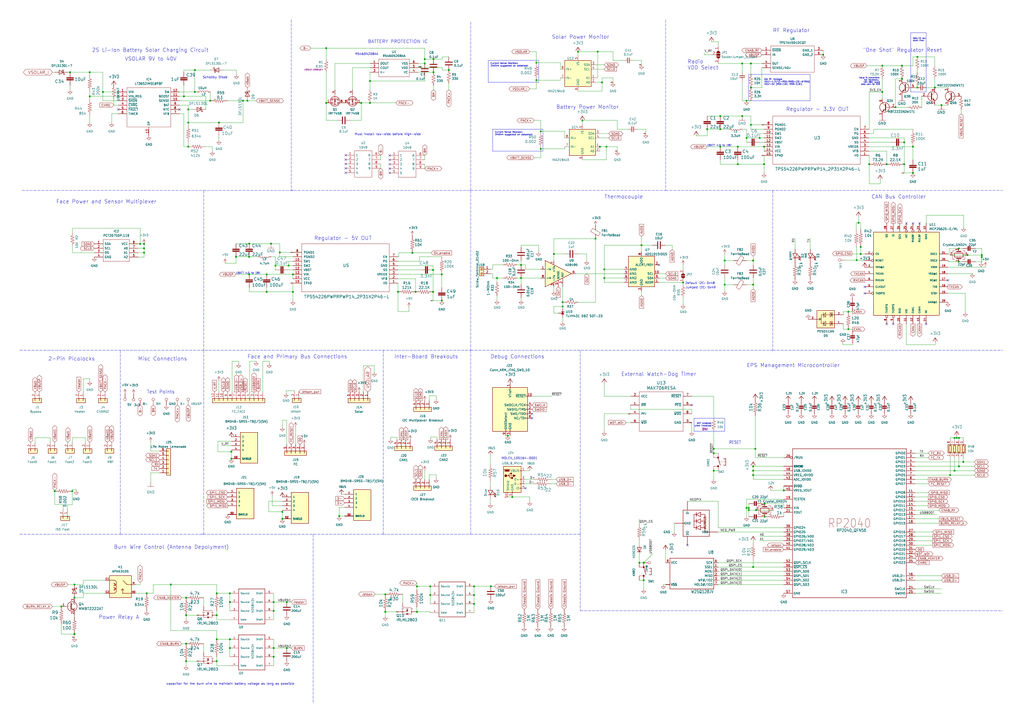
<source format=kicad_sch>
(kicad_sch (version 20231120) (generator "eeschema") (generator_version "8.0")
  (paper "A2")
  (lib_symbols
    (symbol "+3V3_1" (power) (pin_numbers hide) (pin_names (offset 0) hide)
      (property "Value" "+3V3" (at 0 3.556 0))
      (symbol "+3V3_1_1_1"
        (pin power_in line (at 0 0 90) (length 0) (name "~") (number "1"))
      )
    )
    (symbol "1049:1049" (pin_names (offset 0.762))
      (property "Reference" "U" (at 16.51 7.62 0))
      (property "Value" "1049" (at 16.51 5.08 0))
      (symbol "1049_0_0"
        (pin passive line (at 0 0 0) (length 5.08) (name "1") (number "1"))
        (pin passive line (at 0 -2.54 0) (length 5.08) (name "2") (number "2"))
        (pin passive line (at 0 -5.08 0) (length 5.08) (name "3") (number "3"))
        (pin passive line (at 0 -7.62 0) (length 5.08) (name "4") (number "4"))
        (pin passive line (at 0 -10.16 0) (length 5.08) (name "5") (number "5"))
        (pin passive line (at 20.32 0 180) (length 5.08) (name "6") (number "6"))
        (pin passive line (at 20.32 -2.54 180) (length 5.08) (name "7") (number "7"))
        (pin passive line (at 20.32 -5.08 180) (length 5.08) (name "8") (number "8"))
        (pin passive line (at 20.32 -7.62 180) (length 5.08) (name "9") (number "9"))
      )
    )
    (symbol "APAN3105:APAN3105" (pin_names (offset 1.016))
      (property "Reference" "K" (at -5.0833 8.1333 0))
      (property "Value" "APAN3105" (at -5.0813 -7.622 0))
      (symbol "APAN3105_0_0"
        (pin passive line (at -7.62 5.08 0) (length 2.54) (name "~") (number "C1"))
        (pin passive line (at -7.62 -2.54 0) (length 2.54) (name "~") (number "C2"))
        (pin passive line (at 10.16 2.54 180) (length 2.54) (name "~") (number "M"))
        (pin passive line (at 10.16 -2.54 180) (length 2.54) (name "~") (number "NO"))
      )
    )
    (symbol "Adafruit Ethernet FeatherWing-eagle-import:CAP_CERAMIC0603_NO"
      (property "Reference" "C" (at -2.29 1.25 90))
      (symbol "CAP_CERAMIC0603_NO_1_0"
        (pin passive line (at 0 5.08 270) (length 2.54) (name "1") (number "1"))
        (pin passive line (at 0 -2.54 90) (length 2.54) (name "2") (number "2"))
      )
    )
    (symbol "Adafruit ItsyBitsy RP2040-eagle-import:+3V3" (power)
      (property "Value" "+3V3" (at -2.54 -5.08 90))
      (symbol "+3V3_1_0"
        (pin power_in line (at 0 -2.54 90) (length 2.54) (name "+3V3") (number "1"))
      )
    )
    (symbol "Adafruit ItsyBitsy RP2040-eagle-import:1.2V" (power)
      (property "Value" "1.2V" (at -1.524 1.016 0))
      (symbol "1.2V_1_0"
        (pin power_in line (at 0 -2.54 90) (length 2.54) (name "1.2V") (number "1"))
      )
    )
    (symbol "Adafruit ItsyBitsy RP2040-eagle-import:CAP_CERAMIC_0402NO"
      (property "Reference" "C" (at -2.29 1.25 90))
      (property "Value" "CAP_CERAMIC_0402NO" (at 2.3 1.25 90))
      (symbol "CAP_CERAMIC_0402NO_1_0"
        (pin passive line (at 0 5.08 270) (length 2.54) (name "1") (number "1"))
        (pin passive line (at 0 -2.54 90) (length 2.54) (name "2") (number "2"))
      )
    )
    (symbol "Adafruit ItsyBitsy RP2040-eagle-import:CAP_CERAMIC_0603MP"
      (property "Reference" "C" (at -2.29 1.25 90))
      (property "Value" "CAP_CERAMIC_0603MP" (at 2.3 1.25 90))
      (symbol "CAP_CERAMIC_0603MP_1_0"
        (pin passive line (at 0 5.08 270) (length 2.54) (name "1") (number "1"))
        (pin passive line (at 0 -2.54 90) (length 2.54) (name "2") (number "2"))
      )
    )
    (symbol "Adafruit ItsyBitsy RP2040-eagle-import:DIODESOD-323F"
      (property "Reference" "D" (at -2.54 2.54 0))
      (property "Value" "DIODESOD-323F" (at -2.54 -3.81 0))
      (symbol "DIODESOD-323F_1_0"
        (pin passive line (at -2.54 0 0) (length 2.54) (name "A") (number "A"))
        (pin passive line (at 2.54 0 180) (length 2.54) (name "C") (number "C"))
      )
    )
    (symbol "Adafruit ItsyBitsy RP2040-eagle-import:LED0603_NOOUTLINE"
      (property "Reference" "D" (at -1.27 4.445 0))
      (property "Value" "LED0603_NOOUTLINE" (at -1.27 -2.794 0))
      (symbol "LED0603_NOOUTLINE_1_0"
        (pin passive line (at -5.08 0 0) (length 2.54) (name "A") (number "A"))
        (pin passive line (at 2.54 0 180) (length 2.54) (name "C") (number "C"))
      )
    )
    (symbol "Adafruit ItsyBitsy RP2040-eagle-import:RP2040_QFN56"
      (property "Reference" "IC3" (at -5.08 -40.64 0))
      (property "Value" "RP2040_QFN56" (at -7.62 -5.08 0))
      (symbol "RP2040_QFN56_1_0"
        (text "RP2040" (at 0 0 0) (effects (font (size 5.08 4.318))))
        (pin power_in line (at -38.1 33.02 0) (length 5.08) (name "IOVDD") (number "1"))
        (pin power_in line (at -38.1 33.02 0) (length 5.08) (name "IOVDD") (number "10"))
        (pin bidirectional line (at 38.1 17.78 180) (length 5.08) (name "GPIO8") (number "11"))
        (pin bidirectional line (at 38.1 15.24 180) (length 5.08) (name "GPIO9") (number "12"))
        (pin bidirectional line (at 38.1 12.7 180) (length 5.08) (name "GPIO10") (number "13"))
        (pin bidirectional line (at 38.1 10.16 180) (length 5.08) (name "GPIO11") (number "14"))
        (pin bidirectional line (at 38.1 7.62 180) (length 5.08) (name "GPIO12") (number "15"))
        (pin bidirectional line (at 38.1 5.08 180) (length 5.08) (name "GPIO13") (number "16"))
        (pin bidirectional line (at 38.1 2.54 180) (length 5.08) (name "GPIO14") (number "17"))
        (pin bidirectional line (at 38.1 0 180) (length 5.08) (name "GPIO15") (number "18"))
        (pin input line (at -38.1 13.97 0) (length 5.08) (name "TESTEN") (number "19"))
        (pin bidirectional line (at 38.1 40.64 180) (length 5.08) (name "GPIO0") (number "2"))
        (pin input line (at -38.1 8.89 0) (length 5.08) (name "XIN") (number "20"))
        (pin output line (at -38.1 6.35 0) (length 5.08) (name "XOUT") (number "21"))
        (pin power_in line (at -38.1 33.02 0) (length 5.08) (name "IOVDD") (number "22"))
        (pin power_in line (at -38.1 21.59 0) (length 5.08) (name "DVDD") (number "23"))
        (pin bidirectional line (at 38.1 -38.1 180) (length 5.08) (name "SWCLK") (number "24"))
        (pin bidirectional line (at 38.1 -40.64 180) (length 5.08) (name "SWDIO") (number "25"))
        (pin bidirectional inverted (at -38.1 38.1 0) (length 5.08) (name "/RUN") (number "26"))
        (pin bidirectional line (at 38.1 -5.08 180) (length 5.08) (name "GPIO16") (number "27"))
        (pin bidirectional line (at 38.1 -7.62 180) (length 5.08) (name "GPIO17") (number "28"))
        (pin bidirectional line (at 38.1 -10.16 180) (length 5.08) (name "GPIO18") (number "29"))
        (pin bidirectional line (at 38.1 38.1 180) (length 5.08) (name "GPIO1") (number "3"))
        (pin bidirectional line (at 38.1 -12.7 180) (length 5.08) (name "GPIO19") (number "30"))
        (pin bidirectional line (at 38.1 -15.24 180) (length 5.08) (name "GPIO20") (number "31"))
        (pin bidirectional line (at 38.1 -17.78 180) (length 5.08) (name "GPIO21") (number "32"))
        (pin power_in line (at -38.1 33.02 0) (length 5.08) (name "IOVDD") (number "33"))
        (pin bidirectional line (at 38.1 -20.32 180) (length 5.08) (name "GPIO22") (number "34"))
        (pin bidirectional line (at 38.1 -22.86 180) (length 5.08) (name "GPIO23") (number "35"))
        (pin bidirectional line (at -38.1 -2.54 0) (length 5.08) (name "GPIO24") (number "36"))
        (pin bidirectional line (at -38.1 -5.08 0) (length 5.08) (name "GPIO25") (number "37"))
        (pin bidirectional line (at -38.1 -7.62 0) (length 5.08) (name "GPIO26/AD0") (number "38"))
        (pin bidirectional line (at -38.1 -10.16 0) (length 5.08) (name "GPIO27/AD1") (number "39"))
        (pin bidirectional line (at 38.1 35.56 180) (length 5.08) (name "GPIO2") (number "4"))
        (pin bidirectional line (at -38.1 -12.7 0) (length 5.08) (name "GPIO28/AD2") (number "40"))
        (pin bidirectional line (at -38.1 -15.24 0) (length 5.08) (name "GPIO29/AD3") (number "41"))
        (pin power_in line (at -38.1 33.02 0) (length 5.08) (name "IOVDD") (number "42"))
        (pin power_in line (at -38.1 25.4 0) (length 5.08) (name "ADC_IOVDD") (number "43"))
        (pin power_in line (at -38.1 27.94 0) (length 5.08) (name "VREG_IOVDD") (number "44"))
        (pin power_in line (at -38.1 19.05 0) (length 5.08) (name "VREG_VOUT") (number "45"))
        (pin bidirectional line (at 38.1 -30.48 180) (length 5.08) (name "USB_D-") (number "46"))
        (pin bidirectional line (at 38.1 -33.02 180) (length 5.08) (name "USB_D+") (number "47"))
        (pin power_in line (at -38.1 30.48 0) (length 5.08) (name "USB_IOVDD") (number "48"))
        (pin power_in line (at -38.1 33.02 0) (length 5.08) (name "IOVDD") (number "49"))
        (pin bidirectional line (at 38.1 33.02 180) (length 5.08) (name "GPIO3") (number "5"))
        (pin power_in line (at -38.1 21.59 0) (length 5.08) (name "DVDD") (number "50"))
        (pin bidirectional line (at -38.1 -35.56 0) (length 5.08) (name "QSPI_SD3") (number "51"))
        (pin bidirectional line (at -38.1 -22.86 0) (length 5.08) (name "QSPI_SCLK") (number "52"))
        (pin bidirectional line (at -38.1 -27.94 0) (length 5.08) (name "QSPI_SD0") (number "53"))
        (pin bidirectional line (at -38.1 -33.02 0) (length 5.08) (name "QSPI_SD2") (number "54"))
        (pin bidirectional line (at -38.1 -30.48 0) (length 5.08) (name "QSPI_SD1") (number "55"))
        (pin bidirectional line (at -38.1 -25.4 0) (length 5.08) (name "~{QSPI_CS}") (number "56"))
        (pin power_in line (at -38.1 -40.64 0) (length 5.08) (name "GND") (number "57"))
        (pin bidirectional line (at 38.1 30.48 180) (length 5.08) (name "GPIO4") (number "6"))
        (pin bidirectional line (at 38.1 27.94 180) (length 5.08) (name "GPIO5") (number "7"))
        (pin bidirectional line (at 38.1 25.4 180) (length 5.08) (name "GPIO6") (number "8"))
        (pin bidirectional line (at 38.1 22.86 180) (length 5.08) (name "GPIO7") (number "9"))
      )
    )
    (symbol "Adafruit ItsyBitsy RP2040-eagle-import:SPIFLASH_8PIN_4X4"
      (property "Reference" "U8" (at -12.7 12.7 0))
      (property "Value" "W25Q128JV" (at -12.7 -10.16 0))
      (symbol "SPIFLASH_8PIN_4X4_1_0"
        (pin bidirectional line (at -15.24 5.08 0) (length 2.54) (name "SSEL") (number "1"))
        (pin bidirectional line (at -15.24 0 0) (length 2.54) (name "MISO") (number "2"))
        (pin bidirectional line (at -15.24 -2.54 0) (length 2.54) (name "WP#/IO2") (number "3"))
        (pin bidirectional line (at 15.24 -5.08 180) (length 2.54) (name "VSS") (number "4"))
        (pin bidirectional line (at -15.24 2.54 0) (length 2.54) (name "MOSI") (number "5"))
        (pin bidirectional line (at -15.24 7.62 0) (length 2.54) (name "SCK") (number "6"))
        (pin bidirectional line (at -15.24 -5.08 0) (length 2.54) (name "HOLD#/IO3") (number "7"))
        (pin bidirectional line (at 15.24 7.62 180) (length 2.54) (name "VCC") (number "8"))
        (pin bidirectional line (at 15.24 -5.08 180) (length 2.54) (name "VSS") (number "PAD"))
      )
    )
    (symbol "Adafruit ItsyBitsy RP2040-eagle-import:SWITCH_TACT_SMT4.6X2.8"
      (property "Reference" "SW" (at -2.54 6.35 0))
      (property "Value" "SWITCH_TACT_SMT4.6X2.8" (at -2.54 -5.08 0))
      (symbol "SWITCH_TACT_SMT4.6X2.8_1_0"
        (pin passive line (at -5.08 0 0) (length 2.54) (name "P") (number "A"))
        (pin passive line (at -5.08 -2.54 0) (length 2.54) (name "P1") (number "A'"))
        (pin passive line (at 5.08 0 180) (length 2.54) (name "S") (number "B"))
        (pin passive line (at 5.08 -2.54 180) (length 2.54) (name "S1") (number "B'"))
      )
    )
    (symbol "Adafruit ItsyBitsy RP2040-eagle-import:VBUS" (power)
      (property "Value" "VBUS" (at -1.524 1.016 0))
      (symbol "VBUS_1_0"
        (pin power_in line (at 0 -2.54 90) (length 2.54) (name "VBUS") (number "1"))
      )
    )
    (symbol "Adafruit ItsyBitsy RP2040-eagle-import:WS2812B_SK6805_1515"
      (symbol "WS2812B_SK6805_1515_1_0"
        (text "WS2812B" (at -4.064 8.382 0) (effects (font (size 1.27 1.0795)) (justify left bottom)))
        (pin power_in line (at 5.08 15.24 270) (length 5.08) (name "VDD") (number "1"))
        (pin output line (at 12.7 -2.54 180) (length 5.08) (name "DO") (number "2"))
        (pin power_in line (at 0 -10.16 90) (length 5.08) (name "GND") (number "3"))
        (pin input line (at -12.7 -2.54 0) (length 5.08) (name "DI") (number "4"))
      )
    )
    (symbol "Analog_ADC:ADS1015IDGS"
      (property "Reference" "U" (at 2.54 13.97 0))
      (property "Value" "ADS1015IDGS" (at 7.62 11.43 0))
      (symbol "ADS1015IDGS_1_1"
        (pin input line (at 10.16 -5.08 180) (length 2.54) (name "ADDR") (number "1"))
        (pin input line (at 10.16 0 180) (length 2.54) (name "SCL") (number "10"))
        (pin output line (at 10.16 5.08 180) (length 2.54) (name "ALERT/RDY") (number "2"))
        (pin power_in line (at 0 -10.16 90) (length 2.54) (name "GND") (number "3"))
        (pin input line (at -10.16 2.54 0) (length 2.54) (name "AIN0") (number "4"))
        (pin input line (at -10.16 0 0) (length 2.54) (name "AIN1") (number "5"))
        (pin input line (at -10.16 -2.54 0) (length 2.54) (name "AIN2") (number "6"))
        (pin input line (at -10.16 -5.08 0) (length 2.54) (name "AIN3") (number "7"))
        (pin power_in line (at 0 12.7 270) (length 2.54) (name "VDD") (number "8"))
        (pin bidirectional line (at 10.16 -2.54 180) (length 2.54) (name "SDA") (number "9"))
      )
    )
    (symbol "Analog_ADC:INA219AxD"
      (property "Reference" "U" (at -6.35 8.89 0))
      (property "Value" "INA219AxD" (at 5.08 8.89 0))
      (symbol "INA219AxD_1_1"
        (pin input line (at 10.16 -2.54 180) (length 2.54) (name "A1") (number "1"))
        (pin input line (at 10.16 -5.08 180) (length 2.54) (name "A0") (number "2"))
        (pin bidirectional line (at 10.16 5.08 180) (length 2.54) (name "SDA") (number "3"))
        (pin input line (at 10.16 2.54 180) (length 2.54) (name "SCL") (number "4"))
        (pin power_in line (at 0 10.16 270) (length 2.54) (name "VS") (number "5"))
        (pin power_in line (at 0 -10.16 90) (length 2.54) (name "GND") (number "6"))
        (pin input line (at -10.16 -2.54 0) (length 2.54) (name "IN-") (number "7"))
        (pin input line (at -10.16 2.54 0) (length 2.54) (name "IN+") (number "8"))
      )
    )
    (symbol "BM04B-SRSS-TB_LF__SN_:BM04B-SRSS-TB(LF)(SN)" (pin_names (offset 1.016))
      (property "Reference" "J" (at -5.08 10.922 0))
      (property "Value" "BM04B-SRSS-TB(LF)(SN)" (at -5.08 -10.16 0))
      (symbol "BM04B-SRSS-TB(LF)(SN)_0_0"
        (pin passive line (at -10.16 7.62 0) (length 5.08) (name "1") (number "1"))
        (pin passive line (at -10.16 5.08 0) (length 5.08) (name "2") (number "2"))
        (pin passive line (at -10.16 2.54 0) (length 5.08) (name "3") (number "3"))
        (pin passive line (at -10.16 0 0) (length 5.08) (name "4") (number "4"))
        (pin passive line (at -10.16 -5.08 0) (length 5.08) (name "SHIELD") (number "S1"))
        (pin passive line (at -10.16 -5.08 0) (length 5.08) (name "SHIELD") (number "S2"))
      )
    )
    (symbol "Connector:Conn_ARM_JTAG_SWD_10" (pin_names (offset 1.016))
      (property "Reference" "J" (at -2.54 16.51 0))
      (property "Value" "Conn_ARM_JTAG_SWD_10" (at -2.54 13.97 0))
      (symbol "Conn_ARM_JTAG_SWD_10_1_1"
        (pin power_in line (at 0 15.24 270) (length 2.54) (name "VTref") (number "1"))
        (pin open_collector line (at 12.7 7.62 180) (length 2.54) (name "~{RESET}") (number "10"))
        (pin bidirectional line (at 12.7 0 180) (length 2.54) (name "SWDIO/TMS") (number "2"))
        (pin power_in line (at 0 -15.24 90) (length 2.54) (name "GND") (number "3"))
        (pin output line (at 12.7 2.54 180) (length 2.54) (name "SWDCLK/TCK") (number "4"))
        (pin passive line (at 0 -15.24 90) (length 2.54) hide (name "GND") (number "5"))
        (pin input line (at 12.7 -2.54 180) (length 2.54) (name "SWO/TDO") (number "6"))
        (pin no_connect line (at -10.16 0 0) (length 2.54) hide (name "KEY") (number "7"))
        (pin output line (at 12.7 -5.08 180) (length 2.54) (name "NC/TDI") (number "8"))
        (pin passive line (at -2.54 -15.24 90) (length 2.54) (name "GNDDetect") (number "9"))
      )
    )
    (symbol "Connector:Screw_Terminal_01x02" (pin_names (offset 1.016) hide)
      (property "Reference" "J" (at 0 2.54 0))
      (property "Value" "Screw_Terminal_01x02" (at 0 -5.08 0))
      (symbol "Screw_Terminal_01x02_1_1"
        (pin passive line (at -5.08 0 0) (length 3.81) (name "Pin_1") (number "1"))
        (pin passive line (at -5.08 -2.54 0) (length 3.81) (name "Pin_2") (number "2"))
      )
    )
    (symbol "Connector:TestPoint" (pin_numbers hide) (pin_names (offset 0.762) hide)
      (property "Reference" "TP" (at 0 6.858 0))
      (property "Value" "TestPoint" (at 0 5.08 0))
      (symbol "TestPoint_1_1"
        (pin passive line (at 0 0 90) (length 2.54) (name "1") (number "1"))
      )
    )
    (symbol "Connector:USB_B_Micro" (pin_names (offset 1.016))
      (property "Reference" "J8" (at 0 11.938 0))
      (property "Value" "USB_B_Micro" (at 0 9.398 0))
      (symbol "USB_B_Micro_1_1"
        (pin power_out line (at 7.62 5.08 180) (length 2.54) (name "VBUS") (number "1"))
        (pin bidirectional line (at 7.62 -2.54 180) (length 2.54) (name "D-") (number "2"))
        (pin bidirectional line (at 7.62 0 180) (length 2.54) (name "D+") (number "3"))
        (pin passive line (at 7.62 -5.08 180) (length 2.54) (name "ID") (number "4"))
        (pin power_out line (at 0 -10.16 90) (length 2.54) (name "GND") (number "5"))
        (pin passive line (at -2.54 -10.16 90) (length 2.54) (name "Shield") (number "SH1"))
      )
    )
    (symbol "Connector_Generic:Conn_01x02" (pin_names (offset 1.016) hide)
      (property "Reference" "J" (at 0 2.54 0))
      (property "Value" "Conn_01x02" (at 0 -5.08 0))
      (symbol "Conn_01x02_1_1"
        (pin passive line (at -5.08 0 0) (length 3.81) (name "Pin_1") (number "1"))
        (pin passive line (at -5.08 -2.54 0) (length 3.81) (name "Pin_2") (number "2"))
      )
    )
    (symbol "Connector_Generic:Conn_01x04" (pin_names (offset 1.016) hide)
      (property "Reference" "J" (at 0 5.08 0))
      (property "Value" "Conn_01x04" (at 0 -7.62 0))
      (symbol "Conn_01x04_1_1"
        (pin passive line (at -5.08 2.54 0) (length 3.81) (name "Pin_1") (number "1"))
        (pin passive line (at -5.08 0 0) (length 3.81) (name "Pin_2") (number "2"))
        (pin passive line (at -5.08 -2.54 0) (length 3.81) (name "Pin_3") (number "3"))
        (pin passive line (at -5.08 -5.08 0) (length 3.81) (name "Pin_4") (number "4"))
      )
    )
    (symbol "Connector_Generic:Conn_01x06" (pin_names (offset 1.016) hide)
      (property "Reference" "J" (at 0 7.62 0))
      (property "Value" "Conn_01x06" (at 0 -10.16 0))
      (symbol "Conn_01x06_1_1"
        (pin passive line (at -5.08 5.08 0) (length 3.81) (name "Pin_1") (number "1"))
        (pin passive line (at -5.08 2.54 0) (length 3.81) (name "Pin_2") (number "2"))
        (pin passive line (at -5.08 0 0) (length 3.81) (name "Pin_3") (number "3"))
        (pin passive line (at -5.08 -2.54 0) (length 3.81) (name "Pin_4") (number "4"))
        (pin passive line (at -5.08 -5.08 0) (length 3.81) (name "Pin_5") (number "5"))
        (pin passive line (at -5.08 -7.62 0) (length 3.81) (name "Pin_6") (number "6"))
      )
    )
    (symbol "Connector_Generic:Conn_01x12" (pin_names (offset 1.016) hide)
      (property "Reference" "J" (at 0 15.24 0))
      (property "Value" "Conn_01x12" (at 0 -17.78 0))
      (symbol "Conn_01x12_1_1"
        (pin passive line (at -5.08 12.7 0) (length 3.81) (name "Pin_1") (number "1"))
        (pin passive line (at -5.08 -10.16 0) (length 3.81) (name "Pin_10") (number "10"))
        (pin passive line (at -5.08 -12.7 0) (length 3.81) (name "Pin_11") (number "11"))
        (pin passive line (at -5.08 -15.24 0) (length 3.81) (name "Pin_12") (number "12"))
        (pin passive line (at -5.08 10.16 0) (length 3.81) (name "Pin_2") (number "2"))
        (pin passive line (at -5.08 7.62 0) (length 3.81) (name "Pin_3") (number "3"))
        (pin passive line (at -5.08 5.08 0) (length 3.81) (name "Pin_4") (number "4"))
        (pin passive line (at -5.08 2.54 0) (length 3.81) (name "Pin_5") (number "5"))
        (pin passive line (at -5.08 0 0) (length 3.81) (name "Pin_6") (number "6"))
        (pin passive line (at -5.08 -2.54 0) (length 3.81) (name "Pin_7") (number "7"))
        (pin passive line (at -5.08 -5.08 0) (length 3.81) (name "Pin_8") (number "8"))
        (pin passive line (at -5.08 -7.62 0) (length 3.81) (name "Pin_9") (number "9"))
      )
    )
    (symbol "Device:C" (pin_numbers hide) (pin_names (offset 0.254))
      (property "Reference" "C" (at 0.635 2.54 0))
      (property "Value" "C" (at 0.635 -2.54 0))
      (symbol "C_1_1"
        (pin passive line (at 0 3.81 270) (length 2.794) (name "~") (number "1"))
        (pin passive line (at 0 -3.81 90) (length 2.794) (name "~") (number "2"))
      )
    )
    (symbol "Device:C_Small" (pin_numbers hide) (pin_names (offset 0.254) hide)
      (property "Reference" "C" (at 0.254 1.778 0))
      (property "Value" "C_Small" (at 0.254 -2.032 0))
      (symbol "C_Small_1_1"
        (pin passive line (at 0 2.54 270) (length 2.032) (name "~") (number "1"))
        (pin passive line (at 0 -2.54 90) (length 2.032) (name "~") (number "2"))
      )
    )
    (symbol "Device:Crystal_GND24" (pin_names (offset 1.016) hide)
      (property "Reference" "Y" (at 3.175 5.08 0))
      (property "Value" "Crystal_GND24" (at 3.175 3.175 0))
      (symbol "Crystal_GND24_1_1"
        (pin passive line (at -3.81 0 0) (length 1.27) (name "1") (number "1"))
        (pin passive line (at 0 5.08 270) (length 1.27) (name "2") (number "2"))
        (pin passive line (at 3.81 0 180) (length 1.27) (name "3") (number "3"))
        (pin passive line (at 0 -5.08 90) (length 1.27) (name "4") (number "4"))
      )
    )
    (symbol "Device:D_Schottky" (pin_numbers hide) (pin_names (offset 1.016) hide)
      (property "Reference" "D" (at 0 2.54 0))
      (property "Value" "D_Schottky" (at 0 -2.54 0))
      (symbol "D_Schottky_1_1"
        (pin passive line (at -3.81 0 0) (length 2.54) (name "K") (number "1"))
        (pin passive line (at 3.81 0 180) (length 2.54) (name "A") (number "2"))
      )
    )
    (symbol "Device:FerriteBead" (pin_numbers hide) (pin_names (offset 0))
      (property "Reference" "FB" (at -3.81 0.635 90))
      (property "Value" "FerriteBead" (at 3.81 0 90))
      (symbol "FerriteBead_1_1"
        (pin passive line (at 0 3.81 270) (length 2.54) (name "~") (number "1"))
        (pin passive line (at 0 -3.81 90) (length 2.54) (name "~") (number "2"))
      )
    )
    (symbol "Device:L" (pin_numbers hide) (pin_names (offset 1.016) hide)
      (property "Reference" "L" (at -1.27 0 90))
      (property "Value" "L" (at 1.905 0 90))
      (symbol "L_1_1"
        (pin passive line (at 0 3.81 270) (length 1.27) (name "1") (number "1"))
        (pin passive line (at 0 -3.81 90) (length 1.27) (name "2") (number "2"))
      )
    )
    (symbol "Device:R_Pack04" (pin_names (offset 0) hide)
      (property "Reference" "RN" (at -7.62 0 90))
      (property "Value" "R_Pack04" (at 5.08 0 90))
      (symbol "R_Pack04_1_1"
        (pin passive line (at -5.08 -5.08 90) (length 2.54) (name "R1.1") (number "1"))
        (pin passive line (at -2.54 -5.08 90) (length 2.54) (name "R2.1") (number "2"))
        (pin passive line (at 0 -5.08 90) (length 2.54) (name "R3.1") (number "3"))
        (pin passive line (at 2.54 -5.08 90) (length 2.54) (name "R4.1") (number "4"))
        (pin passive line (at 2.54 5.08 270) (length 2.54) (name "R4.2") (number "5"))
        (pin passive line (at 0 5.08 270) (length 2.54) (name "R3.2") (number "6"))
        (pin passive line (at -2.54 5.08 270) (length 2.54) (name "R2.2") (number "7"))
        (pin passive line (at -5.08 5.08 270) (length 2.54) (name "R1.2") (number "8"))
      )
    )
    (symbol "Device:R_US" (pin_numbers hide) (pin_names (offset 0))
      (property "Reference" "R" (at 2.54 0 90))
      (property "Value" "R_US" (at -2.54 0 90))
      (symbol "R_US_1_1"
        (pin passive line (at 0 3.81 270) (length 1.27) (name "~") (number "1"))
        (pin passive line (at 0 -3.81 90) (length 1.27) (name "~") (number "2"))
      )
    )
    (symbol "GND_1" (power) (pin_numbers hide) (pin_names (offset 0) hide)
      (property "Value" "GND" (at 0 -3.81 0))
      (symbol "GND_1_1_1"
        (pin power_in line (at 0 0 270) (length 0) (name "~") (number "1"))
      )
    )
    (symbol "Jumper:SolderJumper_2_Open" (pin_names (offset 0) hide)
      (property "Reference" "JP" (at 0 2.032 0))
      (property "Value" "SolderJumper_2_Open" (at 0 -2.54 0))
      (symbol "SolderJumper_2_Open_1_1"
        (pin passive line (at -3.81 0 0) (length 2.54) (name "A") (number "1"))
        (pin passive line (at 3.81 0 180) (length 2.54) (name "B") (number "2"))
      )
    )
    (symbol "Jumper:SolderJumper_3_Open" (pin_names (offset 0) hide)
      (property "Reference" "JP" (at -2.54 -2.54 0))
      (property "Value" "SolderJumper_3_Open" (at 0 2.794 0))
      (symbol "SolderJumper_3_Open_1_1"
        (pin passive line (at -5.08 0 0) (length 2.54) (name "A") (number "1"))
        (pin passive line (at 0 -3.81 90) (length 2.54) (name "C") (number "2"))
        (pin passive line (at 5.08 0 180) (length 2.54) (name "B") (number "3"))
      )
    )
    (symbol "LT3652IMSE#PBF:LT3652IMSE#PBF" (pin_names (offset 0.762))
      (property "Reference" "IC" (at 31.75 7.62 0))
      (property "Value" "LT3652IMSE#PBF" (at 31.75 5.08 0))
      (symbol "LT3652IMSE#PBF_0_0"
        (pin passive line (at 0 0 0) (length 5.08) (name "VIN") (number "1"))
        (pin passive line (at 35.56 -5.08 180) (length 5.08) (name "SENSE") (number "10"))
        (pin passive line (at 35.56 -2.54 180) (length 5.08) (name "BOOST") (number "11"))
        (pin passive line (at 35.56 0 180) (length 5.08) (name "SW") (number "12"))
        (pin passive line (at 17.78 -25.4 90) (length 5.08) (name "EP") (number "13"))
        (pin passive line (at 0 -2.54 0) (length 5.08) (name "VIN_REG") (number "2"))
        (pin passive line (at 0 -5.08 0) (length 5.08) (name "~{SHDN}") (number "3"))
        (pin passive line (at 0 -7.62 0) (length 5.08) (name "~{CHRG}") (number "4"))
        (pin passive line (at 0 -10.16 0) (length 5.08) (name "~{FAULT}") (number "5"))
        (pin passive line (at 0 -12.7 0) (length 5.08) (name "TIMER") (number "6"))
        (pin passive line (at 35.56 -12.7 180) (length 5.08) (name "VFB") (number "7"))
        (pin passive line (at 35.56 -10.16 180) (length 5.08) (name "NTC") (number "8"))
        (pin passive line (at 35.56 -7.62 180) (length 5.08) (name "BAT") (number "9"))
      )
    )
    (symbol "MCP25625-E_ML:MCP25625-E/ML" (pin_names (offset 1.016))
      (property "Reference" "U" (at 40.652 -33.0298 0))
      (property "Value" "MCP25625-E{slash}ML" (at 40.6941 -35.6074 0))
      (symbol "MCP25625-E/ML_0_0"
        (pin bidirectional inverted (at -5.08 0 0) (length 5.08) (name "CS") (number "1"))
        (pin bidirectional line (at 15.24 -40.64 90) (length 5.08) (name "RXD") (number "10"))
        (pin bidirectional line (at 19.05 -40.64 90) (length 5.08) (name "VIO") (number "11"))
        (pin bidirectional line (at 22.86 -40.64 90) (length 5.08) (name "CANL") (number "12"))
        (pin bidirectional line (at 26.67 -40.64 90) (length 5.08) (name "CANH") (number "13"))
        (pin bidirectional line (at 30.48 -40.64 90) (length 5.08) (name "NC") (number "14"))
        (pin bidirectional line (at 43.18 -22.86 180) (length 5.08) (name "STBY") (number "15"))
        (pin bidirectional line (at 43.18 -19.05 180) (length 5.08) (name "TXD") (number "16"))
        (pin bidirectional line (at 43.18 -15.24 180) (length 5.08) (name "NC@1") (number "17"))
        (pin bidirectional line (at 43.18 -11.43 180) (length 5.08) (name "VSS@1") (number "18"))
        (pin bidirectional line (at 43.18 -7.62 180) (length 5.08) (name "VDDA") (number "19"))
        (pin bidirectional inverted (at -5.08 -3.81 0) (length 5.08) (name "RESET") (number "2"))
        (pin bidirectional line (at 43.18 -3.81 180) (length 5.08) (name "OSC2") (number "20"))
        (pin bidirectional line (at 43.18 0 180) (length 5.08) (name "OSC1") (number "21"))
        (pin bidirectional line (at 30.48 17.78 270) (length 5.08) (name "GND") (number "22"))
        (pin bidirectional inverted (at 26.67 17.78 270) (length 5.08) (name "RX1BF") (number "23"))
        (pin bidirectional inverted (at 22.86 17.78 270) (length 5.08) (name "RX0BF") (number "24"))
        (pin bidirectional inverted (at 19.05 17.78 270) (length 5.08) (name "INT") (number "25"))
        (pin bidirectional line (at 15.24 17.78 270) (length 5.08) (name "SCK") (number "26"))
        (pin bidirectional line (at 11.43 17.78 270) (length 5.08) (name "SI") (number "27"))
        (pin bidirectional line (at 7.62 17.78 270) (length 5.08) (name "SO") (number "28"))
        (pin bidirectional line (at 43.18 -27.94 180) (length 5.08) (name "GND@1") (number "29"))
        (pin bidirectional line (at -5.08 -7.62 0) (length 5.08) (name "VDD@1") (number "3"))
        (pin bidirectional line (at -5.08 -11.43 0) (length 5.08) (name "TXCAN") (number "4"))
        (pin bidirectional line (at -5.08 -15.24 0) (length 5.08) (name "RXCAN") (number "5"))
        (pin bidirectional line (at -5.08 -19.05 0) (length 5.08) (name "CLKOUT") (number "6"))
        (pin bidirectional inverted (at -5.08 -22.86 0) (length 5.08) (name "TX0RTS") (number "7"))
        (pin bidirectional inverted (at 7.62 -40.64 90) (length 5.08) (name "TX1RTS") (number "8"))
        (pin bidirectional inverted (at 11.43 -40.64 90) (length 5.08) (name "TX2RTS") (number "9"))
      )
    )
    (symbol "Max_Lib:Connector_Generic_Conn_01x05" (pin_names (offset 1.016) hide)
      (property "Reference" "J" (at 0 7.62 0))
      (property "Value" "Connector_Generic_Conn_01x05" (at 0 -7.62 0))
      (symbol "Connector_Generic_Conn_01x05_1_1"
        (pin passive line (at -5.08 5.08 0) (length 3.81) (name "Pin_1") (number "1"))
        (pin passive line (at -5.08 2.54 0) (length 3.81) (name "Pin_2") (number "2"))
        (pin passive line (at -5.08 0 0) (length 3.81) (name "Pin_3") (number "3"))
        (pin passive line (at -5.08 -2.54 0) (length 3.81) (name "Pin_4") (number "4"))
        (pin passive line (at -5.08 -5.08 0) (length 3.81) (name "Pin_5") (number "5"))
      )
    )
    (symbol "Max_Lib:GND" (power) (pin_names (offset 1.016))
      (property "Value" "GND" (at -2.54 -2.54 0))
      (symbol "GND_1_0"
        (pin power_in line (at 0 2.54 270) (length 2.54) (name "GND") (number "1"))
      )
    )
    (symbol "PCT2075DP_118:PCT2075DP,118" (pin_names (offset 0.762))
      (property "Reference" "IC" (at 21.59 7.62 0))
      (property "Value" "PCT2075DP,118" (at 21.59 5.08 0))
      (symbol "PCT2075DP,118_0_0"
        (pin passive line (at 0 0 0) (length 5.08) (name "SDA") (number "1"))
        (pin passive line (at 0 -2.54 0) (length 5.08) (name "SCL") (number "2"))
        (pin passive line (at 0 -5.08 0) (length 5.08) (name "OS") (number "3"))
        (pin passive line (at 0 -7.62 0) (length 5.08) (name "GND") (number "4"))
        (pin passive line (at 25.4 -7.62 180) (length 5.08) (name "A2") (number "5"))
        (pin passive line (at 25.4 -5.08 180) (length 5.08) (name "A1") (number "6"))
        (pin passive line (at 25.4 -2.54 180) (length 5.08) (name "A0") (number "7"))
        (pin passive line (at 25.4 0 180) (length 5.08) (name "VCC") (number "8"))
      )
    )
    (symbol "PESD1CAN:PESD1CAN" (pin_names (offset 1.016))
      (property "Reference" "D" (at 0 11.4366 0))
      (property "Value" "PESD1CAN" (at 0 -2.542 0))
      (symbol "PESD1CAN_0_0"
        (pin bidirectional line (at -5.08 7.62 0) (length 5.08) (name "1") (number "1"))
        (pin bidirectional line (at -5.08 2.54 0) (length 5.08) (name "2") (number "2"))
        (pin bidirectional line (at 15.24 5.08 180) (length 5.08) (name "3") (number "3"))
      )
    )
    (symbol "Reference_Voltage:TL431DBZ" (pin_numbers hide) (pin_names hide)
      (property "Reference" "U" (at -2.54 2.54 0))
      (property "Value" "TL431DBZ" (at 0 -2.54 0))
      (symbol "TL431DBZ_1_1"
        (pin passive line (at 2.54 0 180) (length 2.54) (name "K") (number "1"))
        (pin passive line (at 0 2.54 270) (length 2.54) (name "REF") (number "2"))
        (pin passive line (at -2.54 0 0) (length 2.54) (name "A") (number "3"))
      )
    )
    (symbol "Sensor_Temperature:AD8495"
      (property "Reference" "U" (at 5.08 3.81 0))
      (property "Value" "AD8495" (at 8.89 -3.81 0))
      (symbol "AD8495_1_1"
        (pin input line (at -10.16 2.54 0) (length 2.54) (name "-IN") (number "1"))
        (pin input line (at 2.54 -7.62 90) (length 5.08) (name "REF") (number "2"))
        (pin power_in line (at -2.54 -7.62 90) (length 2.54) (name "-Vs") (number "3"))
        (pin no_connect line (at -5.08 0 180) (length 2.54) hide (name "NC") (number "4"))
        (pin passive line (at 0 -7.62 90) (length 3.81) (name "SENSE") (number "5"))
        (pin output line (at 10.16 0 180) (length 2.54) (name "~") (number "6"))
        (pin power_in line (at -2.54 7.62 270) (length 2.54) (name "+Vs") (number "7"))
        (pin input line (at -10.16 -2.54 0) (length 2.54) (name "+IN") (number "8"))
      )
    )
    (symbol "Transistor_BJT:MBT2222ADW1T1" (pin_names (offset 0) hide)
      (property "Reference" "Q" (at 5.08 1.27 0))
      (property "Value" "MBT2222ADW1T1" (at 5.08 -1.27 0))
      (symbol "MBT2222ADW1T1_1_1"
        (pin passive line (at 2.54 -5.08 90) (length 2.54) (name "E1") (number "1"))
        (pin input line (at -5.08 0 0) (length 2.54) (name "B1") (number "2"))
        (pin passive line (at 2.54 5.08 270) (length 2.54) (name "C1") (number "6"))
      )
      (symbol "MBT2222ADW1T1_2_1"
        (pin passive line (at 2.54 5.08 270) (length 2.54) (name "C2") (number "3"))
        (pin passive line (at 2.54 -5.08 90) (length 2.54) (name "E2") (number "4"))
        (pin input line (at -5.08 0 0) (length 2.54) (name "B2") (number "5"))
      )
    )
    (symbol "Transistor_FET:IRF7404" (pin_names hide)
      (property "Reference" "Q" (at 5.08 1.905 0))
      (property "Value" "IRF7404" (at 5.08 0 0))
      (symbol "IRF7404_1_1"
        (pin passive line (at 2.54 -5.08 90) (length 2.54) (name "S") (number "1"))
        (pin passive line (at 2.54 -5.08 90) (length 2.54) hide (name "S") (number "2"))
        (pin passive line (at 2.54 -5.08 90) (length 2.54) hide (name "S") (number "3"))
        (pin passive line (at -5.08 0 0) (length 2.54) (name "G") (number "4"))
        (pin passive line (at 2.54 5.08 270) (length 2.54) hide (name "D") (number "5"))
        (pin passive line (at 2.54 5.08 270) (length 2.54) hide (name "D") (number "6"))
        (pin passive line (at 2.54 5.08 270) (length 2.54) hide (name "D") (number "7"))
        (pin passive line (at 2.54 5.08 270) (length 2.54) (name "D") (number "8"))
      )
    )
    (symbol "batteryboard-rescue:R5460N233AF-symbols" (pin_names (offset 0.762))
      (property "Reference" "U" (at 12.7 3.81 0))
      (property "Value" "R5460N233AF-symbols" (at 7.62 -8.89 0))
      (symbol "R5460N233AF-symbols_0_0"
        (pin unspecified line (at 0 0 0) (length 5.08) (name "DOUT") (number "1"))
        (pin unspecified line (at 0 -2.54 0) (length 5.08) (name "COUT") (number "2"))
        (pin unspecified line (at 0 -5.08 0) (length 5.08) (name "V-") (number "3"))
        (pin unspecified line (at 27.94 -5.08 180) (length 5.08) (name "VC") (number "4"))
        (pin unspecified line (at 27.94 -2.54 180) (length 5.08) (name "VDD") (number "5"))
        (pin unspecified line (at 27.94 0 180) (length 5.08) (name "VSS") (number "6"))
      )
    )
    (symbol "mainboard:1.0UF-0603-16V-10%" (pin_names (offset 1.016))
      (property "Reference" "C" (at 1.524 2.921 0))
      (property "Value" "1.0UF-0603-16V-10%" (at 1.524 -2.159 0))
      (symbol "1.0UF-0603-16V-10%_1_0"
        (pin passive line (at 0 5.08 270) (length 2.54) (name "1") (number "1"))
        (pin passive line (at 0 -2.54 90) (length 2.54) (name "2") (number "2"))
      )
    )
    (symbol "mainboard:10KOHM-1_10W-1%(0603)0603" (pin_names (offset 1.016))
      (property "Reference" "R" (at -3.81 1.4986 0))
      (property "Value" "10KOHM-1_10W-1%(0603)0603" (at -3.81 -3.302 0))
      (symbol "10KOHM-1_10W-1%(0603)0603_1_0"
        (pin passive line (at -5.08 0 0) (length 2.54) (name "1") (number "1"))
        (pin passive line (at 5.08 0 180) (length 2.54) (name "2") (number "2"))
      )
    )
    (symbol "mainboard:10UF-0603-6.3V-20%" (pin_names (offset 1.016))
      (property "Reference" "C" (at 1.524 2.921 0))
      (property "Value" "10UF-0603-6.3V-20%" (at 1.524 -2.159 0))
      (symbol "10UF-0603-6.3V-20%_1_0"
        (pin passive line (at 0 5.08 270) (length 2.54) (name "1") (number "1"))
        (pin passive line (at 0 -2.54 90) (length 2.54) (name "2") (number "2"))
      )
    )
    (symbol "mainboard:22UF-0805-6.3V-20%" (pin_names (offset 1.016))
      (property "Reference" "C" (at 1.524 2.921 0))
      (property "Value" "22UF-0805-6.3V-20%" (at 1.524 -2.159 0))
      (symbol "22UF-0805-6.3V-20%_1_0"
        (pin passive line (at 0 5.08 270) (length 2.54) (name "1") (number "1"))
        (pin passive line (at 0 -2.54 90) (length 2.54) (name "2") (number "2"))
      )
    )
    (symbol "mainboard:22UF-1210-16V-20%" (pin_names (offset 1.016))
      (property "Reference" "C" (at 1.524 2.921 0))
      (property "Value" "22UF-1210-16V-20%" (at 1.524 -2.159 0))
      (symbol "22UF-1210-16V-20%_1_0"
        (pin passive line (at 0 5.08 270) (length 2.54) (name "1") (number "1"))
        (pin passive line (at 0 -2.54 90) (length 2.54) (name "2") (number "2"))
      )
    )
    (symbol "mainboard:3.3NF-0603-100V-10%" (pin_names (offset 1.016))
      (property "Reference" "C" (at 1.524 2.921 0))
      (property "Value" "3.3NF-0603-100V-10%" (at 1.524 -2.159 0))
      (symbol "3.3NF-0603-100V-10%_1_0"
        (pin passive line (at 0 5.08 270) (length 2.54) (name "1") (number "1"))
        (pin passive line (at 0 -2.54 90) (length 2.54) (name "2") (number "2"))
      )
    )
    (symbol "mainboard:GND" (power) (pin_names (offset 1.016))
      (property "Value" "GND" (at -2.54 -2.54 0))
      (symbol "GND_1_0"
        (pin power_in line (at 0 2.54 270) (length 2.54) (name "GND") (number "1"))
      )
    )
    (symbol "mainboard:IRLML2803TRPBF" (pin_names (offset 1.016))
      (property "Reference" "Q" (at -11.43 1.27 0))
      (property "Value" "IRLML2803TRPBF" (at -11.43 3.81 0))
      (symbol "IRLML2803TRPBF_1_0"
        (pin passive line (at -2.54 -2.54 0) (length 2.54) (name "G") (number "1"))
        (pin passive line (at 2.54 -5.08 90) (length 2.54) (name "S") (number "2"))
        (pin passive line (at 2.54 5.08 270) (length 2.54) (name "D") (number "3"))
      )
    )
    (symbol "mainboard:MAX708RESA-T" (pin_names (offset 1.016))
      (property "Reference" "U" (at 15.5956 9.1186 0))
      (property "Value" "MAX708RESA-T" (at 14.9606 6.5786 0))
      (symbol "MAX708RESA-T_1_0"
        (pin input line (at 2.54 -2.54 0) (length 5.08) (name "~{MR}") (number "1"))
        (pin power_in line (at 2.54 2.54 0) (length 5.08) (name "VCC") (number "2"))
        (pin power_in line (at 38.1 -12.7 180) (length 5.08) (name "GND") (number "3"))
        (pin input line (at 2.54 -7.62 0) (length 5.08) (name "PFI") (number "4"))
        (pin output line (at 38.1 -2.54 180) (length 5.08) (name "~{PFO}") (number "5"))
        (pin input line (at 2.54 -12.7 0) (length 5.08) (name "~{WDI}") (number "6"))
        (pin output line (at 38.1 2.54 180) (length 5.08) (name "~{RESET}") (number "7"))
        (pin output line (at 38.1 -7.62 180) (length 5.08) (name "~{WDO}") (number "8"))
      )
    )
    (symbol "mainboard:MMBT2222AT" (pin_names (offset 1.016) hide)
      (property "Reference" "Q" (at -8.89 3.81 0))
      (property "Value" "MMBT2222AT" (at 2.54 -1.27 0))
      (symbol "MMBT2222AT_1_1"
        (pin input line (at -7.62 0 0) (length 2.54) (name "B") (number "1"))
        (pin passive line (at 0 -5.08 90) (length 2.54) (name "E") (number "2"))
        (pin passive line (at 0 5.08 270) (length 2.54) (name "C") (number "3"))
      )
    )
    (symbol "mainboard:NDS8434" (pin_names (offset 1.016))
      (symbol "NDS8434_0_0"
        (pin bidirectional line (at -12.7 7.62 0) (length 5.08) (name "Source") (number "1"))
        (pin bidirectional line (at -12.7 2.54 0) (length 5.08) (name "Source") (number "2"))
        (pin bidirectional line (at -12.7 -2.54 0) (length 5.08) (name "Source") (number "3"))
        (pin bidirectional line (at -12.7 -7.62 0) (length 5.08) (name "Gate") (number "4"))
        (pin bidirectional line (at 12.7 7.62 180) (length 5.08) (name "Drain") (number "5"))
        (pin bidirectional line (at 12.7 2.54 180) (length 5.08) (name "Drain") (number "6"))
        (pin bidirectional line (at 12.7 -7.62 180) (length 5.08) (name "Drain") (number "7"))
        (pin bidirectional line (at 12.7 -2.54 180) (length 5.08) (name "Drain") (number "8"))
      )
    )
    (symbol "mainboard:R-US_R0603" (pin_names (offset 1.016))
      (property "Reference" "R" (at -3.81 1.4986 0))
      (property "Value" "R-US_R0603" (at -3.81 -3.302 0))
      (symbol "R-US_R0603_1_0"
        (pin passive line (at -5.08 0 0) (length 2.54) (name "1") (number "1"))
        (pin passive line (at 5.08 0 180) (length 2.54) (name "2") (number "2"))
      )
    )
    (symbol "mainboard:R-US_R2512" (pin_names (offset 1.016))
      (property "Reference" "R" (at -3.81 1.4986 0))
      (property "Value" "R-US_R2512" (at -3.81 -3.302 0))
      (symbol "R-US_R2512_1_0"
        (pin passive line (at -5.08 0 0) (length 2.54) (name "1") (number "1"))
        (pin passive line (at 5.08 0 180) (length 2.54) (name "2") (number "2"))
      )
    )
    (symbol "mainboard:RESISTOR0603" (pin_names (offset 1.016))
      (property "Reference" "R" (at 0 1.524 0))
      (property "Value" "RESISTOR0603" (at 0 -1.524 0))
      (symbol "RESISTOR0603_1_0"
        (pin passive line (at -5.08 0 0) (length 2.54) (name "1") (number "1"))
        (pin passive line (at 5.08 0 180) (length 2.54) (name "2") (number "2"))
      )
    )
    (symbol "mainboard:TPS54226PWPRPWP14_2P31X2P46-L" (pin_names (offset 1.016))
      (property "Reference" "U" (at 28.2956 9.1186 0))
      (property "Value" "TPS54226PWPRPWP14_2P31X2P46-L" (at 27.6606 6.5786 0))
      (symbol "TPS54226PWPRPWP14_2P31X2P46-L_1_0"
        (pin output line (at 2.54 0 0) (length 5.08) (name "VO") (number "1"))
        (pin passive line (at 63.5 -12.7 180) (length 5.08) (name "SW1") (number "10"))
        (pin passive line (at 63.5 -10.16 180) (length 5.08) (name "SW2") (number "11"))
        (pin input line (at 63.5 -7.62 180) (length 5.08) (name "VBST") (number "12"))
        (pin input line (at 63.5 -5.08 180) (length 5.08) (name "VIN") (number "13"))
        (pin input line (at 63.5 -2.54 180) (length 5.08) (name "VCC") (number "14"))
        (pin passive line (at 63.5 0 180) (length 5.08) (name "EPAD") (number "15"))
        (pin input line (at 2.54 -2.54 0) (length 5.08) (name "VFB") (number "2"))
        (pin output line (at 2.54 -5.08 0) (length 5.08) (name "VREG5") (number "3"))
        (pin passive line (at 2.54 -7.62 0) (length 5.08) (name "SS") (number "4"))
        (pin power_in line (at 2.54 -10.16 0) (length 5.08) (name "GND") (number "5"))
        (pin output line (at 2.54 -12.7 0) (length 5.08) (name "PG") (number "6"))
        (pin input line (at 2.54 -15.24 0) (length 5.08) (name "EN") (number "7"))
        (pin power_in line (at 63.5 -17.78 180) (length 5.08) (name "PGND1") (number "8"))
        (pin power_in line (at 63.5 -15.24 180) (length 5.08) (name "PGND2") (number "9"))
      )
    )
    (symbol "mainboard:TPS7A4501DCQT" (pin_names (offset 0.762))
      (property "Reference" "IC" (at 31.75 7.62 0))
      (property "Value" "TPS7A4501DCQT" (at 31.75 5.08 0))
      (symbol "TPS7A4501DCQT_0_0"
        (pin passive line (at 0 0 0) (length 5.08) (name "~{SHDN}") (number "1"))
        (pin input line (at 0 -2.54 0) (length 5.08) (name "IN") (number "2"))
        (pin power_in line (at 35.56 0 180) (length 5.08) (name "GND_1") (number "3"))
        (pin output line (at 0 -7.62 0) (length 5.08) (name "OUT") (number "4"))
        (pin passive line (at 0 -10.16 0) (length 5.08) (name "SENSE/ADJ") (number "5"))
        (pin power_in line (at 35.56 -2.54 180) (length 5.08) (name "GND_2") (number "6"))
      )
    )
    (symbol "power:+3V3" (power) (pin_names (offset 0))
      (property "Value" "+3V3" (at 0 3.556 0))
      (symbol "+3V3_1_1"
        (pin power_in line (at 0 0 90) (length 0) hide (name "+3V3") (number "1"))
      )
    )
    (symbol "power:+5V" (power) (pin_names (offset 0))
      (property "Value" "+5V" (at 0 3.556 0))
      (symbol "+5V_1_1"
        (pin power_in line (at 0 0 90) (length 0) hide (name "+5V") (number "1"))
      )
    )
    (symbol "power:GND" (power) (pin_names (offset 0))
      (property "Value" "GND" (at 0 -3.81 0))
      (symbol "GND_1_1"
        (pin power_in line (at 0 0 270) (length 0) hide (name "GND") (number "1"))
      )
    )
    (symbol "solar-panel-side-Z-rescue:+3.3V-power" (power) (pin_names (offset 0))
      (property "Value" "+3.3V-power" (at 0 3.556 0))
      (symbol "+3.3V-power_1_1"
        (pin power_in line (at 0 0 90) (length 0) hide (name "+3V3") (number "1"))
      )
    )
  )
  (junction (at 136.906 148.971))
  (junction (at 274.9804 350.266))
  (junction (at 433.07 80.01))
  (junction (at 144.526 141.351))
  (junction (at 169.926 159.131))
  (junction (at 127 71.12))
  (junction (at 133.35 370.84))
  (junction (at 144.526 159.131))
  (junction (at 556.1838 144.145))
  (junction (at 427.99 95.25))
  (junction (at 326.39 177.8))
  (junction (at 373.4054 326.4408))
  (junction (at 443.611 299.72))
  (junction (at 443.23 95.25))
  (junction (at 443.23 85.09))
  (junction (at 140.97 58.42))
  (junction (at 345.44 138.43))
  (junction (at 43.18 367.8174))
  (junction (at 435.61 72.39))
  (junction (at 347.98 85.09))
  (junction (at 436.88 270.51))
  (junction (at 43.18 339.09))
  (junction (at 144.526 148.971))
  (junction (at 249.5804 340.106))
  (junction (at 434.34 294.64))
  (junction (at 436.88 151.13))
  (junction (at 311.15 46.482))
  (junction (at 556.26 270.51))
  (junction (at 346.71 29.972))
  (junction (at 154.686 169.291))
  (junction (at 133.35 349.25))
  (junction (at 438.531 295.91))
  (junction (at 157.226 141.351))
  (junction (at 167.386 154.051))
  (junction (at 532.13 33.02))
  (junction (at 241.046 169.291))
  (junction (at 294.5384 252.73))
  (junction (at 556.1838 151.765))
  (junction (at 542.29 50.8))
  (junction (at 251.46 41.91))
  (junction (at 436.88 328.93))
  (junction (at 99.06 339.09))
  (junction (at 551.18 275.59))
  (junction (at 554.99 254))
  (junction (at 251.206 169.291))
  (junction (at 246.38 34.29))
  (junction (at 59.69 53.34))
  (junction (at 43.1292 367.8174))
  (junction (at 436.88 273.05))
  (junction (at 420.37 151.13))
  (junction (at 553.72 273.05))
  (junction (at 410.21 74.93))
  (junction (at 246.38 36.83))
  (junction (at 433.07 294.64))
  (junction (at 351.79 85.09))
  (junction (at 214.63 46.99))
  (junction (at 52.07 55.88))
  (junction (at 214.63 59.69))
  (junction (at 125.73 356.87))
  (junction (at 166.37 349.25))
  (junction (at 249.5804 345.186))
  (junction (at 337.82 69.85))
  (junction (at 133.35 344.17))
  (junction (at 134.2136 262.0264))
  (junction (at 81.28 141.478))
  (junction (at 313.69 76.2))
  (junction (at 43.18 367.8428))
  (junction (at 523.24 38.1))
  (junction (at 284.734 340.106))
  (junction (at 134.2136 266.0904))
  (junction (at 83.566 144.018))
  (junction (at 189.23 27.94))
  (junction (at 297.18 288.29))
  (junction (at 40.64 41.91))
  (junction (at 430.53 36.83))
  (junction (at 31.75 284.9372))
  (junction (at 532.13 50.8))
  (junction (at 159.766 154.051))
  (junction (at 350.52 156.21))
  (junction (at 546.1 60.96))
  (junction (at 553.72 254))
  (junction (at 321.31 147.32))
  (junction (at 125.73 344.17))
  (junction (at 427.99 85.09))
  (junction (at 109.22 71.12))
  (junction (at 524.51 95.25))
  (junction (at 492.125 180.7972))
  (junction (at 274.9804 345.186))
  (junction (at 163.7538 296.926))
  (junction (at 106.68 55.88))
  (junction (at 420.37 165.1))
  (junction (at 514.35 95.25))
  (junction (at 373.38 326.39))
  (junction (at 162.306 146.431))
  (junction (at 498.0178 129.286))
  (junction (at 143.51 58.42))
  (junction (at 417.83 74.93))
  (junction (at 433.07 58.42))
  (junction (at 511.81 38.1))
  (junction (at 569.5188 147.955))
  (junction (at 241.8588 354.9142))
  (junction (at 396.24 163.83))
  (junction (at 256.286 159.131))
  (junction (at 158.75 375.92))
  (junction (at 435.61 50.8))
  (junction (at 326.39 175.26))
  (junction (at 504.19 95.25))
  (junction (at 154.686 159.131))
  (junction (at 209.55 59.69))
  (junction (at 166.37 375.92))
  (junction (at 83.566 141.478))
  (junction (at 158.75 354.33))
  (junction (at 434.34 295.91))
  (junction (at 372.11 142.24))
  (junction (at 529.59 100.33))
  (junction (at 158.75 349.25))
  (junction (at 107.95 383.54))
  (junction (at 169.926 169.291))
  (junction (at 492.125 190.9572))
  (junction (at 443.611 292.1))
  (junction (at 438.15 260.35))
  (junction (at 523.24 45.72))
  (junction (at 35.56 351.79))
  (junction (at 349.25 47.752))
  (junction (at 288.29 161.29))
  (junction (at 223.4946 354.9142))
  (junction (at 511.81 53.34))
  (junction (at 370.8654 326.4408))
  (junction (at 414.02 273.05))
  (junction (at 107.95 373.38))
  (junction (at 414.02 262.89))
  (junction (at 477.52 31.75))
  (junction (at 440.69 80.01))
  (junction (at 125.73 370.84))
  (junction (at 121.92 58.42))
  (junction (at 241.8588 340.1314))
  (junction (at 558.8 267.97))
  (junction (at 569.5188 149.1234))
  (junction (at 41.91 284.9372))
  (junction (at 499.2878 143.256))
  (junction (at 163.7538 300.99))
  (junction (at 260.35 40.64))
  (junction (at 335.28 29.972))
  (junction (at 109.22 63.5))
  (junction (at 430.53 67.31))
  (junction (at 251.206 156.591))
  (junction (at 239.1918 146.685))
  (junction (at 417.83 67.31))
  (junction (at 109.22 85.09))
  (junction (at 529.59 85.09))
  (junction (at 454.66 284.48))
  (junction (at 417.83 85.09))
  (junction (at 196.7738 299.339))
  (junction (at 223.4946 344.7542))
  (junction (at 302.26 161.29))
  (junction (at 373.4054 336.6008))
  (junction (at 43.18 346.71))
  (junction (at 350.52 161.29))
  (junction (at 52.07 41.91))
  (junction (at 302.26 153.67))
  (junction (at 125.73 383.54))
  (junction (at 556.26 254))
  (junction (at 113.03 40.64))
  (junction (at 107.95 356.87))
  (junction (at 313.69 86.36))
  (junction (at 274.9804 340.106))
  (junction (at 256.286 174.371))
  (junction (at 158.75 381))
  (junction (at 113.03 53.34))
  (junction (at 107.95 346.71))
  (junction (at 83.566 146.558))
  (junction (at 251.46 34.29))
  (junction (at 499.2878 147.32))
  (junction (at 435.61 36.83))
  (junction (at 436.88 165.1))
  (junction (at 496.951 150.876))
  (junction (at 561.2638 147.955))
  (junction (at 436.88 275.59))
  (junction (at 414.02 260.35))
  (junction (at 519.43 62.23))
  (junction (at 230.886 169.291))
  (junction (at 311.15 36.322))
  (junction (at 133.35 375.92))
  (junction (at 189.23 59.69))
  (junction (at 524.51 82.55))
  (junction (at 85.09 344.17))
  (no_connect (at 68.58 63.5))
  (no_connect (at 104.14 63.5))
  (no_connect (at 501.65 166.37))
  (no_connect (at 401.32 234.95))
  (no_connect (at 525.78 129.54))
  (no_connect (at 398.78 316.23))
  (no_connect (at 529.59 129.54))
  (no_connect (at 501.65 170.18))
  (no_connect (at 200.533 92.583))
  (no_connect (at 226.06 100.33))
  (no_connect (at 226.06 97.79))
  (no_connect (at 226.06 95.25))
  (no_connect (at 200.533 100.203))
  (no_connect (at 226.06 92.71))
  (no_connect (at 200.533 90.043))
  (no_connect (at 200.533 95.123))
  (no_connect (at 200.533 97.663))
  (no_connect (at 226.06 90.17))
  (no_connect (at 533.4 129.54))
  (no_connect (at 514.35 187.96))
  (no_connect (at 537.21 187.96))
  (no_connect (at 518.16 187.96))
  (no_connect (at 549.91 162.56))
  (no_connect (at 308.61 240.03))
  (no_connect (at 382.27 153.67))
  (no_connect (at 304.8 283.21))
  (no_connect (at 308.61 242.57))
  (polyline (pts (xy 118.237 110.49) (xy 118.11 203.2)) (stroke (width 0) (type dash)))
  (wire (pts (xy 551.18 275.59) (xy 565.15 275.59)))
  (polyline (pts (xy 12.7 110.49) (xy 273.05 110.49)) (stroke (width 0) (type dash)))
  (wire (pts (xy 138.43 209.55) (xy 138.43 210.82)))
  (wire (pts (xy 196.7738 294.259) (xy 196.7738 299.339)))
  (wire (pts (xy 304.8 156.21) (xy 304.8 153.67)))
  (wire (pts (xy 166.37 349.25) (xy 168.91 349.25)))
  (wire (pts (xy 525.78 187.96) (xy 525.78 199.9742)))
  (wire (pts (xy 313.69 86.36) (xy 313.69 91.44)))
  (wire (pts (xy 39.37 339.09) (xy 43.18 339.09)))
  (wire (pts (xy 320.04 278.13) (xy 322.58 278.13)))
  (wire (pts (xy 237.236 180.721) (xy 237.236 178.181)))
  (wire (pts (xy 550.0116 151.13) (xy 549.91 151.13)))
  (polyline (pts (xy 528.32 53.34) (xy 528.32 19.05)))
  (wire (pts (xy 347.98 85.09) (xy 351.79 85.09)))
  (wire (pts (xy 530.86 267.97) (xy 558.8 267.97)))
  (wire (pts (xy 48.26 336.55) (xy 48.26 339.09)))
  (polyline (pts (xy 386.08 11.43) (xy 386.08 110.49)) (stroke (width 0) (type dash)))
  (wire (pts (xy 335.28 175.26) (xy 345.44 175.26)))
  (wire (pts (xy 443.23 77.47) (xy 440.69 77.47)))
  (polyline (pts (xy 469.9 43.18) (xy 434.34 43.18)))
  (wire (pts (xy 109.22 85.09) (xy 106.68 85.09)))
  (wire (pts (xy 511.81 45.72) (xy 511.81 53.34)))
  (wire (pts (xy 302.26 172.72) (xy 302.26 173.99)))
  (wire (pts (xy 326.39 184.15) (xy 326.39 186.69)))
  (wire (pts (xy 302.26 143.51) (xy 302.26 142.24)))
  (wire (pts (xy 169.926 169.291) (xy 169.926 174.371)))
  (wire (pts (xy 454.66 270.51) (xy 436.88 270.51)))
  (wire (pts (xy 403.86 78.74) (xy 410.21 78.74)))
  (wire (pts (xy 408.559 31.75) (xy 408.559 30.607)))
  (wire (pts (xy 544.576 295.91) (xy 530.86 295.91)))
  (wire (pts (xy 252.984 275.336) (xy 252.984 277.495)))
  (wire (pts (xy 52.07 53.34) (xy 52.07 55.88)))
  (wire (pts (xy 355.6 47.752) (xy 355.6 45.212)))
  (wire (pts (xy 435.61 74.93) (xy 443.23 74.93)))
  (wire (pts (xy 119.38 55.88) (xy 106.68 55.88)))
  (wire (pts (xy 246.38 46.99) (xy 214.63 46.99)))
  (wire (pts (xy 288.29 161.29) (xy 292.1 161.29)))
  (wire (pts (xy 351.79 92.71) (xy 351.79 85.09)))
  (wire (pts (xy 83.566 144.018) (xy 83.566 141.478)))
  (polyline (pts (xy 283.21 47.752) (xy 283.21 35.052)))
  (wire (pts (xy 350.52 156.21) (xy 350.52 142.24)))
  (wire (pts (xy 561.2638 147.955) (xy 569.5188 147.955)))
  (wire (pts (xy 246.38 90.17) (xy 246.38 92.71)))
  (wire (pts (xy 144.526 148.971) (xy 149.606 148.971)))
  (polyline (pts (xy 273.05 309.88) (xy 273.05 203.2)) (stroke (width 0) (type dash)))
  (wire (pts (xy 335.28 29.972) (xy 346.71 29.972)))
  (wire (pts (xy 530.86 293.37) (xy 538.48 293.37)))
  (wire (pts (xy 241.8588 338.2264) (xy 241.8588 340.1314)))
  (wire (pts (xy 107.95 356.87) (xy 107.95 359.41)))
  (wire (pts (xy 436.88 275.59) (xy 436.88 273.05)))
  (wire (pts (xy 171.45 247.65) (xy 171.45 257.81)))
  (wire (pts (xy 241.8588 352.2218) (xy 241.8588 354.9142)))
  (wire (pts (xy 106.68 66.04) (xy 104.14 66.04)))
  (wire (pts (xy 551.1038 147.955) (xy 561.2638 147.955)))
  (wire (pts (xy 530.86 273.05) (xy 553.72 273.05)))
  (wire (pts (xy 119.38 55.88) (xy 119.38 63.5)))
  (wire (pts (xy 433.07 80.01) (xy 433.07 74.93)))
  (wire (pts (xy 158.75 354.33) (xy 158.75 349.25)))
  (wire (pts (xy 294.64 288.29) (xy 297.18 288.29)))
  (wire (pts (xy 550.7228 144.145) (xy 550.7228 147.32)))
  (polyline (pts (xy 312.42 47.752) (xy 283.21 47.752)))
  (wire (pts (xy 327.66 86.36) (xy 327.66 85.09)))
  (wire (pts (xy 109.22 63.5) (xy 111.76 63.5)))
  (wire (pts (xy 246.38 34.29) (xy 246.38 27.94)))
  (wire (pts (xy 414.02 229.87) (xy 414.02 242.57)))
  (wire (pts (xy 556.1838 144.145) (xy 558.3428 144.145)))
  (polyline (pts (xy 448.31 203.2) (xy 581.66 203.2)) (stroke (width 0) (type dash)))
  (wire (pts (xy 42.037 132.461) (xy 81.28 132.461)))
  (wire (pts (xy 163.7538 296.926) (xy 163.7538 300.99)))
  (wire (pts (xy 447.04 284.48) (xy 454.66 284.48)))
  (wire (pts (xy 537.3878 124.8156) (xy 537.3878 129.9464)))
  (wire (pts (xy 433.07 294.64) (xy 434.34 294.64)))
  (wire (pts (xy 382.27 163.83) (xy 396.24 163.83)))
  (wire (pts (xy 29.21 254) (xy 29.21 256.54)))
  (wire (pts (xy 107.95 383.54) (xy 107.95 386.08)))
  (wire (pts (xy 504.19 53.34) (xy 511.81 53.34)))
  (wire (pts (xy 571.6778 154.686) (xy 571.6778 154.94)))
  (wire (pts (xy 313.69 76.2) (xy 313.69 69.85)))
  (wire (pts (xy 416.56 308.61) (xy 454.66 308.61)))
  (wire (pts (xy 470.0778 138.176) (xy 470.0778 144.526)))
  (wire (pts (xy 251.206 154.051) (xy 251.206 156.591)))
  (wire (pts (xy 312.42 142.24) (xy 312.42 146.05)))
  (wire (pts (xy 558.9778 124.8156) (xy 537.3878 124.8156)))
  (wire (pts (xy 564.0578 158.496) (xy 564.0578 158.75)))
  (wire (pts (xy 109.22 71.12) (xy 127 71.12)))
  (wire (pts (xy 434.34 294.64) (xy 434.34 295.91)))
  (wire (pts (xy 246.38 273.05) (xy 246.38 278.13)))
  (wire (pts (xy 454.66 311.15) (xy 440.69 311.15)))
  (polyline (pts (xy 273.05 12.7) (xy 273.05 110.49)) (stroke (width 0) (type dash)))
  (wire (pts (xy 372.11 35.052) (xy 367.03 35.052)))
  (wire (pts (xy 309.88 278.13) (xy 304.8 278.13)))
  (wire (pts (xy 80.137 146.558) (xy 83.566 146.558)))
  (wire (pts (xy 274.9804 345.186) (xy 274.9804 340.106)))
  (wire (pts (xy 195.58 69.85) (xy 189.23 69.85)))
  (wire (pts (xy 416.56 336.55) (xy 454.66 336.55)))
  (wire (pts (xy 251.46 34.29) (xy 256.54 34.29)))
  (wire (pts (xy 504.19 74.93) (xy 504.19 53.34)))
  (wire (pts (xy 293.37 252.73) (xy 294.5384 252.73)))
  (wire (pts (xy 43.18 367.8428) (xy 43.3578 367.8428)))
  (wire (pts (xy 284.48 156.21) (xy 285.75 156.21)))
  (wire (pts (xy 115.57 356.87) (xy 107.95 356.87)))
  (wire (pts (xy 498.0178 129.286) (xy 498.0178 125.476)))
  (wire (pts (xy 416.56 331.47) (xy 454.66 331.47)))
  (wire (pts (xy 155.956 290.83) (xy 155.956 296.926)))
  (wire (pts (xy 203.2 69.85) (xy 209.55 69.85)))
  (wire (pts (xy 144.78 209.55) (xy 148.59 209.55)))
  (wire (pts (xy 274.9804 355.346) (xy 274.9804 350.266)))
  (polyline (pts (xy 222.25 309.88) (xy 273.05 309.88)) (stroke (width 0) (type dash)))
  (wire (pts (xy 321.31 138.43) (xy 321.31 147.32)))
  (wire (pts (xy 284.48 289.56) (xy 284.48 292.1)))
  (wire (pts (xy 109.22 60.96) (xy 109.22 63.5)))
  (wire (pts (xy 349.25 47.752) (xy 349.25 45.212)))
  (polyline (pts (xy 402.59 250.19) (xy 420.37 250.19)))
  (wire (pts (xy 169.926 154.051) (xy 167.386 154.051)))
  (wire (pts (xy 256.54 34.29) (xy 256.54 33.02)))
  (wire (pts (xy 372.11 37.592) (xy 372.11 35.052)))
  (wire (pts (xy 554.99 252.73) (xy 554.99 254)))
  (wire (pts (xy 144.526 159.131) (xy 154.686 159.131)))
  (wire (pts (xy 311.15 36.322) (xy 325.12 36.322)))
  (wire (pts (xy 438.15 260.35) (xy 414.02 260.35)))
  (wire (pts (xy 345.44 45.212) (xy 346.71 45.212)))
  (wire (pts (xy 134.2898 253.3904) (xy 134.2136 253.3904)))
  (wire (pts (xy 170.815 226.6442) (xy 170.815 227.203)))
  (wire (pts (xy 52.07 41.91) (xy 52.07 43.18)))
  (wire (pts (xy 488.95 200.0504) (xy 488.95 199.1868)))
  (wire (pts (xy 274.9804 340.106) (xy 284.734 340.106)))
  (wire (pts (xy 162.306 148.971) (xy 169.926 148.971)))
  (wire (pts (xy 569.5188 152.146) (xy 569.5188 149.1234)))
  (wire (pts (xy 519.43 45.72) (xy 523.24 45.72)))
  (wire (pts (xy 233.6546 349.8342) (xy 233.6546 344.7542)))
  (wire (pts (xy 80.137 144.018) (xy 83.566 144.018)))
  (wire (pts (xy 350.52 161.29) (xy 361.95 161.29)))
  (wire (pts (xy 249.5804 340.106) (xy 249.5804 345.186)))
  (wire (pts (xy 327.66 175.26) (xy 326.39 175.26)))
  (wire (pts (xy 433.07 82.55) (xy 433.07 80.01)))
  (wire (pts (xy 542.29 33.02) (xy 542.29 38.1)))
  (wire (pts (xy 127 78.74) (xy 127 81.28)))
  (wire (pts (xy 569.5188 144.1196) (xy 569.5188 147.955)))
  (wire (pts (xy 506.73 77.47) (xy 504.19 77.47)))
  (wire (pts (xy 288.29 161.29) (xy 288.29 163.83)))
  (wire (pts (xy 436.88 328.93) (xy 454.66 328.93)))
  (wire (pts (xy 313.69 76.2) (xy 327.66 76.2)))
  (wire (pts (xy 241.046 161.671) (xy 241.046 169.291)))
  (wire (pts (xy 223.4946 344.6526) (xy 223.4946 344.7542)))
  (wire (pts (xy 530.86 270.51) (xy 556.26 270.51)))
  (wire (pts (xy 87.376 261.62) (xy 92.71 261.62)))
  (polyline (pts (xy 312.42 35.052) (xy 312.42 47.752)))
  (wire (pts (xy 530.86 285.75) (xy 538.48 285.75)))
  (wire (pts (xy 321.31 147.32) (xy 327.66 147.32)))
  (wire (pts (xy 99.06 339.09) (xy 125.73 339.09)))
  (wire (pts (xy 396.24 172.72) (xy 396.24 176.53)))
  (wire (pts (xy 304.8 280.67) (xy 309.245 280.67)))
  (wire (pts (xy 558.8 267.97) (xy 565.15 267.97)))
  (polyline (pts (xy 273.05 110.49) (xy 386.08 110.49)) (stroke (width 0) (type dash)))
  (wire (pts (xy 307.34 51.562) (xy 311.15 51.562)))
  (wire (pts (xy 107.95 373.38) (xy 105.41 373.38)))
  (wire (pts (xy 553.72 254) (xy 551.18 254)))
  (wire (pts (xy 443.23 95.25) (xy 443.23 100.33)))
  (wire (pts (xy 309.88 69.85) (xy 313.69 69.85)))
  (wire (pts (xy 214.63 46.99) (xy 214.63 41.91)))
  (wire (pts (xy 436.88 273.05) (xy 436.88 270.51)))
  (polyline (pts (xy 118.11 203.2) (xy 118.11 309.88)) (stroke (width 0) (type dash)))
  (polyline (pts (xy 448.31 110.49) (xy 448.31 203.2)) (stroke (width 0) (type dash)))
  (wire (pts (xy 163.83 243.84) (xy 166.37 243.84)))
  (wire (pts (xy 128.3208 258.4704) (xy 134.2898 258.4704)))
  (wire (pts (xy 163.83 290.83) (xy 155.956 290.83)))
  (wire (pts (xy 169.926 156.591) (xy 167.386 156.591)))
  (wire (pts (xy 284.734 340.106) (xy 286.8422 340.106)))
  (wire (pts (xy 66.04 57.15) (xy 66.04 60.96)))
  (wire (pts (xy 113.03 53.34) (xy 114.3 53.34)))
  (wire (pts (xy 571.6778 154.94) (xy 549.91 154.94)))
  (wire (pts (xy 134.2898 266.0904) (xy 134.2136 266.0904)))
  (wire (pts (xy 154.686 169.291) (xy 169.926 169.291)))
  (wire (pts (xy 48.26 227.33) (xy 48.26 219.71)))
  (wire (pts (xy 350.52 229.87) (xy 350.52 222.25)))
  (wire (pts (xy 358.14 74.93) (xy 358.14 69.85)))
  (polyline (pts (xy 537.21 53.34) (xy 537.21 19.05)))
  (wire (pts (xy 326.39 177.8) (xy 326.39 179.07)))
  (wire (pts (xy 163.83 247.65) (xy 163.83 243.84)))
  (wire (pts (xy 414.02 260.35) (xy 414.02 262.89)))
  (polyline (pts (xy 285.75 74.93) (xy 314.96 74.93)))
  (wire (pts (xy 443.611 299.72) (xy 444.5 299.72)))
  (wire (pts (xy 260.35 52.07) (xy 260.35 48.26)))
  (wire (pts (xy 189.23 27.94) (xy 180.34 27.94)))
  (wire (pts (xy 494.5888 199.1868) (xy 494.5888 200.0504)))
  (wire (pts (xy 502.92 38.1) (xy 511.81 38.1)))
  (wire (pts (xy 256.54 39.37) (xy 256.54 40.64)))
  (wire (pts (xy 204.47 39.37) (xy 204.47 52.07)))
  (wire (pts (xy 85.09 344.17) (xy 88.9 344.17)))
  (polyline (pts (xy 386.08 110.49) (xy 581.66 110.49)) (stroke (width 0) (type dash)))
  (wire (pts (xy 321.31 151.13) (xy 321.31 147.32)))
  (wire (pts (xy 242.57 41.91) (xy 251.46 41.91)))
  (wire (pts (xy 43.18 339.09) (xy 48.26 339.09)))
  (wire (pts (xy 496.7478 133.096) (xy 496.7478 129.286)))
  (polyline (pts (xy 273.05 110.49) (xy 273.05 203.2)) (stroke (width 0) (type dash)))
  (wire (pts (xy 370.8654 316.2808) (xy 370.8654 313.7408)))
  (wire (pts (xy 550.0116 151.765) (xy 550.0116 151.13)))
  (wire (pts (xy 302.26 151.13) (xy 302.26 153.67)))
  (wire (pts (xy 569.5188 149.1234) (xy 569.468 149.1234)))
  (wire (pts (xy 438.531 295.91) (xy 448.691 295.91)))
  (wire (pts (xy 553.72 265.43) (xy 553.72 273.05)))
  (wire (pts (xy 427.99 85.09) (xy 443.23 85.09)))
  (wire (pts (xy 43.18 369.697) (xy 43.18 367.8428)))
  (wire (pts (xy 126.4158 262.0264) (xy 134.2136 262.0264)))
  (wire (pts (xy 159.766 154.051) (xy 159.766 148.971)))
  (wire (pts (xy 41.91 256.54) (xy 41.91 254)))
  (wire (pts (xy 558.8 255.27) (xy 558.8 254)))
  (wire (pts (xy 430.53 58.42) (xy 433.07 58.42)))
  (wire (pts (xy 410.21 78.74) (xy 410.21 74.93)))
  (wire (pts (xy 241.2746 354.9142) (xy 241.8588 354.9142)))
  (wire (pts (xy 492.125 190.9572) (xy 489.1278 190.9572)))
  (wire (pts (xy 109.22 71.12) (xy 109.22 72.39)))
  (wire (pts (xy 427.99 95.25) (xy 443.23 95.25)))
  (wire (pts (xy 304.8 273.05) (xy 307.34 273.05)))
  (wire (pts (xy 83.566 144.018) (xy 83.566 146.558)))
  (wire (pts (xy 133.35 344.17) (xy 125.73 344.17)))
  (wire (pts (xy 49.53 254) (xy 49.53 256.54)))
  (wire (pts (xy 196.7738 299.339) (xy 199.9488 299.339)))
  (wire (pts (xy 119.38 85.09) (xy 123.19 85.09)))
  (wire (pts (xy 144.526 169.291) (xy 154.686 169.291)))
  (wire (pts (xy 416.56 339.09) (xy 454.66 339.09)))
  (wire (pts (xy 569.5188 147.955) (xy 569.5188 149.1234)))
  (wire (pts (xy 358.14 87.63) (xy 358.14 85.09)))
  (wire (pts (xy 556.1838 144.145) (xy 550.7228 144.145)))
  (wire (pts (xy 396.24 163.83) (xy 396.24 165.1)))
  (wire (pts (xy 530.86 278.13) (xy 538.48 278.13)))
  (wire (pts (xy 436.88 325.12) (xy 436.88 328.93)))
  (wire (pts (xy 494.5888 200.0504) (xy 488.95 200.0504)))
  (wire (pts (xy 169.926 146.431) (xy 162.306 146.431)))
  (wire (pts (xy 157.861 287.655) (xy 157.861 293.37)))
  (wire (pts (xy 81.28 141.478) (xy 80.137 141.478)))
  (wire (pts (xy 430.53 46.99) (xy 430.53 58.42)))
  (wire (pts (xy 284.48 279.4) (xy 284.48 281.94)))
  (wire (pts (xy 158.75 359.41) (xy 158.75 354.33)))
  (wire (pts (xy 134.2898 255.9304) (xy 126.4158 255.9304)))
  (wire (pts (xy 436.88 148.59) (xy 436.88 151.13)))
  (wire (pts (xy 154.686 169.291) (xy 154.686 166.751)))
  (wire (pts (xy 435.61 67.31) (xy 435.61 72.39)))
  (wire (pts (xy 165.989 226.6442) (xy 170.815 226.6442)))
  (wire (pts (xy 52.07 55.88) (xy 68.58 55.88)))
  (wire (pts (xy 48.26 219.71) (xy 52.07 219.71)))
  (wire (pts (xy 158.75 386.08) (xy 158.75 381)))
  (wire (pts (xy 556.1838 151.765) (xy 558.3428 151.765)))
  (wire (pts (xy 569.468 149.1234) (xy 569.468 151.7396)))
  (wire (pts (xy 378.4854 321.3608) (xy 373.4054 326.4408)))
  (wire (pts (xy 556.26 254) (xy 554.99 254)))
  (wire (pts (xy 158.75 381) (xy 158.75 375.92)))
  (wire (pts (xy 401.32 245.11) (xy 401.32 250.19)))
  (wire (pts (xy 256.54 33.02) (xy 260.35 33.02)))
  (wire (pts (xy 285.75 153.67) (xy 292.1 153.67)))
  (wire (pts (xy 223.4946 354.9142) (xy 223.4946 357.4542)))
  (wire (pts (xy 433.07 58.42) (xy 435.61 58.42)))
  (wire (pts (xy 35.56 367.8174) (xy 35.56 361.95)))
  (wire (pts (xy 52.07 67.31) (xy 52.07 71.12)))
  (wire (pts (xy 335.28 147.32) (xy 340.36 147.32)))
  (wire (pts (xy 104.14 53.34) (xy 113.03 53.34)))
  (wire (pts (xy 41.91 292.862) (xy 39.116 292.862)))
  (wire (pts (xy 542.29 45.72) (xy 542.29 50.8)))
  (wire (pts (xy 144.526 159.131) (xy 136.906 159.131)))
  (wire (pts (xy 386.08 142.24) (xy 389.89 142.24)))
  (wire (pts (xy 152.4 227.33) (xy 152.4 209.55)))
  (wire (pts (xy 546.1 341.63) (xy 530.86 341.63)))
  (wire (pts (xy 92.71 274.32) (xy 87.376 274.32)))
  (wire (pts (xy 144.526 141.351) (xy 157.226 141.351)))
  (wire (pts (xy 52.07 41.91) (xy 59.69 41.91)))
  (wire (pts (xy 133.35 386.08) (xy 125.73 386.08)))
  (wire (pts (xy 41.91 283.972) (xy 41.91 284.9372)))
  (wire (pts (xy 337.82 92.71) (xy 351.79 92.71)))
  (polyline (pts (xy 168.91 110.49) (xy 170.18 110.49)))
  (wire (pts (xy 226.568 253.7206) (xy 230.3018 253.7206)))
  (wire (pts (xy 504.19 85.09) (xy 529.59 85.09)))
  (wire (pts (xy 538.48 265.43) (xy 530.86 265.43)))
  (wire (pts (xy 391.16 308.61) (xy 391.16 303.53)))
  (wire (pts (xy 551.18 265.43) (xy 551.18 275.59)))
  (wire (pts (xy 285.75 161.29) (xy 288.29 161.29)))
  (wire (pts (xy 430.53 41.91) (xy 430.53 36.83)))
  (wire (pts (xy 345.44 47.752) (xy 349.25 47.752)))
  (wire (pts (xy 553.72 273.05) (xy 565.15 273.05)))
  (wire (pts (xy 347.98 80.01) (xy 353.06 80.01)))
  (wire (pts (xy 246.38 34.29) (xy 246.38 36.83)))
  (wire (pts (xy 78.74 339.09) (xy 81.28 339.09)))
  (wire (pts (xy 430.53 74.93) (xy 433.07 74.93)))
  (wire (pts (xy 87.376 256.286) (xy 87.376 261.62)))
  (wire (pts (xy 494.5888 191.5668) (xy 494.5888 190.9572)))
  (wire (pts (xy 416.56 290.83) (xy 398.78 290.83)))
  (wire (pts (xy 246.38 95.25) (xy 246.38 97.79)))
  (wire (pts (xy 550.7228 147.32) (xy 549.91 147.32)))
  (wire (pts (xy 157.226 148.971) (xy 159.766 148.971)))
  (wire (pts (xy 43.3578 367.8428) (xy 43.3578 367.8174)))
  (wire (pts (xy 302.26 142.24) (xy 312.42 142.24)))
  (wire (pts (xy 558.9778 124.8156) (xy 558.9778 131.826)))
  (wire (pts (xy 569.5188 152.146) (xy 569.1378 152.146)))
  (wire (pts (xy 351.79 85.09) (xy 358.14 85.09)))
  (wire (pts (xy 204.47 39.37) (xy 214.63 39.37)))
  (wire (pts (xy 326.39 175.26) (xy 326.39 177.8)))
  (wire (pts (xy 246.38 27.94) (xy 189.23 27.94)))
  (wire (pts (xy 350.52 156.21) (xy 361.95 156.21)))
  (wire (pts (xy 496.7478 129.286) (xy 498.0178 129.286)))
  (wire (pts (xy 48.26 346.71) (xy 48.26 344.17)))
  (wire (pts (xy 159.766 156.591) (xy 159.766 154.051)))
  (wire (pts (xy 549.91 50.8) (xy 542.29 50.8)))
  (wire (pts (xy 285.75 161.29) (xy 285.75 158.75)))
  (wire (pts (xy 417.83 85.09) (xy 410.21 85.09)))
  (polyline (pts (xy 537.21 19.05) (xy 528.32 19.05)))
  (wire (pts (xy 156.21 209.55) (xy 156.21 210.82)))
  (wire (pts (xy 435.61 43.18) (xy 435.61 36.83)))
  (wire (pts (xy 54.737 146.558) (xy 42.037 146.558)))
  (wire (pts (xy 551.18 254) (xy 551.18 255.27)))
  (wire (pts (xy 169.926 161.671) (xy 169.926 159.131)))
  (wire (pts (xy 504.19 87.63) (xy 514.35 87.63)))
  (wire (pts (xy 88.9 344.17) (xy 88.9 339.09)))
  (wire (pts (xy 230.3018 253.7206) (xy 230.3018 255.1176)))
  (wire (pts (xy 199.9488 286.639) (xy 198.0438 286.639)))
  (wire (pts (xy 373.4054 336.6008) (xy 373.4054 341.6808)))
  (wire (pts (xy 134.2898 262.0264) (xy 134.2136 262.0264)))
  (wire (pts (xy 189.23 27.94) (xy 189.23 34.29)))
  (wire (pts (xy 36.576 295.656) (xy 36.576 292.608)))
  (wire (pts (xy 534.67 62.23) (xy 534.67 55.88)))
  (wire (pts (xy 125.73 386.08) (xy 125.73 383.54)))
  (wire (pts (xy 256.286 148.971) (xy 243.332 148.971)))
  (wire (pts (xy 199.9488 294.259) (xy 196.7738 294.259)))
  (wire (pts (xy 524.51 80.01) (xy 524.51 82.55)))
  (wire (pts (xy 163.83 300.99) (xy 163.7538 300.99)))
  (wire (pts (xy 325.12 46.482) (xy 325.12 45.212)))
  (wire (pts (xy 311.15 46.482) (xy 325.12 46.482)))
  (polyline (pts (xy 336.55 309.88) (xy 336.55 354.33)) (stroke (width 0) (type dash)))
  (wire (pts (xy 167.386 154.051) (xy 159.766 154.051)))
  (wire (pts (xy 532.13 40.64) (xy 532.13 41.91)))
  (wire (pts (xy 107.95 346.71) (xy 105.41 346.71)))
  (polyline (pts (xy 11.43 309.88) (xy 69.85 309.88)) (stroke (width 0) (type dash)))
  (wire (pts (xy 410.21 74.93) (xy 417.83 74.93)))
  (wire (pts (xy 461.1878 138.176) (xy 461.1878 144.526)))
  (polyline (pts (xy 434.34 58.42) (xy 469.9 58.42)))
  (wire (pts (xy 243.332 148.971) (xy 243.332 151.511)))
  (wire (pts (xy 420.37 151.13) (xy 425.45 151.13)))
  (polyline (pts (xy 118.11 309.88) (xy 116.84 309.88)) (stroke (width 0) (type dash)))
  (wire (pts (xy 335.28 52.832) (xy 349.25 52.832)))
  (wire (pts (xy 554.99 254) (xy 553.72 254)))
  (wire (pts (xy 31.75 284.48) (xy 31.75 284.9372)))
  (wire (pts (xy 530.86 262.89) (xy 538.48 262.89)))
  (wire (pts (xy 230.886 164.211) (xy 230.886 169.291)))
  (wire (pts (xy 530.86 50.8) (xy 532.13 50.8)))
  (wire (pts (xy 374.65 77.47) (xy 374.65 74.93)))
  (wire (pts (xy 307.34 288.29) (xy 307.34 290.83)))
  (wire (pts (xy 530.86 336.55) (xy 546.1 336.55)))
  (wire (pts (xy 370.8654 303.5808) (xy 370.8654 301.0408)))
  (wire (pts (xy 436.88 151.13) (xy 436.88 153.67)))
  (wire (pts (xy 157.861 293.37) (xy 163.83 293.37)))
  (polyline (pts (xy 314.96 74.93) (xy 314.96 87.63)))
  (wire (pts (xy 162.306 146.431) (xy 162.306 148.971)))
  (wire (pts (xy 133.35 354.33) (xy 133.35 349.25)))
  (wire (pts (xy 529.59 33.02) (xy 532.13 33.02)))
  (wire (pts (xy 558.3428 151.765) (xy 558.3428 151.7396)))
  (wire (pts (xy 358.14 74.93) (xy 364.49 74.93)))
  (wire (pts (xy 59.69 41.91) (xy 59.69 53.34)))
  (wire (pts (xy 78.74 344.17) (xy 85.09 344.17)))
  (wire (pts (xy 41.91 254) (xy 49.53 254)))
  (wire (pts (xy 137.16 40.64) (xy 137.16 43.18)))
  (wire (pts (xy 64.77 66.04) (xy 64.77 71.12)))
  (wire (pts (xy 242.57 36.83) (xy 246.38 36.83)))
  (wire (pts (xy 433.07 151.13) (xy 436.88 151.13)))
  (wire (pts (xy 454.66 299.72) (xy 454.66 297.18)))
  (wire (pts (xy 106.68 55.88) (xy 104.14 55.88)))
  (wire (pts (xy 345.44 40.132) (xy 350.52 40.132)))
  (wire (pts (xy 372.11 142.24) (xy 378.46 142.24)))
  (wire (pts (xy 370.967 326.4408) (xy 370.8654 326.4408)))
  (wire (pts (xy 35.56 367.8174) (xy 43.1292 367.8174)))
  (wire (pts (xy 530.86 311.15) (xy 541.02 311.15)))
  (wire (pts (xy 441.96 292.1) (xy 443.611 292.1)))
  (wire (pts (xy 220.853 95.123) (xy 220.853 97.663)))
  (wire (pts (xy 530.86 275.59) (xy 551.18 275.59)))
  (wire (pts (xy 504.19 90.17) (xy 504.19 95.25)))
  (wire (pts (xy 319.405 280.67) (xy 322.58 280.67)))
  (wire (pts (xy 494.2078 147.066) (xy 494.2078 147.32)))
  (wire (pts (xy 504.19 106.68) (xy 510.54 106.68)))
  (wire (pts (xy 499.2878 129.286) (xy 498.0178 129.286)))
  (wire (pts (xy 334.01 158.75) (xy 361.95 158.75)))
  (wire (pts (xy 248.92 229.616) (xy 252.984 229.616)))
  (wire (pts (xy 435.61 72.39) (xy 435.61 74.93)))
  (wire (pts (xy 210.82 212.09) (xy 217.17 212.09)))
  (wire (pts (xy 401.32 229.87) (xy 414.02 229.87)))
  (wire (pts (xy 162.306 141.351) (xy 162.306 146.431)))
  (wire (pts (xy 436.88 278.13) (xy 436.88 275.59)))
  (wire (pts (xy 365.76 237.49) (xy 365.76 234.95)))
  (polyline (pts (xy 222.25 309.88) (xy 222.25 203.2)) (stroke (width 0) (type dash)))
  (wire (pts (xy 20.32 254) (xy 29.21 254)))
  (wire (pts (xy 230.886 169.291) (xy 230.886 180.721)))
  (wire (pts (xy 537.21 50.8) (xy 542.29 50.8)))
  (wire (pts (xy 386.08 318.77) (xy 386.08 326.39)))
  (wire (pts (xy 109.22 82.55) (xy 109.22 85.09)))
  (wire (pts (xy 499.2878 133.096) (xy 499.2878 129.286)))
  (wire (pts (xy 494.2078 147.32) (xy 499.2878 147.32)))
  (wire (pts (xy 36.576 292.608) (xy 31.75 292.608)))
  (wire (pts (xy 248.92 232.41) (xy 248.92 229.616)))
  (wire (pts (xy 454.66 273.05) (xy 436.88 273.05)))
  (wire (pts (xy 556.26 255.27) (xy 556.26 254)))
  (wire (pts (xy 510.54 106.68) (xy 510.54 104.14)))
  (wire (pts (xy 440.69 80.01) (xy 433.07 80.01)))
  (wire (pts (xy 125.73 381) (xy 125.73 383.54)))
  (wire (pts (xy 308.61 229.87) (xy 320.04 229.87)))
  (wire (pts (xy 165.989 227.965) (xy 165.989 226.6442)))
  (polyline (pts (xy 285.75 87.63) (xy 285.75 74.93)))
  (wire (pts (xy 158.75 349.25) (xy 166.37 349.25)))
  (wire (pts (xy 158.75 349.25) (xy 158.75 344.17)))
  (wire (pts (xy 251.46 52.07) (xy 251.46 49.53)))
  (wire (pts (xy 166.37 257.81) (xy 166.37 243.84)))
  (wire (pts (xy 249.5804 345.186) (xy 249.5804 350.266)))
  (wire (pts (xy 565.9628 151.7396) (xy 569.468 151.7396)))
  (wire (pts (xy 443.611 299.72) (xy 441.96 299.72)))
  (wire (pts (xy 217.6272 344.6526) (xy 223.4946 344.6526)))
  (wire (pts (xy 335.28 29.972) (xy 335.28 32.512)))
  (wire (pts (xy 337.82 69.85) (xy 358.14 69.85)))
  (wire (pts (xy 414.02 278.13) (xy 414.02 273.05)))
  (wire (pts (xy 435.61 36.83) (xy 441.96 36.83)))
  (wire (pts (xy 524.51 100.33) (xy 529.59 100.33)))
  (wire (pts (xy 43.1292 367.8174) (xy 43.1292 367.8428)))
  (wire (pts (xy 529.59 38.1) (xy 523.24 38.1)))
  (wire (pts (xy 321.31 181.61) (xy 323.85 181.61)))
  (wire (pts (xy 104.14 60.96) (xy 109.22 60.96)))
  (wire (pts (xy 274.9804 350.266) (xy 274.9804 345.186)))
  (wire (pts (xy 438.15 260.35) (xy 438.15 265.43)))
  (wire (pts (xy 340.36 147.32) (xy 340.36 151.13)))
  (wire (pts (xy 370.967 326.39) (xy 373.38 326.39)))
  (wire (pts (xy 60.96 336.55) (xy 48.26 336.55)))
  (wire (pts (xy 389.89 142.24) (xy 389.89 144.78)))
  (wire (pts (xy 302.26 161.29) (xy 302.26 165.1)))
  (wire (pts (xy 163.83 288.29) (xy 163.7538 288.29)))
  (wire (pts (xy 209.55 69.85) (xy 209.55 59.69)))
  (wire (pts (xy 496.951 150.876) (xy 490.3978 150.876)))
  (wire (pts (xy 372.11 168.91) (xy 372.11 171.45)))
  (wire (pts (xy 252.984 229.616) (xy 252.984 231.775)))
  (wire (pts (xy 416.56 273.05) (xy 414.02 273.05)))
  (wire (pts (xy 363.22 245.11) (xy 365.76 245.11)))
  (wire (pts (xy 530.86 298.45) (xy 543.56 298.45)))
  (wire (pts (xy 549.91 60.96) (xy 546.1 60.96)))
  (wire (pts (xy 214.63 59.69) (xy 229.616 59.69)))
  (wire (pts (xy 345.44 37.592) (xy 350.52 37.592)))
  (wire (pts (xy 157.226 141.351) (xy 162.306 141.351)))
  (wire (pts (xy 337.82 69.85) (xy 337.82 72.39)))
  (wire (pts (xy 569.3918 144.1196) (xy 569.5188 144.1196)))
  (wire (pts (xy 140.97 58.42) (xy 143.51 58.42)))
  (wire (pts (xy 249.5804 354.9142) (xy 249.5804 355.346)))
  (wire (pts (xy 489.1278 187.706) (xy 489.1278 190.9572)))
  (wire (pts (xy 430.53 67.31) (xy 435.61 67.31)))
  (wire (pts (xy 417.83 95.25) (xy 427.99 95.25)))
  (wire (pts (xy 226.568 254.635) (xy 226.568 253.7206)))
  (wire (pts (xy 158.75 375.92) (xy 158.75 370.84)))
  (wire (pts (xy 434.34 295.91) (xy 438.531 295.91)))
  (wire (pts (xy 525.78 199.9742) (xy 542.4932 199.9742)))
  (wire (pts (xy 373.634 326.39) (xy 373.38 326.39)))
  (wire (pts (xy 136.906 148.971) (xy 144.526 148.971)))
  (wire (pts (xy 297.18 288.29) (xy 307.34 288.29)))
  (wire (pts (xy 569.3918 144.145) (xy 565.9628 144.145)))
  (wire (pts (xy 370.967 326.39) (xy 370.967 326.4408)))
  (wire (pts (xy 43.18 367.8174) (xy 43.3578 367.8174)))
  (polyline (pts (xy 434.34 43.18) (xy 434.34 58.42)))
  (wire (pts (xy 243.332 151.511) (xy 230.886 151.511)))
  (wire (pts (xy 454.66 292.1) (xy 454.66 294.64)))
  (polyline (pts (xy 469.9 58.42) (xy 469.9 43.18)))
  (wire (pts (xy 349.25 45.212) (xy 355.6 45.212)))
  (wire (pts (xy 249.7836 254.4318) (xy 249.7836 253.5174)))
  (wire (pts (xy 519.43 62.23) (xy 519.43 45.72)))
  (wire (pts (xy 144.526 169.291) (xy 144.526 166.751)))
  (wire (pts (xy 134.2898 261.0104) (xy 134.2898 262.0264)))
  (wire (pts (xy 44.2214 284.4038) (xy 44.2214 283.972)))
  (wire (pts (xy 443.23 87.63) (xy 443.23 85.09)))
  (wire (pts (xy 346.71 29.972) (xy 355.6 29.972)))
  (wire (pts (xy 118.11 351.79) (xy 118.11 346.71)))
  (wire (pts (xy 48.26 344.17) (xy 60.96 344.17)))
  (wire (pts (xy 386.08 339.09) (xy 384.81 339.09)))
  (wire (pts (xy 313.69 156.21) (xy 304.8 156.21)))
  (wire (pts (xy 87.376 274.32) (xy 87.376 279.654)))
  (wire (pts (xy 121.92 53.34) (xy 121.92 58.42)))
  (wire (pts (xy 68.58 66.04) (xy 64.77 66.04)))
  (wire (pts (xy 143.51 58.42) (xy 148.59 58.42)))
  (wire (pts (xy 249.7836 253.5174) (xy 253.5174 253.5174)))
  (wire (pts (xy 20.32 256.54) (xy 20.32 254)))
  (wire (pts (xy 194.31 36.83) (xy 214.63 36.83)))
  (wire (pts (xy 158.75 375.92) (xy 166.37 375.92)))
  (wire (pts (xy 530.86 344.17) (xy 546.1 344.17)))
  (wire (pts (xy 417.83 95.25) (xy 417.83 92.71)))
  (wire (pts (xy 532.13 49.53) (xy 532.13 50.8)))
  (wire (pts (xy 127 71.12) (xy 140.97 71.12)))
  (wire (pts (xy 136.906 152.781) (xy 136.906 148.971)))
  (wire (pts (xy 372.11 137.16) (xy 372.11 142.24)))
  (wire (pts (xy 530.86 290.83) (xy 538.48 290.83)))
  (wire (pts (xy 417.83 74.93) (xy 422.91 74.93)))
  (wire (pts (xy 83.566 141.478) (xy 81.28 141.478)))
  (wire (pts (xy 530.86 280.67) (xy 538.48 280.67)))
  (wire (pts (xy 347.98 77.47) (xy 353.06 77.47)))
  (wire (pts (xy 83.566 146.558) (xy 83.566 149.098)))
  (wire (pts (xy 59.69 58.42) (xy 68.58 58.42)))
  (wire (pts (xy 350.52 163.83) (xy 350.52 161.29)))
  (wire (pts (xy 420.37 151.13) (xy 420.37 153.67)))
  (wire (pts (xy 118.11 378.46) (xy 118.11 373.38)))
  (wire (pts (xy 530.86 308.61) (xy 541.02 308.61)))
  (wire (pts (xy 109.22 63.5) (xy 109.22 71.12)))
  (wire (pts (xy 347.98 85.09) (xy 347.98 87.63)))
  (wire (pts (xy 41.91 284.9372) (xy 41.91 292.862)))
  (wire (pts (xy 106.68 49.53) (xy 106.68 55.88)))
  (wire (pts (xy 294.5384 252.73) (xy 295.91 252.73)))
  (wire (pts (xy 504.19 80.01) (xy 524.51 80.01)))
  (wire (pts (xy 529.59 85.09) (xy 529.59 92.71)))
  (wire (pts (xy 492.125 180.7972) (xy 489.1278 180.7972)))
  (wire (pts (xy 144.78 227.33) (xy 144.78 209.55)))
  (wire (pts (xy 31.75 41.91) (xy 30.48 41.91)))
  (wire (pts (xy 350.52 229.87) (xy 365.76 229.87)))
  (wire (pts (xy 307.34 29.972) (xy 311.15 29.972)))
  (wire (pts (xy 256.286 159.131) (xy 256.286 166.751)))
  (wire (pts (xy 327.66 76.2) (xy 327.66 80.01)))
  (wire (pts (xy 436.88 314.96) (xy 436.88 313.69)))
  (polyline (pts (xy 420.37 242.57) (xy 402.59 242.57)))
  (wire (pts (xy 494.5888 190.9572) (xy 492.125 190.9572)))
  (wire (pts (xy 527.05 62.23) (xy 519.43 62.23)))
  (wire (pts (xy 529.59 74.93) (xy 506.73 74.93)))
  (wire (pts (xy 81.28 339.09) (xy 81.28 337.82)))
  (wire (pts (xy 251.206 174.371) (xy 256.286 174.371)))
  (wire (pts (xy 553.72 254) (xy 553.72 255.27)))
  (wire (pts (xy 434.34 292.1) (xy 434.34 294.64)))
  (wire (pts (xy 241.8588 340.1314) (xy 249.5804 340.106)))
  (wire (pts (xy 530.86 334.01) (xy 546.1 334.01)))
  (wire (pts (xy 52.07 219.71) (xy 52.07 220.98)))
  (wire (pts (xy 511.81 38.1) (xy 523.24 38.1)))
  (wire (pts (xy 30.48 351.79) (xy 35.56 351.79)))
  (wire (pts (xy 140.97 58.42) (xy 132.08 58.42)))
  (wire (pts (xy 127 220.98) (xy 127 227.33)))
  (wire (pts (xy 496.951 151.13) (xy 501.65 151.13)))
  (wire (pts (xy 416.56 334.01) (xy 454.66 334.01)))
  (wire (pts (xy 443.23 82.55) (xy 440.69 82.55)))
  (wire (pts (xy 299.72 161.29) (xy 302.26 161.29)))
  (wire (pts (xy 241.8588 354.9142) (xy 249.5804 354.9142)))
  (wire (pts (xy 99.06 365.76) (xy 99.06 339.09)))
  (wire (pts (xy 365.76 240.03) (xy 350.52 240.03)))
  (wire (pts (xy 194.31 52.07) (xy 194.31 36.83)))
  (wire (pts (xy 355.6 35.052) (xy 361.95 35.052)))
  (wire (pts (xy 321.31 166.37) (xy 321.31 168.91)))
  (wire (pts (xy 326.39 166.37) (xy 326.39 175.26)))
  (wire (pts (xy 557.53 66.04) (xy 557.53 63.5)))
  (wire (pts (xy 210.82 227.33) (xy 210.82 212.09)))
  (wire (pts (xy 42.037 142.748) (xy 42.037 146.558)))
  (wire (pts (xy 435.61 50.8) (xy 441.96 50.8)))
  (wire (pts (xy 373.38 326.39) (xy 373.38 326.4408)))
  (wire (pts (xy 302.26 153.67) (xy 304.8 153.67)))
  (wire (pts (xy 299.72 153.67) (xy 302.26 153.67)))
  (wire (pts (xy 106.68 85.09) (xy 106.68 66.04)))
  (polyline (pts (xy 181.61 309.88) (xy 181.61 407.67)) (stroke (width 0) (type dash)))
  (wire (pts (xy 152.4 209.55) (xy 156.21 209.55)))
  (wire (pts (xy 230.886 180.721) (xy 237.236 180.721)))
  (wire (pts (xy 40.64 49.53) (xy 40.64 52.07)))
  (wire (pts (xy 321.31 177.8) (xy 321.31 181.61)))
  (wire (pts (xy 230.886 156.591) (xy 243.586 156.591)))
  (wire (pts (xy 454.66 278.13) (xy 436.88 278.13)))
  (wire (pts (xy 130.556 152.781) (xy 136.906 152.781)))
  (wire (pts (xy 530.86 288.29) (xy 538.48 288.29)))
  (wire (pts (xy 40.64 41.91) (xy 52.07 41.91)))
  (wire (pts (xy 136.906 141.351) (xy 144.526 141.351)))
  (wire (pts (xy 370.8654 326.4408) (xy 370.8654 321.3608)))
  (wire (pts (xy 416.56 306.07) (xy 416.56 290.83)))
  (wire (pts (xy 496.7478 143.256) (xy 496.951 143.256)))
  (wire (pts (xy 250.1392 146.685) (xy 239.1918 146.685)))
  (wire (pts (xy 288.29 171.45) (xy 288.29 173.99)))
  (polyline (pts (xy 314.96 87.63) (xy 285.75 87.63)))
  (wire (pts (xy 125.73 359.41) (xy 125.73 356.87)))
  (wire (pts (xy 246.38 34.29) (xy 251.46 34.29)))
  (wire (pts (xy 311.15 46.482) (xy 311.15 51.562)))
  (wire (pts (xy 113.03 40.64) (xy 106.68 40.64)))
  (wire (pts (xy 42.037 135.128) (xy 42.037 132.461)))
  (wire (pts (xy 530.86 313.69) (xy 541.02 313.69)))
  (wire (pts (xy 537.3878 129.9464) (xy 537.21 129.9464)))
  (wire (pts (xy 414.02 250.19) (xy 414.02 260.35)))
  (polyline (pts (xy 420.37 250.19) (xy 420.37 242.57)))
  (wire (pts (xy 163.83 295.91) (xy 163.83 296.926)))
  (wire (pts (xy 477.52 31.75) (xy 477.52 29.21)))
  (wire (pts (xy 106.68 40.64) (xy 106.68 41.91)))
  (wire (pts (xy 325.12 36.322) (xy 325.12 40.132)))
  (wire (pts (xy 556.26 265.43) (xy 556.26 270.51)))
  (wire (pts (xy 189.23 59.69) (xy 189.23 41.91)))
  (wire (pts (xy 440.69 80.01) (xy 440.69 77.47)))
  (wire (pts (xy 440.69 313.69) (xy 454.66 313.69)))
  (wire (pts (xy 256.54 40.64) (xy 260.35 40.64)))
  (wire (pts (xy 349.25 52.832) (xy 349.25 47.752)))
  (wire (pts (xy 496.951 143.256) (xy 496.951 150.876)))
  (wire (pts (xy 169.926 151.511) (xy 167.386 151.511)))
  (wire (pts (xy 524.51 82.55) (xy 524.51 95.25)))
  (wire (pts (xy 396.24 153.67) (xy 396.24 156.21)))
  (wire (pts (xy 558.8 265.43) (xy 558.8 267.97)))
  (polyline (pts (xy 168.91 11.43) (xy 168.91 110.49)) (stroke (width 0) (type dash)))
  (polyline (pts (xy 273.05 203.2) (xy 448.31 203.2)) (stroke (width 0) (type dash)))
  (wire (pts (xy 43.18 357.6574) (xy 43.18 356.87)))
  (wire (pts (xy 248.92 278.13) (xy 248.92 275.336)))
  (wire (pts (xy 246.38 44.45) (xy 246.38 46.99)))
  (wire (pts (xy 189.23 69.85) (xy 189.23 59.69)))
  (wire (pts (xy 133.35 381) (xy 133.35 375.92)))
  (wire (pts (xy 133.35 359.41) (xy 125.73 359.41)))
  (wire (pts (xy 309.88 91.44) (xy 313.69 91.44)))
  (wire (pts (xy 125.73 339.09) (xy 125.73 344.17)))
  (wire (pts (xy 163.83 296.926) (xy 163.7538 296.926)))
  (wire (pts (xy 549.91 170.18) (xy 559.9938 170.18)))
  (wire (pts (xy 410.21 67.31) (xy 417.83 67.31)))
  (wire (pts (xy 489.1278 182.626) (xy 489.1278 180.7972)))
  (wire (pts (xy 31.75 284.9372) (xy 31.75 292.608)))
  (wire (pts (xy 504.19 95.25) (xy 504.19 106.68)))
  (wire (pts (xy 416.56 328.93) (xy 436.88 328.93)))
  (wire (pts (xy 81.28 132.461) (xy 81.28 141.478)))
  (wire (pts (xy 530.86 316.23) (xy 541.02 316.23)))
  (wire (pts (xy 251.206 174.371) (xy 251.206 169.291)))
  (wire (pts (xy 169.926 164.211) (xy 169.926 169.291)))
  (wire (pts (xy 436.88 161.29) (xy 436.88 165.1)))
  (wire (pts (xy 414.02 262.89) (xy 416.56 262.89)))
  (polyline (pts (xy 537.21 53.34) (xy 528.32 53.34)))
  (polyline (pts (xy 69.85 309.88) (xy 222.25 309.88)) (stroke (width 0) (type dash)))
  (wire (pts (xy 417.83 85.09) (xy 427.99 85.09)))
  (wire (pts (xy 355.6 35.052) (xy 355.6 29.972)))
  (wire (pts (xy 420.37 147.32) (xy 420.37 151.13)))
  (wire (pts (xy 438.15 241.3) (xy 438.15 260.35)))
  (wire (pts (xy 569.3918 144.1196) (xy 569.3918 144.145)))
  (wire (pts (xy 370.8654 336.6008) (xy 373.4054 336.6008)))
  (wire (pts (xy 443.23 72.39) (xy 435.61 72.39)))
  (wire (pts (xy 80.137 149.098) (xy 83.566 149.098)))
  (wire (pts (xy 420.37 165.1) (xy 425.45 165.1)))
  (wire (pts (xy 253.5174 253.5174) (xy 253.5174 254.9144)))
  (wire (pts (xy 345.44 138.43) (xy 345.44 175.26)))
  (wire (pts (xy 434.34 295.91) (xy 434.34 299.72)))
  (wire (pts (xy 104.14 58.42) (xy 121.92 58.42)))
  (wire (pts (xy 443.23 80.01) (xy 440.69 80.01)))
  (wire (pts (xy 59.69 53.34) (xy 68.58 53.34)))
  (wire (pts (xy 134.2136 262.0264) (xy 134.2136 266.0904)))
  (wire (pts (xy 88.9 339.09) (xy 99.06 339.09)))
  (wire (pts (xy 125.73 365.76) (xy 99.06 365.76)))
  (wire (pts (xy 166.37 375.92) (xy 168.91 375.92)))
  (polyline (pts (xy 283.21 35.052) (xy 312.42 35.052)))
  (wire (pts (xy 113.03 53.34) (xy 113.03 40.64)))
  (wire (pts (xy 499.2878 147.32) (xy 501.65 147.32)))
  (wire (pts (xy 125.73 354.33) (xy 125.73 356.87)))
  (wire (pts (xy 134.62 227.33) (xy 134.62 209.55)))
  (wire (pts (xy 532.13 33.02) (xy 542.29 33.02)))
  (wire (pts (xy 345.44 138.43) (xy 321.31 138.43)))
  (wire (pts (xy 537.21 129.9464) (xy 537.21 129.54)))
  (wire (pts (xy 550.0116 151.765) (xy 556.1838 151.765)))
  (polyline (pts (xy 273.05 309.88) (xy 336.55 309.88)) (stroke (width 0) (type dash)))
  (wire (pts (xy 68.58 60.96) (xy 66.04 60.96)))
  (wire (pts (xy 241.8588 340.1314) (xy 241.8588 342.0618)))
  (wire (pts (xy 506.73 74.93) (xy 506.73 77.47)))
  (wire (pts (xy 311.15 36.322) (xy 311.15 29.972)))
  (wire (pts (xy 361.95 163.83) (xy 350.52 163.83)))
  (wire (pts (xy 382.27 158.75) (xy 386.08 158.75)))
  (wire (pts (xy 284.48 158.75) (xy 285.75 158.75)))
  (wire (pts (xy 556.26 270.51) (xy 565.15 270.51)))
  (wire (pts (xy 374.65 74.93) (xy 369.57 74.93)))
  (wire (pts (xy 115.57 383.54) (xy 107.95 383.54)))
  (wire (pts (xy 39.37 41.91) (xy 40.64 41.91)))
  (wire (pts (xy 401.32 240.03) (xy 401.32 237.49)))
  (wire (pts (xy 125.73 365.76) (xy 125.73 370.84)))
  (wire (pts (xy 499.2878 143.002) (xy 499.2878 143.256)))
  (wire (pts (xy 313.69 86.36) (xy 327.66 86.36)))
  (wire (pts (xy 214.63 52.07) (xy 214.63 46.99)))
  (wire (pts (xy 417.83 67.31) (xy 430.53 67.31)))
  (wire (pts (xy 401.32 237.49) (xy 365.76 237.49)))
  (wire (pts (xy 373.38 326.4408) (xy 373.4054 326.4408)))
  (wire (pts (xy 433.07 299.72) (xy 433.07 294.64)))
  (wire (pts (xy 438.15 265.43) (xy 454.66 265.43)))
  (wire (pts (xy 529.59 33.02) (xy 529.59 38.1)))
  (wire (pts (xy 530.86 300.99) (xy 544.83 300.99)))
  (wire (pts (xy 167.386 154.051) (xy 167.386 151.511)))
  (wire (pts (xy 41.91 283.972) (xy 44.2214 283.972)))
  (wire (pts (xy 530.86 303.53) (xy 544.83 303.53)))
  (wire (pts (xy 496.951 150.876) (xy 496.951 151.13)))
  (wire (pts (xy 443.611 292.1) (xy 454.66 292.1)))
  (wire (pts (xy 242.57 39.37) (xy 256.54 39.37)))
  (wire (pts (xy 43.18 346.71) (xy 48.26 346.71)))
  (wire (pts (xy 441.96 50.8) (xy 441.96 39.37)))
  (wire (pts (xy 134.62 209.55) (xy 138.43 209.55)))
  (wire (pts (xy 350.52 161.29) (xy 350.52 156.21)))
  (wire (pts (xy 154.686 159.131) (xy 169.926 159.131)))
  (wire (pts (xy 129.54 40.64) (xy 137.16 40.64)))
  (wire (pts (xy 454.66 281.94) (xy 454.66 284.48)))
  (wire (pts (xy 412.75 24.13) (xy 416.687 24.13)))
  (wire (pts (xy 113.03 40.64) (xy 121.92 40.64)))
  (wire (pts (xy 251.206 156.591) (xy 251.206 169.291)))
  (wire (pts (xy 346.71 45.212) (xy 346.71 29.972)))
  (wire (pts (xy 564.0578 158.75) (xy 549.91 158.75)))
  (wire (pts (xy 430.53 36.83) (xy 435.61 36.83)))
  (wire (pts (xy 416.687 24.13) (xy 416.687 26.67)))
  (wire (pts (xy 230.886 159.131) (xy 256.286 159.131)))
  (wire (pts (xy 231.1146 354.9142) (xy 223.4946 354.9142)))
  (wire (pts (xy 59.69 53.34) (xy 59.69 58.42)))
  (wire (pts (xy 494.4872 180.7972) (xy 492.125 180.7972)))
  (wire (pts (xy 408.559 31.75) (xy 412.877 31.75)))
  (wire (pts (xy 524.51 100.33) (xy 524.51 95.25)))
  (wire (pts (xy 372.11 142.24) (xy 372.11 146.05)))
  (wire (pts (xy 285.75 153.67) (xy 285.75 156.21)))
  (wire (pts (xy 433.07 289.56) (xy 454.66 289.56)))
  (wire (pts (xy 321.31 177.8) (xy 326.39 177.8)))
  (wire (pts (xy 542.4932 199.9742) (xy 542.4932 198.501)))
  (wire (pts (xy 546.1 60.96) (xy 542.29 60.96)))
  (wire (pts (xy 248.92 275.336) (xy 252.984 275.336)))
  (wire (pts (xy 43.1292 367.8174) (xy 43.18 367.8174)))
  (wire (pts (xy 436.88 165.1) (xy 436.88 167.64)))
  (wire (pts (xy 350.52 142.24) (xy 372.11 142.24)))
  (wire (pts (xy 230.886 154.051) (xy 251.206 154.051)))
  (wire (pts (xy 559.9938 170.18) (xy 559.9938 181.102)))
  (wire (pts (xy 126.4158 255.9304) (xy 126.4158 262.0264)))
  (wire (pts (xy 39.116 295.656) (xy 39.116 292.862)))
  (wire (pts (xy 231.3686 148.971) (xy 230.886 148.971)))
  (polyline (pts (xy 402.59 242.57) (xy 402.59 250.19)))
  (wire (pts (xy 133.35 375.92) (xy 133.35 370.84)))
  (wire (pts (xy 133.35 370.84) (xy 125.73 370.84)))
  (polyline (pts (xy 11.43 203.2) (xy 273.05 203.2)) (stroke (width 0) (type dash)))
  (polyline (pts (xy 69.85 203.2) (xy 69.85 309.88)) (stroke (width 0) (type dash)))
  (wire (pts (xy 420.37 161.29) (xy 420.37 165.1)))
  (wire (pts (xy 420.37 165.1) (xy 420.37 168.91)))
  (wire (pts (xy 416.687 36.83) (xy 430.53 36.83)))
  (wire (pts (xy 350.52 240.03) (xy 350.52 250.19)))
  (wire (pts (xy 514.35 87.63) (xy 514.35 95.25)))
  (wire (pts (xy 133.35 349.25) (xy 133.35 344.17)))
  (wire (pts (xy 209.55 59.69) (xy 214.63 59.69)))
  (wire (pts (xy 52.07 55.88) (xy 52.07 57.15)))
  (wire (pts (xy 454.66 275.59) (xy 436.88 275.59)))
  (wire (pts (xy 499.2878 143.256) (xy 499.2878 147.32)))
  (wire (pts (xy 239.1918 146.685) (xy 231.3686 146.685)))
  (wire (pts (xy 494.4872 180.3146) (xy 494.4872 180.7972)))
  (wire (pts (xy 511.81 53.34) (xy 511.81 57.15)))
  (wire (pts (xy 220.853 90.043) (xy 220.853 92.583)))
  (polyline (pts (xy 336.55 309.88) (xy 336.55 203.2)) (stroke (width 0) (type dash)))
  (wire (pts (xy 382.27 161.29) (xy 386.08 161.29)))
  (wire (pts (xy 43.1292 367.8428) (xy 43.18 367.8428)))
  (wire (pts (xy 155.956 296.926) (xy 163.7538 296.926)))
  (wire (pts (xy 433.07 289.56) (xy 433.07 294.64)))
  (wire (pts (xy 140.97 71.12) (xy 140.97 58.42)))
  (wire (pts (xy 123.19 85.09) (xy 123.19 87.63)))
  (wire (pts (xy 416.56 326.39) (xy 454.66 326.39)))
  (wire (pts (xy 284.48 269.24) (xy 284.48 264.16)))
  (wire (pts (xy 558.8 254) (xy 556.26 254)))
  (wire (pts (xy 230.886 161.671) (xy 241.046 161.671)))
  (polyline (pts (xy 336.55 354.33) (xy 581.66 354.33)) (stroke (width 0) (type dash)))
  (wire (pts (xy 443.23 90.17) (xy 443.23 95.25)))
  (wire (pts (xy 427.99 95.25) (xy 427.99 92.71)))
  (wire (pts (xy 454.66 306.07) (xy 416.56 306.07)))
  (wire (pts (xy 217.17 212.09) (xy 217.17 215.9)))
  (wire (pts (xy 504.19 82.55) (xy 516.89 82.55)))
  (wire (pts (xy 302.26 161.29) (xy 313.69 161.29)))
  (wire (pts (xy 433.07 165.1) (xy 436.88 165.1)))
  (wire (pts (xy 231.3686 146.685) (xy 231.3686 148.971)))
  (text "Must install low-side before high-side" (at 205.74 78.74 0) (effects (font (size 1.27 1.27)) (justify left bottom)))
  (text "Test Points" (at 85.09 228.6 0) (effects (font (size 1.905 1.905)) (justify left bottom)))
  (text "EPS Management Microcontroller" (at 433.07 213.36 0) (effects (font (size 2.159 2.159)) (justify left bottom)))
  (text "RESET" (at 422.91 257.81 0) (effects (font (size 1.778 1.5113)) (justify left bottom)))
  (text "Current Sense Resistor:\n2mOhm suggested on datasheet\n" (at 284.48 38.862 0) (effects (font (size 0.889 0.889)) (justify left bottom)))
  (text "\"One Shot\" Regulator Reset" (at 500.38 30.48 0) (effects (font (size 2.159 2.159)) (justify left bottom)))
  (text "VSOLAR 9V to 40V" (at 72.39 35.56 0) (effects (font (size 2.159 2.159)) (justify left bottom)))
  (text "Current Sense Resistor:\n2mOhm suggested on datasheet\n" (at 287.02 78.74 0) (effects (font (size 0.889 0.889)) (justify left bottom)))
  (text "Regulator - 3.3V OUT" (at 455.93 64.77 0) (effects (font (size 2.159 2.159)) (justify left bottom)))
  (text "Battery Power Monitor" (at 322.58 63.5 0) (effects (font (size 2.159 2.159)) (justify left bottom)))
  (text "CAN Bus Controller" (at 505.46 115.57 0) (effects (font (size 2.159 2.159)) (justify left bottom)))
  (text "Solar Power Monitor" (at 320.04 22.86 0) (effects (font (size 2.159 2.159)) (justify left bottom)))
  (text "WDT enabled\nwhen installed" (at 412.75 247.65 0) (effects (font (size 0.889 0.889)) (justify right bottom)))
  (text "Sets EN low\ndwell time" (at 529.59 24.13 0) (effects (font (size 0.7874 0.7874)) (justify left bottom)))
  (text "Jumped I2C: 0x49" (at 397.51 167.64 0) (effects (font (size 1.27 1.27)) (justify left bottom)))
  (text "BATTERY PROTECTION IC" (at 213.36 25.4 0) (effects (font (size 1.905 1.905)) (justify left bottom)))
  (text "Default I2C: 0x48" (at 397.51 165.1 0) (effects (font (size 1.27 1.27)) (justify left bottom)))
  (text "Misc Connections" (at 80.01 209.55 0) (effects (font (size 2.159 2.159)) (justify left bottom)))
  (text "2S Li-Ion Battery Solar Charging Circuit" (at 53.34 30.48 0) (effects (font (size 2.159 2.159)) (justify left bottom)))
  (text "Face and Primary Bus Connections" (at 143.51 208.28 0) (effects (font (size 2.159 2.159)) (justify left bottom)))
  (text "Thermocouple" (at 350.52 115.57 0) (effects (font (size 2.159 2.159)) (justify left bottom)))
  (text "2-Pin Picolocks" (at 27.94 209.55 0) (effects (font (size 2.159 2.159)) (justify left bottom)))
  (text "MOLEX_105164-0001" (at 290.83 266.7 0) (effects (font (size 1.27 1.27)) (justify left bottom)))
  (text "R5460N208AA\n" (at 205.994 32.258 0) (effects (font (size 1.27 1.27)) (justify left bottom)))
  (text "External Watch-Dog Timer" (at 403.86 218.44 0) (effects (font (size 2.159 2.159)) (justify right bottom)))
  (text "Burn Wire Control (Antenna Depolyment)" (at 66.04 318.77 0) (effects (font (size 2.159 2.159)) (justify left bottom)))
  (text "Face Power and Sensor Multiplexer" (at 32.512 118.364 0) (effects (font (size 2.159 2.159)) (justify left bottom)))
  (text "Debug Connections\n" (at 284.48 208.28 0) (effects (font (size 2.159 2.159)) (justify left bottom)))
  (text "Radio\nVDD Select" (at 398.78 40.64 0) (effects (font (size 2.159 2.159)) (justify left bottom)))
  (text "Power Relay A" (at 57.15 359.41 0) (effects (font (size 2.159 2.159)) (justify left bottom)))
  (text "capacitor for the burn wire to maintain battery voltage as long as possible" (at 96.52 397.51 0) (effects (font (size 1.27 1.27)) (justify left bottom)))
  (text "Value is convenient,\nnot necessary. \n10K-80K would\nalso work for R29" (at 510.54 49.53 0) (effects (font (size 0.7874 0.7874)) (justify right bottom)))
  (text "RF Regulator" (at 448.31 19.05 0) (effects (font (size 2.159 2.159)) (justify left bottom)))
  (text "Schottky Diode\n" (at 132.08 45.72 0) (effects (font (size 1.27 1.27)) (justify right bottom)))
  (text "VBATT 4.5 to 18V" (at 410.21 85.09 0) (effects (font (size 1.0668 1.0668)) (justify left bottom)))
  (text "VBATT 4.5 to 18V" (at 136.906 159.131 0) (effects (font (size 1.0668 1.0668)) (justify left bottom)))
  (text "Regulator - 5V OUT" (at 182.245 139.573 0) (effects (font (size 2.159 2.159)) (justify left bottom)))
  (text "Set RF Voltage:\nVOUT=1.21*(1+R55/R59)+(3E-6*R55)\nVOUT=5V (R55=10K, R59=3.3K)\n" (at 443.23 49.53 0) (effects (font (size 0.889 0.889)) (justify left bottom)))
  (text "Inter-Board Breakouts" (at 228.6 208.28 0) (effects (font (size 2.159 2.159)) (justify left bottom)))
  (label "USBBOOT" (at 533.4 298.45 0) (effects (font (size 1.2446 1.2446))))
  (label "D+" (at 307.467 278.13 0) (effects (font (size 1.2446 1.2446))))
  (label "VDD" (at 242.57 39.37 0) (effects (font (size 0.635 0.635))))
  (label "TX" (at 470.0778 140.716 90) (effects (font (size 1.2446 1.2446))))
  (label "QSPI_SCK" (at 430.53 326.39 180) (effects (font (size 1.2446 1.2446))))
  (label "VBURN2" (at 168.91 375.92 180))
  (label "VBURN1" (at 168.91 349.25 180))
  (label "TX" (at 533.4 262.89 0) (effects (font (size 1.2446 1.2446))))
  (label "QSPI_DATA[3]" (at 430.53 339.09 180) (effects (font (size 1.2446 1.2446))))
  (label "~{RESET}" (at 439.42 265.43 0) (effects (font (size 1.2446 1.2446))))
  (label "QSPI_CS" (at 430.53 328.93 180) (effects (font (size 1.2446 1.2446))))
  (label "USBBOOT" (at 378.4854 321.3608 90) (effects (font (size 1.2446 1.2446))))
  (label "SWDIO" (at 535.94 344.17 0) (effects (font (size 1.2446 1.2446))))
  (label "~{RESET}" (at 414.02 262.89 90) (effects (font (size 1.2446 1.2446))))
  (label "QSPI_DATA[2]" (at 430.53 336.55 180) (effects (font (size 1.2446 1.2446))))
  (label "V_RF" (at 128.3208 258.4704 0))
  (label "RX" (at 533.4 265.43 0) (effects (font (size 1.2446 1.2446))))
  (label "~{RESET}" (at 320.04 229.87 0) (effects (font (size 1.2446 1.2446))))
  (label "D-" (at 306.959 280.67 0) (effects (font (size 1.2446 1.2446))))
  (label "QSPI_DATA[1]" (at 430.53 334.01 180) (effects (font (size 1.2446 1.2446))))
  (label "NEO_PWR" (at 417.83 308.61 0) (effects (font (size 1.2446 1.2446))))
  (label "QSPI_DATA[0]" (at 430.53 331.47 180) (effects (font (size 1.2446 1.2446))))
  (label "A1" (at 440.69 313.69 0) (effects (font (size 1.2446 1.2446))))
  (label "V_RF" (at 408.559 30.607 0))
  (label "SWCLK" (at 535.94 341.63 0) (effects (font (size 1.2446 1.2446))))
  (label "QSPI_CS" (at 370.8654 303.5808 0) (effects (font (size 1.2446 1.2446))))
  (label "A0" (at 440.69 311.15 0) (effects (font (size 1.2446 1.2446))))
  (label "RX" (at 461.1878 140.716 90) (effects (font (size 1.2446 1.2446))))
  (label "3V3_EN" (at 504.19 53.34 0))
  (label "NEOPIX" (at 400.05 290.83 0) (effects (font (size 1.2446 1.2446))))
  (global_label "VBUSP" (shape bidirectional) (at 441.96 31.75 180) (property "Intersheetrefs" "${INTERSHEET_REFS}" (effects (hide yes))))
  (global_label "SWCLK" (shape input) (at 308.61 234.95 0) (property "Intersheetrefs" "${INTERSHEET_REFS}" (effects (hide yes))))
  (global_label "CHRG'" (shape input) (at 66.04 60.96 180) (property "Intersheetrefs" "${INTERSHEET_REFS}" (effects (hide yes))))
  (global_label "Jetson_pwr" (shape input) (at 173.355 227.203 0) (property "Intersheetrefs" "${INTERSHEET_REFS}" (effects (hide yes))))
  (global_label "SDA0" (shape output) (at 203.2 227.33 90) (property "Intersheetrefs" "${INTERSHEET_REFS}" (effects (hide yes))))
  (global_label "GND" (shape bidirectional) (at 43.18 369.697 180) (effects (font (size 0.254 0.254))) (property "Intersheetrefs" "${INTERSHEET_REFS}" (effects (hide yes))))
  (global_label "SPI0_CS0" (shape output) (at 494.2078 147.066 180) (property "Intersheetrefs" "${INTERSHEET_REFS}" (effects (hide yes))))
  (global_label "ENAB_HEATER" (shape bidirectional) (at 105.41 346.71 180) (property "Intersheetrefs" "${INTERSHEET_REFS}" (effects (hide yes))))
  (global_label "SCL0" (shape input) (at 353.06 80.01 0) (property "Intersheetrefs" "${INTERSHEET_REFS}" (effects (hide yes))))
  (global_label "SCL1" (shape bidirectional) (at 565.15 270.51 0) (property "Intersheetrefs" "${INTERSHEET_REFS}" (effects (hide yes))))
  (global_label "B-" (shape bidirectional) (at 180.34 27.94 180) (property "Intersheetrefs" "${INTERSHEET_REFS}" (effects (hide yes))))
  (global_label "SPI1_SCK" (shape input) (at 132.08 288.29 180) (property "Intersheetrefs" "${INTERSHEET_REFS}" (effects (hide yes))))
  (global_label "Chassis Ground" (shape input) (at 319.5066 353.441 90) (property "Intersheetrefs" "${INTERSHEET_REFS}" (effects (hide yes))))
  (global_label "AGND" (shape input) (at 436.88 167.64 270) (property "Intersheetrefs" "${INTERSHEET_REFS}" (effects (hide yes))))
  (global_label "RX" (shape output) (at 92.71 269.24 180) (property "Intersheetrefs" "${INTERSHEET_REFS}" (effects (hide yes))))
  (global_label "GND" (shape bidirectional) (at 372.11 37.592 180) (effects (font (size 0.254 0.254))) (property "Intersheetrefs" "${INTERSHEET_REFS}" (effects (hide yes))))
  (global_label "SPI0_SCK" (shape output) (at 538.48 290.83 0) (property "Intersheetrefs" "${INTERSHEET_REFS}" (effects (hide yes))))
  (global_label "FC_RESET" (shape bidirectional) (at 538.48 280.67 0) (property "Intersheetrefs" "${INTERSHEET_REFS}" (effects (hide yes))))
  (global_label "5V_enable" (shape input) (at 454.66 318.77 180) (property "Intersheetrefs" "${INTERSHEET_REFS}" (effects (hide yes))))
  (global_label "D+" (shape input) (at 199.9488 291.719 180) (property "Intersheetrefs" "${INTERSHEET_REFS}" (effects (hide yes))))
  (global_label "B-" (shape bidirectional) (at 220.853 90.043 90) (property "Intersheetrefs" "${INTERSHEET_REFS}" (effects (hide yes))))
  (global_label "VBUSP" (shape bidirectional) (at 410.21 85.09 180) (property "Intersheetrefs" "${INTERSHEET_REFS}" (effects (hide yes))))
  (global_label "SCL0" (shape bidirectional) (at 565.15 275.59 0) (property "Intersheetrefs" "${INTERSHEET_REFS}" (effects (hide yes))))
  (global_label "SPI0_MOSI" (shape output) (at 538.48 293.37 0) (property "Intersheetrefs" "${INTERSHEET_REFS}" (effects (hide yes))))
  (global_label "PACK+" (shape bidirectional) (at 309.88 69.85 180) (property "Intersheetrefs" "${INTERSHEET_REFS}" (effects (hide yes))))
  (global_label "PACK+" (shape bidirectional) (at 260.35 52.07 270) (property "Intersheetrefs" "${INTERSHEET_REFS}" (effects (hide yes))))
  (global_label "SDA1" (shape bidirectional) (at 565.15 267.97 0) (property "Intersheetrefs" "${INTERSHEET_REFS}" (effects (hide yes))))
  (global_label "SCL0" (shape bidirectional) (at 129.54 227.33 90) (property "Intersheetrefs" "${INTERSHEET_REFS}" (effects (hide yes))))
  (global_label "PACK+" (shape bidirectional) (at 241.8588 338.2264 180) (property "Intersheetrefs" "${INTERSHEET_REFS}" (effects (hide yes))))
  (global_label "D0" (shape input) (at 530.86 318.77 0) (property "Intersheetrefs" "${INTERSHEET_REFS}" (effects (hide yes))))
  (global_label "VSOLAR_I" (shape bidirectional) (at 307.34 51.562 180) (property "Intersheetrefs" "${INTERSHEET_REFS}" (effects (hide yes))))
  (global_label "VBatt" (shape bidirectional) (at 17.78 256.54 90) (property "Intersheetrefs" "${INTERSHEET_REFS}" (effects (hide yes))))
  (global_label "GND" (shape bidirectional) (at 231.1146 354.9142 180) (effects (font (size 0.254 0.254))) (property "Intersheetrefs" "${INTERSHEET_REFS}" (effects (hide yes))))
  (global_label "VBATT_SENSE" (shape bidirectional) (at 309.88 91.44 180) (property "Intersheetrefs" "${INTERSHEET_REFS}" (effects (hide yes))))
  (global_label "SPI1_CS0" (shape output) (at 541.02 311.15 0) (property "Intersheetrefs" "${INTERSHEET_REFS}" (effects (hide yes))))
  (global_label "CANH" (shape output) (at 494.4872 180.7972 0) (property "Intersheetrefs" "${INTERSHEET_REFS}" (effects (hide yes))))
  (global_label "BM" (shape bidirectional) (at 220.853 97.663 270) (property "Intersheetrefs" "${INTERSHEET_REFS}" (effects (hide yes))))
  (global_label "VBatt" (shape bidirectional) (at 20.32 227.33 90) (property "Intersheetrefs" "${INTERSHEET_REFS}" (effects (hide yes))))
  (global_label "GND" (shape bidirectional) (at 358.14 87.63 180) (effects (font (size 0.254 0.254))) (property "Intersheetrefs" "${INTERSHEET_REFS}" (effects (hide yes))))
  (global_label "VBatt" (shape bidirectional) (at 143.51 50.8 90) (property "Intersheetrefs" "${INTERSHEET_REFS}" (effects (hide yes))))
  (global_label "TXCAN" (shape output) (at 549.91 166.37 0) (property "Intersheetrefs" "${INTERSHEET_REFS}" (effects (hide yes))))
  (global_label "BM" (shape bidirectional) (at 88.9 234.95 270) (property "Intersheetrefs" "${INTERSHEET_REFS}" (effects (hide yes))))
  (global_label "SDA1" (shape bidirectional) (at 243.84 278.13 90) (property "Intersheetrefs" "${INTERSHEET_REFS}" (effects (hide yes))))
  (global_label "BURN" (shape input) (at 168.91 375.92 0) (property "Intersheetrefs" "${INTERSHEET_REFS}" (effects (hide yes))))
  (global_label "SPI0_MISO" (shape input) (at 538.48 285.75 0) (property "Intersheetrefs" "${INTERSHEET_REFS}" (effects (hide yes))))
  (global_label "PACK+" (shape bidirectional) (at 81.28 337.82 90) (property "Intersheetrefs" "${INTERSHEET_REFS}" (effects (hide yes))))
  (global_label "FC_TX" (shape bidirectional) (at 538.48 265.43 0) (property "Intersheetrefs" "${INTERSHEET_REFS}" (effects (hide yes))))
  (global_label "SWDIO" (shape input) (at 308.61 237.49 0) (property "Intersheetrefs" "${INTERSHEET_REFS}" (effects (hide yes))))
  (global_label "VBUSP" (shape bidirectional) (at 39.37 339.09 180) (property "Intersheetrefs" "${INTERSHEET_REFS}" (effects (hide yes))))
  (global_label "Chassis Ground" (shape input) (at 304.0888 353.4918 90) (property "Intersheetrefs" "${INTERSHEET_REFS}" (effects (hide yes))))
  (global_label "PACK-" (shape bidirectional) (at 229.616 59.69 0) (property "Intersheetrefs" "${INTERSHEET_REFS}" (effects (hide yes))))
  (global_label "BURN_RELAY_A" (shape output) (at 544.83 303.53 0) (property "Intersheetrefs" "${INTERSHEET_REFS}" (effects (hide yes))))
  (global_label "5V_enable" (shape input) (at 250.1392 146.685 0) (property "Intersheetrefs" "${INTERSHEET_REFS}" (effects (hide yes))))
  (global_label "USB_D+" (shape input) (at 322.58 278.13 0) (property "Intersheetrefs" "${INTERSHEET_REFS}" (effects (hide yes))))
  (global_label "PACK+" (shape bidirectional) (at 246.38 97.79 0) (property "Intersheetrefs" "${INTERSHEET_REFS}" (effects (hide yes))))
  (global_label "USBBOOT" (shape output) (at 147.32 227.33 90) (property "Intersheetrefs" "${INTERSHEET_REFS}" (effects (hide yes))))
  (global_label "VBUSP" (shape bidirectional) (at 136.906 159.131 180) (property "Intersheetrefs" "${INTERSHEET_REFS}" (effects (hide yes))))
  (global_label "SPI1_CS0" (shape bidirectional) (at 132.08 285.75 180) (property "Intersheetrefs" "${INTERSHEET_REFS}" (effects (hide yes))))
  (global_label "BM" (shape bidirectional) (at 251.46 52.07 270) (property "Intersheetrefs" "${INTERSHEET_REFS}" (effects (hide yes))))
  (global_label "VSOLAR" (shape bidirectional) (at 307.34 29.972 180) (property "Intersheetrefs" "${INTERSHEET_REFS}" (effects (hide yes))))
  (global_label "FC_RESET" (shape bidirectional) (at 168.91 257.81 90) (property "Intersheetrefs" "${INTERSHEET_REFS}" (effects (hide yes))))
  (global_label "SCL0" (shape bidirectional) (at 54.737 144.018 180) (property "Intersheetrefs" "${INTERSHEET_REFS}" (effects (hide yes))))
  (global_label "VBATT_SENSE" (shape bidirectional) (at 148.59 58.42 0) (property "Intersheetrefs" "${INTERSHEET_REFS}" (effects (hide yes))))
  (global_label "TXCAN" (shape output) (at 501.65 158.75 180) (property "Intersheetrefs" "${INTERSHEET_REFS}" (effects (hide yes))))
  (global_label "AGND" (shape input) (at 389.89 144.78 270) (property "Intersheetrefs" "${INTERSHEET_REFS}" (effects (hide yes))))
  (global_label "USB_D-" (shape input) (at 322.58 280.67 0) (property "Intersheetrefs" "${INTERSHEET_REFS}" (effects (hide yes))))
  (global_label "BM" (shape bidirectional) (at 246.38 90.17 90) (property "Intersheetrefs" "${INTERSHEET_REFS}" (effects (hide yes))))
  (global_label "CANH" (shape output) (at 258.5974 254.9144 90) (property "Intersheetrefs" "${INTERSHEET_REFS}" (effects (hide yes))))
  (global_label "SCL1" (shape bidirectional) (at 92.71 266.7 180) (property "Intersheetrefs" "${INTERSHEET_REFS}" (effects (hide yes))))
  (global_label "OUT" (shape input) (at 340.36 158.75 270) (property "Intersheetrefs" "${INTERSHEET_REFS}" (effects (hide yes))))
  (global_label "GND" (shape bidirectional) (at 115.57 383.54 180) (effects (font (size 0.254 0.254))) (property "Intersheetrefs" "${INTERSHEET_REFS}" (effects (hide yes))))
  (global_label "SCL0" (shape output) (at 205.74 227.33 90) (property "Intersheetrefs" "${INTERSHEET_REFS}" (effects (hide yes))))
  (global_label "SCL0" (shape output) (at 241.3 232.41 90) (property "Intersheetrefs" "${INTERSHEET_REFS}" (effects (hide yes))))
  (global_label "SPI1_MOSI" (shape input) (at 132.08 290.83 180) (property "Intersheetrefs" "${INTERSHEET_REFS}" (effects (hide yes))))
  (global_label "SPI0_MOSI" (shape output) (at 518.16 129.54 90) (property "Intersheetrefs" "${INTERSHEET_REFS}" (effects (hide yes))))
  (global_label "GND" (shape bidirectional) (at 115.57 356.87 180) (effects (font (size 0.254 0.254))) (property "Intersheetrefs" "${INTERSHEET_REFS}" (effects (hide yes))))
  (global_label "WDT_WDI" (shape input) (at 363.22 245.11 180) (property "Intersheetrefs" "${INTERSHEET_REFS}" (effects (hide yes))))
  (global_label "BURN_RELAY_A" (shape bidirectional) (at 30.48 351.79 180) (property "Intersheetrefs" "${INTERSHEET_REFS}" (effects (hide yes))))
  (global_label "CANL" (shape output) (at 232.8418 255.1176 90) (property "Intersheetrefs" "${INTERSHEET_REFS}" (effects (hide yes))))
  (global_label "RXCAN" (shape output) (at 501.65 162.56 180) (property "Intersheetrefs" "${INTERSHEET_REFS}" (effects (hide yes))))
  (global_label "VBUSP" (shape bidirectional) (at 109.22 234.95 270) (property "Intersheetrefs" "${INTERSHEET_REFS}" (effects (hide yes))))
  (global_label "CANH" (shape output) (at 235.3818 255.1176 90) (property "Intersheetrefs" "${INTERSHEET_REFS}" (effects (hide yes))))
  (global_label "TX" (shape input) (at 92.71 271.78 180) (property "Intersheetrefs" "${INTERSHEET_REFS}" (effects (hide yes))))
  (global_label "V_RF" (shape input) (at 124.46 227.33 90) (property "Intersheetrefs" "${INTERSHEET_REFS}" (effects (hide yes))))
  (global_label "GND" (shape bidirectional) (at 169.926 146.431 180) (effects (font (size 0.254 0.254))) (property "Intersheetrefs" "${INTERSHEET_REFS}" (effects (hide yes))))
  (global_label "SPI0_CS0" (shape output) (at 538.48 288.29 0) (property "Intersheetrefs" "${INTERSHEET_REFS}" (effects (hide yes))))
  (global_label "SPI0_MISO" (shape input) (at 514.35 129.54 90) (property "Intersheetrefs" "${INTERSHEET_REFS}" (effects (hide yes))))
  (global_label "ENAB_HEATER" (shape bidirectional) (at 530.86 323.85 0) (property "Intersheetrefs" "${INTERSHEET_REFS}" (effects (hide yes))))
  (global_label "WDT_WDI" (shape output) (at 530.86 321.31 0) (property "Intersheetrefs" "${INTERSHEET_REFS}" (effects (hide yes))))
  (global_label "VBATT_SENSE" (shape bidirectional) (at 58.42 227.33 90) (property "Intersheetrefs" "${INTERSHEET_REFS}" (effects (hide yes))))
  (global_label "SPI0_SCK" (shape output) (at 521.97 129.54 90) (property "Intersheetrefs" "${INTERSHEET_REFS}" (effects (hide yes))))
  (global_label "VBUS_RESET" (shape output) (at 544.83 300.99 0) (property "Intersheetrefs" "${INTERSHEET_REFS}" (effects (hide yes))))
  (global_label "SCL1" (shape bidirectional) (at 241.3 278.13 90) (property "Intersheetrefs" "${INTERSHEET_REFS}" (effects (hide yes))))
  (global_label "D0" (shape input) (at 173.99 257.81 90) (property "Intersheetrefs" "${INTERSHEET_REFS}" (effects (hide yes))))
  (global_label "AVDD" (shape input) (at 436.88 148.59 90) (property "Intersheetrefs" "${INTERSHEET_REFS}" (effects (hide yes))))
  (global_label "GND" (shape bidirectional) (at 524.51 100.33 180) (effects (font (size 0.254 0.254))) (property "Intersheetrefs" "${INTERSHEET_REFS}" (effects (hide yes))))
  (global_label "B-" (shape bidirectional) (at 81.28 234.95 270) (property "Intersheetrefs" "${INTERSHEET_REFS}" (effects (hide yes))))
  (global_label "SDA0" (shape bidirectional) (at 353.06 77.47 0) (property "Intersheetrefs" "${INTERSHEET_REFS}" (effects (hide yes))))
  (global_label "USB_D-" (shape input) (at 546.1 334.01 0) (property "Intersheetrefs" "${INTERSHEET_REFS}" (effects (hide yes))))
  (global_label "VSOLAR" (shape bidirectional) (at 213.36 227.33 90) (effects (font (size 1.778 1.778))) (property "Intersheetrefs" "${INTERSHEET_REFS}" (effects (hide yes))))
  (global_label "VBUS_RESET" (shape input) (at 557.53 66.04 270) (property "Intersheetrefs" "${INTERSHEET_REFS}" (effects (hide yes))))
  (global_label "Heater" (shape input) (at 168.91 349.25 0) (property "Intersheetrefs" "${INTERSHEET_REFS}" (effects (hide yes))))
  (global_label "SDA0" (shape output) (at 243.84 232.41 90) (property "Intersheetrefs" "${INTERSHEET_REFS}" (effects (hide yes))))
  (global_label "CANL" (shape output) (at 494.5888 190.9826 0) (property "Intersheetrefs" "${INTERSHEET_REFS}" (effects (hide yes))))
  (global_label "SPI1_MOSI" (shape output) (at 541.02 316.23 0) (property "Intersheetrefs" "${INTERSHEET_REFS}" (effects (hide yes))))
  (global_label "SPI1_SCK" (shape output) (at 541.02 313.69 0) (property "Intersheetrefs" "${INTERSHEET_REFS}" (effects (hide yes))))
  (global_label "SDA0" (shape input) (at 386.08 161.29 0) (property "Intersheetrefs" "${INTERSHEET_REFS}" (effects (hide yes))))
  (global_label "OUT" (shape input) (at 323.85 166.37 270) (property "Intersheetrefs" "${INTERSHEET_REFS}" (effects (hide yes))))
  (global_label "D-" (shape input) (at 199.9488 289.179 180) (property "Intersheetrefs" "${INTERSHEET_REFS}" (effects (hide yes))))
  (global_label "SDA0" (shape bidirectional) (at 565.15 273.05 0) (property "Intersheetrefs" "${INTERSHEET_REFS}" (effects (hide yes))))
  (global_label "CANL" (shape output) (at 256.0574 254.9144 90) (property "Intersheetrefs" "${INTERSHEET_REFS}" (effects (hide yes))))
  (global_label "SCL0" (shape input) (at 350.52 40.132 0) (property "Intersheetrefs" "${INTERSHEET_REFS}" (effects (hide yes))))
  (global_label "GND" (shape bidirectional) (at 443.23 90.17 180) (effects (font (size 0.254 0.254))) (property "Intersheetrefs" "${INTERSHEET_REFS}" (effects (hide yes))))
  (global_label "ENAB_RF" (shape bidirectional) (at 441.96 29.21 180) (property "Intersheetrefs" "${INTERSHEET_REFS}" (effects (hide yes))))
  (global_label "GND" (shape bidirectional) (at 374.65 77.47 180) (effects (font (size 0.254 0.254))) (property "Intersheetrefs" "${INTERSHEET_REFS}" (effects (hide yes))))
  (global_label "CANL" (shape output) (at 529.59 187.96 270) (property "Intersheetrefs" "${INTERSHEET_REFS}" (effects (hide yes))))
  (global_label "AGND" (shape input) (at 372.11 171.45 270) (property "Intersheetrefs" "${INTERSHEET_REFS}" (effects (hide yes))))
  (global_label "SDA1" (shape bidirectional) (at 92.71 264.16 180) (property "Intersheetrefs" "${INTERSHEET_REFS}" (effects (hide yes))))
  (global_label "Jetson" (shape bidirectional) (at 454.66 316.23 180) (property "Intersheetrefs" "${INTERSHEET_REFS}" (effects (hide yes))))
  (global_label "VBUSP" (shape bidirectional) (at 22.86 227.33 90) (property "Intersheetrefs" "${INTERSHEET_REFS}" (effects (hide yes))))
  (global_label "BURN" (shape input) (at 149.86 227.33 90) (property "Intersheetrefs" "${INTERSHEET_REFS}" (effects (hide yes))))
  (global_label "VBatt1" (shape bidirectional) (at 62.23 256.54 90) (property "Intersheetrefs" "${INTERSHEET_REFS}" (effects (hide yes))))
  (global_label "SDA0" (shape bidirectional) (at 350.52 37.592 0) (property "Intersheetrefs" "${INTERSHEET_REFS}" (effects (hide yes))))
  (global_label "USB_D+" (shape output) (at 139.7 227.33 90) (property "Intersheetrefs" "${INTERSHEET_REFS}" (effects (hide yes))))
  (global_label "CHRG'" (shape input) (at 530.86 326.39 0) (property "Intersheetrefs" "${INTERSHEET_REFS}" (effects (hide yes))))
  (global_label "CANH" (shape output) (at 533.4 187.96 270) (property "Intersheetrefs" "${INTERSHEET_REFS}" (effects (hide yes))))
  (global_label "FC_RX" (shape bidirectional) (at 538.48 262.89 0) (property "Intersheetrefs" "${INTERSHEET_REFS}" (effects (hide yes))))
  (global_label "SDA0" (shape bidirectional) (at 132.08 227.33 90) (property "Intersheetrefs" "${INTERSHEET_REFS}" (effects (hide yes))))
  (global_label "ENAB_BURN" (shape bidirectional) (at 105.41 373.38 180) (property "Intersheetrefs" "${INTERSHEET_REFS}" (effects (hide yes))))
  (global_label "SDA0" (shape input) (at 54.737 141.478 180) (property "Intersheetrefs" "${INTERSHEET_REFS}" (effects (hide yes))))
  (global_label "Chassis Ground" (shape input) (at 311.9882 353.5426 90) (property "Intersheetrefs" "${INTERSHEET_REFS}" (effects (hide yes))))
  (global_label "VSOLAR_I" (shape bidirectional) (at 30.48 41.91 180) (effects (font (size 1.778 1.778))) (property "Intersheetrefs" "${INTERSHEET_REFS}" (effects (hide yes))))
  (global_label "GND" (shape bidirectional) (at 443.23 72.39 180) (effects (font (size 0.254 0.254))) (property "Intersheetrefs" "${INTERSHEET_REFS}" (effects (hide yes))))
  (global_label "Heater" (shape input) (at 45.72 227.33 90) (property "Intersheetrefs" "${INTERSHEET_REFS}" (effects (hide yes))))
  (global_label "Chassis Ground" (shape input) (at 327.2536 353.4918 90) (property "Intersheetrefs" "${INTERSHEET_REFS}" (effects (hide yes))))
  (global_label "SCL0" (shape input) (at 386.08 158.75 0) (property "Intersheetrefs" "${INTERSHEET_REFS}" (effects (hide yes))))
  (global_label "SPI1_MISO" (shape output) (at 132.08 293.37 180) (property "Intersheetrefs" "${INTERSHEET_REFS}" (effects (hide yes))))
  (global_label "VBatt1" (shape bidirectional) (at 52.07 256.54 90) (property "Intersheetrefs" "${INTERSHEET_REFS}" (effects (hide yes))))
  (global_label "ENAB_BURN" (shape output) (at 538.48 278.13 0) (property "Intersheetrefs" "${INTERSHEET_REFS}" (effects (hide yes))))
  (global_label "USB_D-" (shape output) (at 137.16 227.33 90) (property "Intersheetrefs" "${INTERSHEET_REFS}" (effects (hide yes))))
  (global_label "SPI1_MISO" (shape input) (at 541.02 308.61 0) (property "Intersheetrefs" "${INTERSHEET_REFS}" (effects (hide yes))))
  (global_label "AVDD" (shape input) (at 372.11 137.16 90) (property "Intersheetrefs" "${INTERSHEET_REFS}" (effects (hide yes))))
  (global_label "PACK+" (shape bidirectional) (at 102.87 234.95 270) (property "Intersheetrefs" "${INTERSHEET_REFS}" (effects (hide yes))))
  (global_label "~{RESET}" (shape output) (at 142.24 227.33 90) (property "Intersheetrefs" "${INTERSHEET_REFS}" (effects (hide yes))))
  (global_label "Jetson_pwr" (shape input) (at 286.8422 340.106 0) (property "Intersheetrefs" "${INTERSHEET_REFS}" (effects (hide yes))))
  (global_label "VBUSP" (shape bidirectional) (at 502.92 38.1 180) (property "Intersheetrefs" "${INTERSHEET_REFS}" (effects (hide yes))))
  (global_label "GND" (shape bidirectional) (at 401.32 245.11 180) (effects (font (size 0.254 0.254))) (property "Intersheetrefs" "${INTERSHEET_REFS}" (effects (hide yes))))
  (global_label "GND" (shape bidirectional) (at 251.206 174.371 180) (effects (font (size 0.254 0.254))) (property "Intersheetrefs" "${INTERSHEET_REFS}" (effects (hide yes))))
  (global_label "VBatt1" (shape bidirectional) (at 31.75 256.54 90) (property "Intersheetrefs" "${INTERSHEET_REFS}" (effects (hide yes))))
  (global_label "PACK-" (shape bidirectional) (at 60.96 227.33 90) (property "Intersheetrefs" "${INTERSHEET_REFS}" (effects (hide yes))))
  (global_label "GND" (shape bidirectional) (at 365.76 240.03 180) (effects (font (size 0.254 0.254))) (property "Intersheetrefs" "${INTERSHEET_REFS}" (effects (hide yes))))
  (global_label "VBUSP" (shape bidirectional) (at 64.77 256.54 90) (property "Intersheetrefs" "${INTERSHEET_REFS}" (effects (hide yes))))
  (global_label "Jetson" (shape bidirectional) (at 217.6272 344.6526 180) (property "Intersheetrefs" "${INTERSHEET_REFS}" (effects (hide yes))))
  (global_label "GND" (shape bidirectional) (at 355.6 47.752 180) (effects (font (size 0.254 0.254))) (property "Intersheetrefs" "${INTERSHEET_REFS}" (effects (hide yes))))
  (global_label "RXCAN" (shape output) (at 521.97 187.96 270) (property "Intersheetrefs" "${INTERSHEET_REFS}" (effects (hide yes))))
  (global_label "ENAB_RF" (shape bidirectional) (at 544.576 295.91 0) (property "Intersheetrefs" "${INTERSHEET_REFS}" (effects (hide yes))))
  (global_label "VBatt" (shape bidirectional) (at 39.37 256.54 90) (property "Intersheetrefs" "${INTERSHEET_REFS}" (effects (hide yes))))
  (global_label "PACK-" (shape bidirectional) (at 31.75 284.48 90) (property "Intersheetrefs" "${INTERSHEET_REFS}" (effects (hide yes))))
  (global_label "GND" (shape bidirectional) (at 169.926 164.211 180) (effects (font (size 0.254 0.254))) (property "Intersheetrefs" "${INTERSHEET_REFS}" (effects (hide yes))))
  (global_label "USB_D+" (shape input) (at 546.1 336.55 0) (property "Intersheetrefs" "${INTERSHEET_REFS}" (effects (hide yes))))
  (symbol (lib_id "power:GND") (at 457.2 240.03 0) (unit 1)
    (property "Reference" "#PWR047" (effects (hide yes)))
    (property "Value" "GND" (at 457.2 245.11 0))
  )
  (symbol (lib_id "Jumper:SolderJumper_2_Open") (at 396.24 160.02 90) (unit 1)
    (property "Reference" "JP2" (at 397.891 159.1853 90) (effects (justify right)))
    (property "Value" "SolderJumper_2_Open" (effects (hide yes)))
    (property "Footprint" "Jumper:SolderJumper-2_P1.3mm_Open_RoundedPad1.0x1.5mm" (effects (hide yes)))
  )
  (symbol (lib_id "Transistor_BJT:MBT2222ADW1T1") (at 539.75 55.88 0) (unit 1)
    (property "Reference" "Q5" (at 537.21 59.69 0) (effects (justify left)))
    (property "Value" "MBT2222ADW1T1" (at 543.56 49.53 0) (effects (justify left)))
    (property "Footprint" "Package_TO_SOT_SMD:SOT-363_SC-70-6" (effects (hide yes)))
    (property "Datasheet" "http://www.onsemi.com/pub_link/Collateral/MBT2222ADW1T1-D.PDF" (effects (hide yes)))
    (property "Description" "Dual NPN BJT - 2NPN" (effects (hide yes)))
    (property "Flight" "MBT2222ADW1T1G" (effects (hide yes)))
    (property "Manufacturer_Name" "ON Semiconductor" (effects (hide yes)))
    (property "Manufacturer_Part_Number" "MBT2222ADW1T1G" (effects (hide yes)))
    (property "Proto" "MBT2222ADW1T1G" (effects (hide yes)))
  )
  (symbol (lib_id "Adafruit ItsyBitsy RP2040-eagle-import:CAP_CERAMIC_0402NO") (at 464.82 234.95 180) (unit 1)
    (property "Reference" "C25" (at 467.11 236.2 90))
    (property "Value" "0.1uF" (at 462.52 236.2 90))
    (property "Footprint" "Capacitor_SMD:C_0402_1005Metric" (effects (hide yes)))
  )
  (symbol (lib_id "BM04B-SRSS-TB_LF__SN_:BM04B-SRSS-TB(LF)(SN)") (at 173.99 295.91 0) (unit 1)
    (property "Reference" "J19" (at 170.18 276.86 0) (effects (justify left)))
    (property "Value" "BM04B-SRSS-TB(LF)(SN)" (at 160.02 279.4 0) (effects (justify left)))
    (property "Footprint" "Battery Board:JST_BM04B-SRSS-TB(LF)(SN)" (effects (hide yes)))
    (property "PARTREV" "N/A" (effects (hide yes)))
    (property "SNAPEDA_PN" "BM04B-SRSS-TB(LF)(SN)" (effects (hide yes)))
    (property "STANDARD" "Manufacturer Recommendations" (effects (hide yes)))
    (property "MAXIMUM_PACKAGE_HEIGHT" "6.3 mm" (effects (hide yes)))
    (property "MANUFACTURER" "JST Sales America Inc." (effects (hide yes)))
  )
  (symbol (lib_id "Adafruit ItsyBitsy RP2040-eagle-import:CAP_CERAMIC_0402NO") (at 528.32 237.49 0) (unit 1)
    (property "Reference" "C33" (at 526.03 236.24 90))
    (property "Value" "0.1uF" (at 530.62 236.24 90))
    (property "Footprint" "Capacitor_SMD:C_0402_1005Metric" (effects (hide yes)))
  )
  (symbol (lib_id "power:GND") (at 284.48 292.1 0) (unit 1)
    (property "Reference" "#PWR097" (effects (hide yes)))
    (property "Value" "GND" (at 284.48 297.18 0))
  )
  (symbol (lib_id "Adafruit ItsyBitsy RP2040-eagle-import:CAP_CERAMIC_0603MP") (at 482.6 237.49 0) (unit 1)
    (property "Reference" "C28" (at 480.31 236.24 90))
    (property "Value" "1uF" (at 484.9 236.24 90))
    (property "Footprint" "Capacitor_SMD:C_0603_1608Metric" (effects (hide yes)))
  )
  (symbol (lib_id "Adafruit ItsyBitsy RP2040-eagle-import:LED0603_NOOUTLINE") (at 461.1878 149.606 270) (unit 1)
    (property "Reference" "D2" (at 465.6328 148.336 0))
    (property "Value" "green" (at 458.3938 148.336 0))
    (property "Footprint" "Diode_SMD:D_0603_1608Metric_Pad1.05x0.95mm_HandSolder" (effects (hide yes)))
  )
  (symbol (lib_id "mainboard:GND") (at 157.226 143.891 0) (unit 1)
    (property "Reference" "#U05" (effects (hide yes)))
    (property "Value" "GND" (at 154.686 146.431 0) (effects (font (size 1.4986 1.4986)) (justify left bottom)))
  )
  (symbol (lib_id "Reference_Voltage:TL431DBZ") (at 326.39 181.61 90) (unit 1)
    (property "Reference" "U10" (at 328.168 180.7753 90) (effects (justify right)))
    (property "Value" "TLVH431 DBZ SOT-23" (at 328.168 183.3122 90) (effects (justify right)))
    (property "Footprint" "Package_TO_SOT_SMD:SOT-23" (effects (hide yes)))
    (property "Datasheet" "http://www.ti.com/lit/ds/symlink/tl431.pdf" (effects (hide yes)))
  )
  (symbol (lib_id "power:GND") (at 373.4054 341.6808 0) (unit 1)
    (property "Reference" "#PWR094" (effects (hide yes)))
    (property "Value" "GND" (at 373.4054 346.7608 0))
  )
  (symbol (lib_id "Connector_Generic:Conn_01x02") (at 31.75 261.62 270) (unit 1)
    (property "Reference" "J6" (at 31.75 265.43 90) (effects (justify right)))
    (property "Value" "Foot1" (at 33.02 267.97 90) (effects (justify right)))
    (property "Footprint" "Battery Board:MOLEX_504050-0291" (effects (hide yes)))
  )
  (symbol (lib_id "Device:R_US") (at 511.81 41.91 0) (mirror y) (unit 1)
    (property "Reference" "R7" (at 510.1082 40.7416 0) (effects (justify left)))
    (property "Value" "73.2K" (at 510.1082 43.053 0) (effects (justify left)))
    (property "Footprint" "Resistor_SMD:R_0603_1608Metric" (effects (hide yes)))
    (property "Description" "73.2K 0603" (effects (hide yes)))
  )
  (symbol (lib_id "APAN3105:APAN3105") (at 68.58 341.63 0) (unit 1)
    (property "Reference" "K1" (at 69.85 328.93 0))
    (property "Value" "APAN3105" (at 69.85 331.47 0))
    (property "Footprint" "APAN3105:RELAY_APAN3105" (effects (hide yes)))
    (property "MANUFACTURER" "Panasonic" (effects (hide yes)))
    (property "STANDARD" "Manufacturer recommendations" (effects (hide yes)))
  )
  (symbol (lib_id "mainboard:GND") (at 546.1 63.5 0) (unit 1)
    (property "Reference" "#U04" (effects (hide yes)))
    (property "Value" "GND" (at 543.56 66.04 0) (effects (font (size 1.4986 1.4986)) (justify left bottom)))
  )
  (symbol (lib_id "batteryboard-rescue:R5460N233AF-symbols") (at 214.63 36.83 0) (unit 1)
    (property "Reference" "U1" (at 228.6 30.099 0))
    (property "Value" "R5460N208AA" (at 228.6 32.4104 0))
    (property "Footprint" "Package_TO_SOT_SMD:SOT-23-6" (effects (hide yes)))
    (property "Datasheet" "http://www.mouser.com/datasheet/2/792/r5460-e-1085730.pdf" (effects (hide yes)))
    (property "Description" "Battery Management 2-Cell Li-ion Protection IC" (effects (hide yes)))
    (property "Height" "1.3" (effects (hide yes)))
    (property "Manufacturer_Name" "Ricoh Electronic Devices Company" (effects (hide yes)))
    (property "Manufacturer_Part_Number" "R5460N233AF-TR-FE" (effects (hide yes)))
    (property "Mouser Part Number" "848-R5460N233AFTRFE" (effects (hide yes)))
    (property "Mouser Price/Stock" "https://www.mouser.com/Search/Refine.aspx?Keyword=848-R5460N233AFTRFE" (effects (hide yes)))
  )
  (symbol (lib_id "Device:R_US") (at 396.24 168.91 180) (unit 1)
    (property "Reference" "R35" (at 393.7 167.64 90) (effects (justify left)))
    (property "Value" "10k-Ohm" (at 391.16 165.1 90) (effects (justify left)))
    (property "Footprint" "Resistor_SMD:R_0603_1608Metric" (effects (hide yes)))
  )
  (symbol (lib_id "Connector_Generic:Conn_01x02") (at 52.07 261.62 270) (unit 1)
    (property "Reference" "J8" (at 52.07 265.43 90) (effects (justify right)))
    (property "Value" "Foot3" (at 53.34 267.97 90) (effects (justify right)))
    (property "Footprint" "Battery Board:MOLEX_504050-0291" (effects (hide yes)))
  )
  (symbol (lib_id "Adafruit ItsyBitsy RP2040-eagle-import:CAP_CERAMIC_0402NO") (at 505.46 237.49 0) (unit 1)
    (property "Reference" "C31" (at 503.17 236.24 90))
    (property "Value" "0.1uF" (at 507.76 236.24 90))
    (property "Footprint" "Capacitor_SMD:C_0402_1005Metric" (effects (hide yes)))
  )
  (symbol (lib_id "Adafruit ItsyBitsy RP2040-eagle-import:CAP_CERAMIC_0402NO") (at 472.44 234.95 180) (unit 1)
    (property "Reference" "C26" (at 474.73 236.2 90))
    (property "Value" "0.1uF" (at 470.14 236.2 90))
    (property "Footprint" "Capacitor_SMD:C_0402_1005Metric" (effects (hide yes)))
  )
  (symbol (lib_id "mainboard:RESISTOR0603") (at 113.03 373.38 180) (unit 1)
    (property "Reference" "R24" (at 113.03 374.904 0) (effects (font (size 1.778 1.778)) (justify bottom)))
    (property "Value" "4.7k" (at 113.03 371.856 0) (effects (font (size 1.778 1.778)) (justify top)))
    (property "Footprint" "Resistor_SMD:R_0603_1608Metric" (effects (hide yes)))
    (property "Description" "4.7k 0603" (effects (hide yes)))
  )
  (symbol (lib_id "mainboard:R-US_R2512") (at 313.69 81.28 90) (unit 1)
    (property "Reference" "R50" (at 311.15 78.74 90) (effects (font (size 1.4986 1.4986)) (justify left bottom)))
    (property "Value" "0.002" (at 311.15 81.28 90) (effects (font (size 1.4986 1.4986)) (justify left bottom)))
    (property "Footprint" "Resistor_SMD:R_2512_6332Metric" (effects (hide yes)))
    (property "Description" "0.1 1% 2W 2512" (effects (hide yes)))
  )
  (symbol (lib_id "Device:R_Pack04") (at 556.26 260.35 0) (unit 1)
    (property "Reference" "R48" (at 561.34 259.0799 0) (effects (justify left)))
    (property "Value" "10k" (at 561.34 261.6199 0) (effects (justify left)))
    (property "Footprint" "Resistor_SMD:R_Array_Convex_4x0603" (effects (hide yes)))
  )
  (symbol (lib_id "Adafruit ItsyBitsy RP2040-eagle-import:+3V3") (at 501.65 152.4 0) (unit 1)
    (property "Reference" "#+3V010" (effects (hide yes)))
    (property "Value" "+3V3" (at 501.65 149.86 0) (effects (font (size 1.778 1.5113))))
    (property "Footprint" "Adafruit ItsyBitsy RP2040:" (effects (hide yes)))
  )
  (symbol (lib_id "Device:C") (at 284.734 343.916 0) (unit 1)
    (property "Reference" "C50" (at 288.544 342.646 0) (effects (justify left)))
    (property "Value" "100uF" (at 287.274 345.186 0) (effects (justify left)))
    (property "Footprint" "Capacitor_SMD:C_1206_3216Metric" (effects (hide yes)))
  )
  (symbol (lib_id "Adafruit ItsyBitsy RP2040-eagle-import:1.2V") (at 457.2 229.87 0) (unit 1)
    (property "Reference" "#U$02" (effects (hide yes)))
    (property "Value" "1.2V" (at 455.676 228.854 0) (effects (font (size 1.27 1.0795)) (justify left bottom)))
    (property "Footprint" "Adafruit ItsyBitsy RP2040:" (effects (hide yes)))
  )
  (symbol (lib_id "mainboard:10KOHM-1_10W-1%(0603)0603") (at 499.2878 138.176 270) (unit 1)
    (property "Reference" "R42" (at 505.7394 134.112 90) (effects (font (size 1.4986 1.4986)) (justify right)))
    (property "Value" "10k" (at 505.7394 136.652 90) (effects (font (size 1.4986 1.4986)) (justify right)))
    (property "Footprint" "Resistor_SMD:R_0603_1608Metric" (effects (hide yes)))
    (property "Description" "10k 0603" (effects (hide yes)))
  )
  (symbol (lib_id "power:GND") (at 64.77 71.12 0) (unit 1)
    (property "Reference" "#PWR075" (effects (hide yes)))
    (property "Value" "GND" (at 64.77 76.2 0))
  )
  (symbol (lib_id "power:GND") (at 482.6 240.03 0) (unit 1)
    (property "Reference" "#PWR056" (effects (hide yes)))
    (property "Value" "GND" (at 482.6 245.11 0))
  )
  (symbol (lib_id "Device:R_US") (at 435.61 54.61 0) (mirror y) (unit 1)
    (property "Reference" "R26" (at 437.3372 53.4416 0) (effects (justify right)))
    (property "Value" "3.3K" (at 437.3372 55.753 0) (effects (justify right)))
    (property "Footprint" "Resistor_SMD:R_0603_1608Metric" (effects (hide yes)))
    (property "Description" "3.3K 0603" (effects (hide yes)))
  )
  (symbol (lib_id "power:GND") (at 470.0778 162.306 0) (unit 1)
    (property "Reference" "#PWR055" (effects (hide yes)))
    (property "Value" "GND" (at 470.0778 167.386 0))
  )
  (symbol (lib_id "Connector_Generic:Conn_01x06") (at 97.79 269.24 0) (mirror x) (unit 1)
    (property "Reference" "J25" (at 97.79 256.54 0))
    (property "Value" "Life Makes Lemonade" (at 97.79 259.08 0))
    (property "Footprint" "Connector_PinHeader_2.54mm:PinHeader_1x06_P2.54mm_Vertical" (effects (hide yes)))
  )
  (symbol (lib_id "mainboard:RESISTOR0603") (at 241.8588 347.1418 90) (unit 1)
    (property "Reference" "R59" (at 240.3348 347.1418 0) (effects (font (size 1.778 1.778)) (justify bottom)))
    (property "Value" "100k" (at 243.3828 347.1418 0) (effects (font (size 1.778 1.778)) (justify top)))
    (property "Footprint" "Resistor_SMD:R_0603_1608Metric" (effects (hide yes)))
    (property "Description" "100K 0603" (effects (hide yes)))
  )
  (symbol (lib_id "Adafruit ItsyBitsy RP2040-eagle-import:VBUS") (at 284.48 261.62 0) (unit 1)
    (property "Reference" "#U$07" (effects (hide yes)))
    (property "Value" "VBUS" (at 282.956 260.604 0) (effects (font (size 1.27 1.0795)) (justify left bottom)))
    (property "Footprint" "Adafruit ItsyBitsy RP2040:" (effects (hide yes)))
  )
  (symbol (lib_id "power:GND") (at 564.0578 158.496 0) (unit 1)
    (property "Reference" "#PWR064" (effects (hide yes)))
    (property "Value" "GND" (at 564.0578 163.576 0))
  )
  (symbol (lib_id "Adafruit Ethernet FeatherWing-eagle-import:CAP_CERAMIC0603_NO") (at 494.5888 196.6468 0) (unit 1)
    (property "Reference" "C37" (at 492.2988 195.3968 90))
    (property "Value" "47pf" (at 497.7638 196.596 90))
    (property "Footprint" "Capacitor_SMD:C_0402_1005Metric" (effects (hide yes)))
  )
  (symbol (lib_id "Device:R_US") (at 331.47 175.26 90) (unit 1)
    (property "Reference" "R37" (at 332.74 177.8 90) (effects (justify left)))
    (property "Value" "1k" (at 332.613 173.5328 90) (effects (justify left)))
    (property "Footprint" "Resistor_SMD:R_0603_1608Metric" (effects (hide yes)))
  )
  (symbol (lib_id "LT3652IMSE#PBF:LT3652IMSE#PBF") (at 68.58 53.34 0) (unit 1)
    (property "Reference" "IC4" (at 86.36 45.974 0))
    (property "Value" "LT3652IMSE#PBF" (at 86.36 48.514 0))
    (property "Footprint" "Package_SO:MSOP-12-1EP_3x4mm_P0.65mm_EP1.65x2.85mm" (effects (hide yes)))
    (property "Datasheet" "https://www.analog.com/media/en/technical-documentation/data-sheets/3652fe.pdf" (effects (hide yes)))
    (property "Description" "Battery Management Power Tracking 2A Battery Charger for Solar Power" (effects (hide yes)))
    (property "Height" "1.1" (effects (hide yes)))
    (property "Mouser Part Number" "584-LT3652IMSE#PBF" (effects (hide yes)))
    (property "Mouser Price/Stock" "https://www.mouser.co.uk/ProductDetail/Analog-Devices/LT3652IMSEPBF?qs=hVkxg5c3xu%2FU%2FMmx%252BnQrjg%3D%3D" (effects (hide yes)))
    (property "Manufacturer_Name" "Analog Devices" (effects (hide yes)))
    (property "Manufacturer_Part_Number" "LT3652IMSE#PBF" (effects (hide yes)))
  )
  (symbol (lib_id "Connector_Generic:Conn_01x02") (at 41.91 261.62 270) (unit 1)
    (property "Reference" "J7" (at 41.91 265.43 90) (effects (justify right)))
    (property "Value" "Foot2" (at 43.18 267.97 90) (effects (justify right)))
    (property "Footprint" "Battery Board:MOLEX_504050-0291" (effects (hide yes)))
  )
  (symbol (lib_id "Device:C") (at 166.37 379.73 0) (unit 1)
    (property "Reference" "C15" (at 170.18 378.46 0) (effects (justify left)))
    (property "Value" "200uF" (at 168.91 381 0) (effects (justify left)))
    (property "Footprint" "Capacitor_SMD:C_1210_3225Metric" (effects (hide yes)))
  )
  (symbol (lib_id "Device:C_Small") (at 534.67 50.8 270) (unit 1)
    (property "Reference" "C12" (at 534.67 45.72 90))
    (property "Value" "10uF" (at 534.67 48.26 90))
    (property "Footprint" "Capacitor_SMD:C_0603_1608Metric" (effects (hide yes)))
    (property "Description" "10uF +-20% 10V X5R" (effects (hide yes)))
  )
  (symbol (lib_id "power:GND") (at 528.32 240.03 0) (unit 1)
    (property "Reference" "#PWR062" (effects (hide yes)))
    (property "Value" "GND" (at 528.32 245.11 0))
  )
  (symbol (lib_id "Device:R_US") (at 557.53 59.69 0) (mirror y) (unit 1)
    (property "Reference" "R17" (at 559.2572 58.5216 0) (effects (justify right)))
    (property "Value" "10K" (at 559.2572 60.833 0) (effects (justify right)))
    (property "Footprint" "Resistor_SMD:R_0603_1608Metric" (effects (hide yes)))
    (property "Description" "10K 0603" (effects (hide yes)))
  )
  (symbol (lib_id "mainboard:RESISTOR0603") (at 113.03 346.71 180) (unit 1)
    (property "Reference" "R23" (at 113.03 348.234 0) (effects (font (size 1.778 1.778)) (justify bottom)))
    (property "Value" "4.7k" (at 113.03 345.186 0) (effects (font (size 1.778 1.778)) (justify top)))
    (property "Footprint" "Resistor_SMD:R_0603_1608Metric" (effects (hide yes)))
    (property "Description" "4.7k 0603" (effects (hide yes)))
  )
  (symbol (lib_id "Device:D_Schottky") (at 115.57 63.5 180) (unit 1)
    (property "Reference" "D6" (at 115.57 66.04 0) (effects (font (size 1.4986 1.4986)) (justify left bottom)))
    (property "Value" "DFLS130L" (at 120.65 59.182 0) (effects (font (size 1.4986 1.4986)) (justify left bottom)))
    (property "Footprint" "Diode_SMD:D_PowerDI-123" (effects (hide yes)))
    (property "Description" "Schottky diode" (effects (hide yes)))
    (property "Flight" "DFLS130L-7" (effects (hide yes)))
    (property "Manufacturer_Name" "Diodes Incorporated" (effects (hide yes)))
    (property "Manufacturer_Part_Number" "DFLS130L-7" (effects (hide yes)))
    (property "Proto" "DFLS130L" (effects (hide yes)))
    (property "DNI" "DNI" (effects (hide yes)))
  )
  (symbol (lib_id "BM04B-SRSS-TB_LF__SN_:BM04B-SRSS-TB(LF)(SN)") (at 144.4498 261.0104 0) (unit 1)
    (property "Reference" "J11" (at 140.6398 241.9604 0) (effects (justify left)))
    (property "Value" "BM04B-SRSS-TB(LF)(SN)" (at 130.4798 244.5004 0) (effects (justify left)))
    (property "Footprint" "Battery Board:JST_BM04B-SRSS-TB(LF)(SN)" (effects (hide yes)))
    (property "PARTREV" "N/A" (effects (hide yes)))
    (property "SNAPEDA_PN" "BM04B-SRSS-TB(LF)(SN)" (effects (hide yes)))
    (property "STANDARD" "Manufacturer Recommendations" (effects (hide yes)))
    (property "MAXIMUM_PACKAGE_HEIGHT" "6.3 mm" (effects (hide yes)))
    (property "MANUFACTURER" "JST Sales America Inc." (effects (hide yes)))
  )
  (symbol (lib_id "Connector:USB_B_Micro") (at 297.18 278.13 0) (unit 1)
    (property "Reference" "J24" (at 296.291 262.636 0))
    (property "Value" "USB_B_Micro" (at 297.18 268.732 0))
    (property "Footprint" "FC_DEV_BOARD:MOLEX_105164-0001" (effects (hide yes)))
  )
  (symbol (lib_id "mainboard:10UF-0603-6.3V-20%") (at 40.64 46.99 0) (unit 1)
    (property "Reference" "C34" (at 31.75 48.26 0) (effects (font (size 1.778 1.778)) (justify left bottom)))
    (property "Value" "10uF" (at 43.18 46.99 0) (effects (font (size 1.778 1.778)) (justify left bottom)))
    (property "Footprint" "Capacitor_SMD:C_0603_1608Metric" (effects (hide yes)))
    (property "Description" "10uF +-20% 10V X5R" (effects (hide yes)))
  )
  (symbol (lib_id "power:GND") (at 384.81 339.09 0) (mirror y) (unit 1)
    (property "Reference" "#PWR044" (effects (hide yes)))
    (property "Value" "GND" (at 384.81 343.5334 0))
  )
  (symbol (lib_id "power:GND") (at 86.36 78.74 0) (unit 1)
    (property "Reference" "#PWR080" (effects (hide yes)))
    (property "Value" "GND" (at 86.36 83.82 0))
  )
  (symbol (lib_id "Connector_Generic:Conn_01x02") (at 48.26 232.41 270) (unit 1)
    (property "Reference" "J3" (at 48.26 236.22 90) (effects (justify right)))
    (property "Value" "Heater" (at 49.53 238.76 90) (effects (justify right)))
    (property "Footprint" "Battery Board:MOLEX_504050-0291" (effects (hide yes)))
  )
  (symbol (lib_id "power:GND") (at 43.18 369.697 0) (unit 1)
    (property "Reference" "#PWR010" (effects (hide yes)))
    (property "Value" "GND" (at 43.18 374.777 0))
  )
  (symbol (lib_id "Adafruit ItsyBitsy RP2040-eagle-import:+3V3") (at 403.86 76.2 0) (unit 1)
    (property "Reference" "#+3V01" (effects (hide yes)))
    (property "Value" "+3V3" (at 403.86 73.66 0) (effects (font (size 1.778 1.5113))))
    (property "Footprint" "Adafruit ItsyBitsy RP2040:" (effects (hide yes)))
  )
  (symbol (lib_id "Adafruit Ethernet FeatherWing-eagle-import:CAP_CERAMIC0603_NO") (at 563.4228 144.145 90) (unit 1)
    (property "Reference" "C35" (at 564.0578 139.446 90))
    (property "Value" "22pf" (at 564.0578 141.986 90))
    (property "Footprint" "Capacitor_SMD:C_0402_1005Metric" (effects (hide yes)))
  )
  (symbol (lib_id "Device:C") (at 251.46 38.1 0) (unit 1)
    (property "Reference" "C8" (at 248.92 30.48 0) (effects (justify left)))
    (property "Value" "0.1uF" (at 248.92 33.02 0) (effects (justify left)))
    (property "Footprint" "Capacitor_SMD:C_0603_1608Metric" (effects (hide yes)))
  )
  (symbol (lib_id "power:+5V") (at 72.5424 228.3714 0) (unit 1)
    (property "Reference" "#PWR027" (effects (hide yes)))
    (property "Value" "+5V" (at 72.5424 223.2914 0))
  )
  (symbol (lib_id "Transistor_BJT:MBT2222ADW1T1") (at 552.45 55.88 0) (mirror y) (unit 2)
    (property "Reference" "Q5" (at 554.99 59.69 0) (effects (justify left)))
    (property "Value" "MBT2222ADW1T1" (effects (hide yes)))
    (property "Footprint" "Package_TO_SOT_SMD:SOT-363_SC-70-6" (effects (hide yes)))
    (property "Datasheet" "http://www.onsemi.com/pub_link/Collateral/MBT2222ADW1T1-D.PDF" (effects (hide yes)))
    (property "Description" "Dual NPN BJT - 2NPN" (effects (hide yes)))
    (property "Flight" "MBT2222ADW1T1G" (effects (hide yes)))
    (property "Manufacturer_Name" "ON Semiconductor" (effects (hide yes)))
    (property "Manufacturer_Part_Number" "MBT2222ADW1T1G" (effects (hide yes)))
    (property "Proto" "MBT2222ADW1T1G" (effects (hide yes)))
  )
  (symbol (lib_id "power:+5V") (at 130.556 152.781 0) (unit 1)
    (property "Reference" "#PWR014" (effects (hide yes)))
    (property "Value" "+5V" (at 130.556 147.701 0))
  )
  (symbol (lib_id "power:GND") (at 327.2536 363.6518 0) (unit 1)
    (property "Reference" "#PWR0102" (effects (hide yes)))
    (property "Value" "GND" (at 327.2536 368.7318 0))
  )
  (symbol (lib_id "power:GND") (at 132.08 298.45 0) (unit 1)
    (property "Reference" "#PWR076" (effects (hide yes)))
    (property "Value" "GND" (at 132.08 302.8934 0))
  )
  (symbol (lib_id "power:GND") (at 107.95 359.41 0) (unit 1)
    (property "Reference" "#PWR017" (effects (hide yes)))
    (property "Value" "GND" (at 107.95 364.49 0))
  )
  (symbol (lib_id "power:GND") (at 54.737 149.098 0) (unit 1)
    (property "Reference" "#PWR03" (effects (hide yes)))
    (property "Value" "GND" (at 54.737 154.178 0))
  )
  (symbol (lib_id "power:GND") (at 137.16 43.18 0) (unit 1)
    (property "Reference" "#PWR092" (effects (hide yes)))
    (property "Value" "GND" (at 137.16 48.26 0))
  )
  (symbol (lib_id "Transistor_FET:IRF7404") (at 194.31 57.15 270) (unit 1)
    (property "Reference" "Q1" (at 194.31 63.4746 90))
    (property "Value" "IRF7458" (at 194.31 65.786 90))
    (property "Footprint" "Package_SO:SOIC-8_3.9x4.9mm_P1.27mm" (effects (hide yes)))
    (property "Datasheet" "http://www.infineon.com/dgdl/irf7404.pdf?fileId=5546d462533600a4015355fa2b5b1b9e" (effects (hide yes)))
  )
  (symbol (lib_id "mainboard:R-US_R2512") (at 36.83 284.9372 180) (unit 1)
    (property "Reference" "R58" (at 34.29 287.4772 90) (effects (font (size 1.4986 1.4986)) (justify left bottom)))
    (property "Value" "0.002" (at 36.83 287.4772 90) (effects (font (size 1.4986 1.4986)) (justify left bottom)))
    (property "Footprint" "Resistor_SMD:R_2512_6332Metric" (effects (hide yes)))
    (property "Description" "0.1 1% 2W 2512" (effects (hide yes)))
  )
  (symbol (lib_id "mainboard:R-US_R0603") (at 519.43 95.25 180) (unit 1)
    (property "Reference" "R8" (at 519.43 90.17 0) (effects (font (size 1.4986 1.4986))))
    (property "Value" "22.1K" (at 519.43 92.71 0) (effects (font (size 1.4986 1.4986))))
    (property "Footprint" "Resistor_SMD:R_0603_1608Metric" (effects (hide yes)))
    (property "Description" "22.1K 0603" (effects (hide yes)))
  )
  (symbol (lib_id "power:+5V") (at 157.861 287.655 0) (unit 1)
    (property "Reference" "#PWR066" (effects (hide yes)))
    (property "Value" "+5V" (at 157.861 282.829 0))
  )
  (symbol (lib_id "Device:FerriteBead") (at 429.26 165.1 270) (unit 1)
    (property "Reference" "FB3" (at 429.3108 158.7586 90))
    (property "Value" "FerriteBead" (at 429.3108 161.2955 90))
    (property "Footprint" "Resistor_SMD:R_0603_1608Metric" (effects (hide yes)))
  )
  (symbol (lib_id "mainboard:3.3NF-0603-100V-10%") (at 248.666 156.591 90) (unit 1)
    (property "Reference" "C48" (at 248.666 151.511 90) (effects (font (size 1.778 1.778)) (justify left bottom)))
    (property "Value" "3.3nF" (at 251.206 159.131 90) (effects (font (size 1.778 1.778)) (justify left bottom)))
    (property "Footprint" "Capacitor_SMD:C_0603_1608Metric" (effects (hide yes)))
    (property "Description" "3.3nF +-10% 100V X7R 0603" (effects (hide yes)))
  )
  (symbol (lib_id "power:GND") (at 340.36 151.13 0) (unit 1)
    (property "Reference" "#PWR048" (effects (hide yes)))
    (property "Value" "GND" (at 340.487 155.5242 0))
  )
  (symbol (lib_id "Transistor_BJT:MBT2222ADW1T1") (at 514.35 62.23 0) (mirror y) (unit 1)
    (property "Reference" "Q3" (at 518.16 58.42 0) (effects (justify left)))
    (property "Value" "MBT2222ADW1T1" (at 530.86 64.77 0) (effects (justify left)))
    (property "Footprint" "Package_TO_SOT_SMD:SOT-363_SC-70-6" (effects (hide yes)))
    (property "Datasheet" "http://www.onsemi.com/pub_link/Collateral/MBT2222ADW1T1-D.PDF" (effects (hide yes)))
    (property "Description" "Dual NPN BJT - 2NPN" (effects (hide yes)))
    (property "Flight" "MBT2222ADW1T1G" (effects (hide yes)))
    (property "Manufacturer_Name" "ON Semiconductor" (effects (hide yes)))
    (property "Manufacturer_Part_Number" "MBT2222ADW1T1G" (effects (hide yes)))
    (property "Proto" "MBT2222ADW1T1G" (effects (hide yes)))
  )
  (symbol (lib_id "mainboard:3.3NF-0603-100V-10%") (at 521.97 82.55 90) (unit 1)
    (property "Reference" "C10" (at 521.97 77.47 90) (effects (font (size 1.778 1.778)) (justify left bottom)))
    (property "Value" "3.3nF" (at 524.51 85.09 90) (effects (font (size 1.778 1.778)) (justify left bottom)))
    (property "Footprint" "Capacitor_SMD:C_0603_1608Metric" (effects (hide yes)))
    (property "Description" "3.3nF +-10% 100V X7R 0603" (effects (hide yes)))
  )
  (symbol (lib_id "mainboard:R-US_R0603") (at 509.27 95.25 180) (unit 1)
    (property "Reference" "R6" (at 509.27 90.17 0) (effects (font (size 1.4986 1.4986))))
    (property "Value" "73.2K" (at 509.27 92.71 0) (effects (font (size 1.4986 1.4986))))
    (property "Footprint" "Resistor_SMD:R_0603_1608Metric" (effects (hide yes)))
    (property "Description" "73.2K 0603" (effects (hide yes)))
  )
  (symbol (lib_id "power:GND") (at 252.984 231.775 0) (unit 1)
    (property "Reference" "#PWR033" (effects (hide yes)))
    (property "Value" "GND" (at 252.984 236.855 0))
  )
  (symbol (lib_id "Connector_Generic:Conn_01x04") (at 246.38 283.21 270) (unit 1)
    (property "Reference" "J27" (at 245.11 287.02 90))
    (property "Value" "I2C0 Breakout" (at 245.11 289.56 90))
    (property "Footprint" "Connector_JST:JST_SH_BM04B-SRSS-TB_1x04-1MP_P1.00mm_Vertical" (effects (hide yes)))
  )
  (symbol (lib_id "power:GND") (at 355.6 47.752 0) (unit 1)
    (property "Reference" "#PWR086" (effects (hide yes)))
    (property "Value" "GND" (at 355.6 52.832 0))
  )
  (symbol (lib_id "mainboard:R-US_R0603") (at 529.59 80.01 270) (unit 1)
    (property "Reference" "R11" (at 530.86 78.74 90) (effects (font (size 1.4986 1.4986)) (justify left bottom)))
    (property "Value" "100K" (at 530.86 81.28 90) (effects (font (size 1.4986 1.4986)) (justify left bottom)))
    (property "Footprint" "Resistor_SMD:R_0603_1608Metric" (effects (hide yes)))
    (property "Description" "100K 0603" (effects (hide yes)))
  )
  (symbol (lib_id "power:GND") (at 472.44 240.03 0) (unit 1)
    (property "Reference" "#PWR054" (effects (hide yes)))
    (property "Value" "GND" (at 472.44 245.11 0))
  )
  (symbol (lib_id "power:GND") (at 304.0888 363.6518 0) (unit 1)
    (property "Reference" "#PWR099" (effects (hide yes)))
    (property "Value" "GND" (at 304.0888 368.7318 0))
  )
  (symbol (lib_id "Adafruit ItsyBitsy RP2040-eagle-import:+3V3") (at 528.32 229.87 0) (unit 1)
    (property "Reference" "#+3V017" (effects (hide yes)))
    (property "Value" "+3V3" (at 525.78 234.95 90) (effects (font (size 1.778 1.5113)) (justify left bottom)))
    (property "Footprint" "Adafruit ItsyBitsy RP2040:" (effects (hide yes)))
  )
  (symbol (lib_id "MCP25625-E_ML:MCP25625-E/ML") (at 506.73 147.32 0) (unit 1)
    (property "Reference" "U11" (at 539.0389 130.2766 0) (effects (justify left)))
    (property "Value" "MCP25625-E/ML" (at 539.0389 132.8166 0) (effects (justify left)))
    (property "Footprint" "Package_DFN_QFN:QFN-28-1EP_6x6mm_P0.65mm_EP4.25x4.25mm" (effects (hide yes)))
  )
  (symbol (lib_id "power:+3V3") (at 237.9218 255.1176 0) (unit 1)
    (property "Reference" "#PWR020" (effects (hide yes)))
    (property "Value" "+3V3" (at 239.1918 250.0376 0))
  )
  (symbol (lib_id "power:GND") (at 294.5384 252.73 0) (unit 1)
    (property "Reference" "#PWR081" (effects (hide yes)))
    (property "Value" "GND" (at 294.64 256.54 0))
  )
  (symbol (lib_id "power:GND") (at 420.37 168.91 0) (unit 1)
    (property "Reference" "#PWR050" (effects (hide yes)))
    (property "Value" "GND" (at 420.497 173.3042 0))
  )
  (symbol (lib_id "power:GND") (at 163.7538 300.99 0) (unit 1)
    (property "Reference" "#PWR069" (effects (hide yes)))
    (property "Value" "GND" (at 163.7538 305.4334 0))
  )
  (symbol (lib_id "Connector:TestPoint") (at 88.9 234.95 0) (unit 1)
    (property "Reference" "TP3" (effects (hide yes)))
    (property "Value" "BM" (at 90.3732 234.2642 0) (effects (justify left)))
    (property "Footprint" "TestPoint:TestPoint_Loop_D1.80mm_Drill1.0mm_Beaded" (effects (hide yes)))
  )
  (symbol (lib_id "solar-panel-side-Z-rescue:+3.3V-power") (at 420.37 147.32 0) (unit 1)
    (property "Reference" "#PWR049" (effects (hide yes)))
    (property "Value" "+3V3" (at 420.751 142.9258 0))
  )
  (symbol (lib_id "Device:Crystal_GND24") (at 443.611 295.91 90) (unit 1)
    (property "Reference" "Y1" (at 440.69 290.83 90))
    (property "Value" "Crystal_GND24" (at 449.58 290.83 90))
    (property "Footprint" "Crystal:Crystal_SMD_2520-4Pin_2.5x2.0mm" (effects (hide yes)))
  )
  (symbol (lib_id "power:GND") (at 494.4872 172.6946 180) (unit 1)
    (property "Reference" "#PWR072" (effects (hide yes)))
    (property "Value" "GND" (at 494.4872 167.6146 0))
  )
  (symbol (lib_id "Connector_Generic:Conn_01x04") (at 235.3818 260.1976 270) (unit 1)
    (property "Reference" "J20" (at 234.1118 264.287 90))
    (property "Value" "CAN1" (at 234.1118 266.827 90))
    (property "Footprint" "Battery Board:JST_BM04B-SRSS-TB(LF)(SN)" (effects (hide yes)))
  )
  (symbol (lib_id "Adafruit ItsyBitsy RP2040-eagle-import:+3V3") (at 163.7538 285.75 0) (unit 1)
    (property "Reference" "#+3V018" (effects (hide yes)))
    (property "Value" "+3V3" (at 163.7538 283.21 0) (effects (font (size 1.778 1.5113))))
    (property "Footprint" "Adafruit ItsyBitsy RP2040:" (effects (hide yes)))
  )
  (symbol (lib_id "Device:D_Schottky") (at 143.51 54.61 270) (unit 1)
    (property "Reference" "D9" (at 146.05 54.61 0) (effects (font (size 1.4986 1.4986)) (justify left bottom)))
    (property "Value" "DFLS130L" (at 138.43 55.88 0) (effects (font (size 1.4986 1.4986)) (justify left bottom)))
    (property "Footprint" "Diode_SMD:D_PowerDI-123" (effects (hide yes)))
    (property "Description" "Schottky diode" (effects (hide yes)))
    (property "Flight" "DFLS130L-7" (effects (hide yes)))
    (property "Manufacturer_Name" "Diodes Incorporated" (effects (hide yes)))
    (property "Manufacturer_Part_Number" "DFLS130L-7" (effects (hide yes)))
    (property "Proto" "DFLS130L" (effects (hide yes)))
    (property "DNI" "DNI" (effects (hide yes)))
  )
  (symbol (lib_id "mainboard:RESISTOR0603") (at 449.58 299.72 180) (unit 1)
    (property "Reference" "R38" (at 451.612 292.989 0) (effects (font (size 1.778 1.778)) (justify bottom)))
    (property "Value" "1k" (at 452.12 298.45 0) (effects (font (size 1.778 1.778)) (justify top)))
    (property "Footprint" "Resistor_SMD:R_0603_1608Metric" (effects (hide yes)))
    (property "Description" "100K 0603" (effects (hide yes)))
  )
  (symbol (lib_id "Adafruit ItsyBitsy RP2040-eagle-import:+3V3") (at 412.75 21.59 0) (unit 1)
    (property "Reference" "#+3V04" (effects (hide yes)))
    (property "Value" "+3V3" (at 412.75 19.05 0) (effects (font (size 1.778 1.5113))))
    (property "Footprint" "Adafruit ItsyBitsy RP2040:" (effects (hide yes)))
  )
  (symbol (lib_id "power:GND") (at 497.84 240.03 0) (unit 1)
    (property "Reference" "#PWR058" (effects (hide yes)))
    (property "Value" "GND" (at 497.84 245.11 0))
  )
  (symbol (lib_id "mainboard:1.0UF-0603-16V-10%") (at 438.15 82.55 90) (unit 1)
    (property "Reference" "C6" (at 439.42 74.93 90) (effects (font (size 1.778 1.778)) (justify left bottom)))
    (property "Value" "0.1uF" (at 440.69 77.47 90) (effects (font (size 1.778 1.778)) (justify left bottom)))
    (property "Footprint" "Capacitor_SMD:C_0603_1608Metric" (effects (hide yes)))
    (property "Description" "0.1uF +-10% 50V X7R 0603" (effects (hide yes)))
  )
  (symbol (lib_id "mainboard:R-US_R0603") (at 235.966 169.291 180) (unit 1)
    (property "Reference" "R16" (at 235.966 164.211 0) (effects (font (size 1.4986 1.4986))))
    (property "Value" "121k" (at 235.966 166.751 0) (effects (font (size 1.4986 1.4986))))
    (property "Footprint" "Resistor_SMD:R_0603_1608Metric" (effects (hide yes)))
    (property "Description" "73.2K 0603" (effects (hide yes)))
  )
  (symbol (lib_id "mainboard:RESISTOR0603") (at 35.56 356.87 270) (unit 1)
    (property "Reference" "R9" (at 33.8582 355.3206 90) (effects (font (size 1.778 1.778)) (justify right)))
    (property "Value" "10k" (at 33.8582 358.394 90) (effects (font (size 1.778 1.778)) (justify right)))
    (property "Footprint" "Resistor_SMD:R_0603_1608Metric" (effects (hide yes)))
    (property "Description" "10k 0603" (effects (hide yes)))
  )
  (symbol (lib_id "Adafruit ItsyBitsy RP2040-eagle-import:+3V3") (at 490.22 229.87 0) (unit 1)
    (property "Reference" "#+3V012" (effects (hide yes)))
    (property "Value" "+3V3" (at 487.68 234.95 90) (effects (font (size 1.778 1.5113)) (justify left bottom)))
    (property "Footprint" "Adafruit ItsyBitsy RP2040:" (effects (hide yes)))
  )
  (symbol (lib_id "Adafruit ItsyBitsy RP2040-eagle-import:+3V3") (at 436.88 311.15 0) (mirror y) (unit 1)
    (property "Reference" "#+3V05" (effects (hide yes)))
    (property "Value" "+3V3" (at 434.34 313.69 0) (effects (font (size 1.778 1.5113)) (justify left bottom)))
    (property "Footprint" "Adafruit ItsyBitsy RP2040:" (effects (hide yes)))
  )
  (symbol (lib_id "Device:R_US") (at 66.04 53.34 0) (mirror y) (unit 1)
    (property "Reference" "R47" (at 68.58 50.8 90) (effects (justify right)))
    (property "Value" "10K" (at 68.58 54.61 90) (effects (justify right)))
    (property "Footprint" "Resistor_SMD:R_0603_1608Metric" (effects (hide yes)))
    (property "Description" "100K 0603" (effects (hide yes)))
  )
  (symbol (lib_id "Device:C_Small") (at 364.49 35.052 270) (unit 1)
    (property "Reference" "C41" (at 364.49 29.2354 90))
    (property "Value" "0.1uF" (at 364.49 31.5468 90))
    (property "Footprint" "Capacitor_SMD:C_0603_1608Metric" (effects (hide yes)))
    (property "Description" "3.3nF +-10% 100V X7R 0603" (effects (hide yes)))
  )
  (symbol (lib_id "mainboard:RESISTOR0603") (at 284.48 274.32 270) (unit 1)
    (property "Reference" "R57" (at 286.004 274.32 0) (effects (font (size 1.778 1.778)) (justify bottom)))
    (property "Value" "10k" (at 282.321 274.066 0) (effects (font (size 1.778 1.778)) (justify top)))
    (property "Footprint" "Resistor_SMD:R_0603_1608Metric" (effects (hide yes)))
    (property "Description" "100K 0603" (effects (hide yes)))
  )
  (symbol (lib_id "Device:FerriteBead") (at 429.26 151.13 270) (unit 1)
    (property "Reference" "FB2" (at 429.3108 144.7886 90))
    (property "Value" "FerriteBead" (at 429.3108 147.3255 90))
    (property "Footprint" "Resistor_SMD:R_0603_1608Metric" (effects (hide yes)))
  )
  (symbol (lib_id "Adafruit ItsyBitsy RP2040-eagle-import:LED0603_NOOUTLINE") (at 284.48 287.02 270) (unit 1)
    (property "Reference" "D10" (at 288.925 285.75 0))
    (property "Value" "Blue" (at 281.686 285.75 0))
    (property "Footprint" "Diode_SMD:D_0603_1608Metric_Pad1.05x0.95mm_HandSolder" (effects (hide yes)))
  )
  (symbol (lib_id "power:GND") (at 372.11 37.592 0) (unit 1)
    (property "Reference" "#PWR093" (effects (hide yes)))
    (property "Value" "GND" (at 372.11 42.672 0))
  )
  (symbol (lib_id "mainboard:22UF-0805-6.3V-20%") (at 136.906 146.431 0) (unit 1)
    (property "Reference" "C43" (at 138.43 143.51 0) (effects (font (size 1.778 1.778)) (justify left bottom)))
    (property "Value" "22uF" (at 138.43 148.59 0) (effects (font (size 1.778 1.778)) (justify left bottom)))
    (property "Footprint" "Capacitor_SMD:C_0603_1608Metric" (effects (hide yes)))
    (property "Description" "22uF +-20% 10V X5R" (effects (hide yes)))
  )
  (symbol (lib_id "mainboard:RESISTOR0603") (at 436.88 320.04 90) (mirror x) (unit 1)
    (property "Reference" "R31" (at 435.356 320.04 0) (effects (font (size 1.778 1.778)) (justify bottom)))
    (property "Value" "10k" (at 430.53 320.04 0) (effects (font (size 1.778 1.778)) (justify top)))
    (property "Footprint" "Resistor_SMD:R_0603_1608Metric" (effects (hide yes)))
    (property "Description" "100K 0603" (effects (hide yes)))
  )
  (symbol (lib_id "mainboard:22UF-1210-16V-20%") (at 154.686 164.211 0) (unit 1)
    (property "Reference" "C46" (at 157.226 162.941 0) (effects (font (size 1.778 1.778)) (justify left bottom)))
    (property "Value" "100uF" (at 156.21 166.37 0) (effects (font (size 1.778 1.778)) (justify left bottom)))
    (property "Footprint" "Capacitor_SMD:C_1206_3216Metric" (effects (hide yes)))
    (property "Description" "100uF 16V X5R 1210" (effects (hide yes)))
  )
  (symbol (lib_id "mainboard:RESISTOR0603") (at 107.95 351.79 270) (unit 1)
    (property "Reference" "R21" (at 109.474 351.79 0) (effects (font (size 1.778 1.778)) (justify bottom)))
    (property "Value" "10k" (at 106.426 351.79 0) (effects (font (size 1.778 1.778)) (justify top)))
    (property "Footprint" "Resistor_SMD:R_0603_1608Metric" (effects (hide yes)))
    (property "Description" "10k 0603" (effects (hide yes)))
  )
  (symbol (lib_id "mainboard:RESISTOR0603") (at 370.8654 308.6608 270) (unit 1)
    (property "Reference" "R56" (at 372.3894 308.6608 0) (effects (font (size 1.778 1.778)) (justify bottom)))
    (property "Value" "1k" (at 375.285 305.0032 0) (effects (font (size 1.778 1.778)) (justify top)))
    (property "Footprint" "Resistor_SMD:R_0603_1608Metric" (effects (hide yes)))
    (property "Description" "100K 0603" (effects (hide yes)))
  )
  (symbol (lib_id "power:GND") (at 414.02 278.13 0) (unit 1)
    (property "Reference" "#PWR096" (effects (hide yes)))
    (property "Value" "GND" (at 414.02 283.21 0))
  )
  (symbol (lib_id "solar-panel-side-Z-rescue:+3.3V-power") (at 345.44 130.81 0) (unit 1)
    (property "Reference" "#PWR051" (effects (hide yes)))
    (property "Value" "+3V3" (at 345.821 126.4158 0))
  )
  (symbol (lib_id "power:+5V") (at 571.6778 154.686 0) (unit 1)
    (property "Reference" "#PWR063" (effects (hide yes)))
    (property "Value" "+5V" (at 571.6778 150.3426 0))
  )
  (symbol (lib_id "Adafruit ItsyBitsy RP2040-eagle-import:CAP_CERAMIC_0603MP") (at 457.2 237.49 0) (unit 1)
    (property "Reference" "C23" (at 454.91 236.24 90))
    (property "Value" "1uF" (at 459.5 236.24 90))
    (property "Footprint" "Capacitor_SMD:C_0603_1608Metric" (effects (hide yes)))
  )
  (symbol (lib_id "power:+5V") (at 237.236 178.181 0) (unit 1)
    (property "Reference" "#PWR016" (effects (hide yes)))
    (property "Value" "+5V" (at 237.236 173.101 0))
  )
  (symbol (lib_id "Adafruit ItsyBitsy RP2040-eagle-import:1.2V") (at 464.82 229.87 0) (unit 1)
    (property "Reference" "#U$03" (effects (hide yes)))
    (property "Value" "1.2V" (at 463.296 228.854 0) (effects (font (size 1.27 1.0795)) (justify left bottom)))
    (property "Footprint" "Adafruit ItsyBitsy RP2040:" (effects (hide yes)))
  )
  (symbol (lib_id "mainboard:RESISTOR0603") (at 223.4946 349.8342 270) (unit 1)
    (property "Reference" "R29" (at 225.0186 349.8342 0) (effects (font (size 1.778 1.778)) (justify bottom)))
    (property "Value" "10k" (at 221.9706 349.8342 0) (effects (font (size 1.778 1.778)) (justify top)))
    (property "Footprint" "Resistor_SMD:R_0603_1608Metric" (effects (hide yes)))
    (property "Description" "10k 0603" (effects (hide yes)))
  )
  (symbol (lib_id "power:GND") (at 217.17 215.9 0) (unit 1)
    (property "Reference" "#PWR023" (effects (hide yes)))
    (property "Value" "GND" (at 217.17 220.98 0))
  )
  (symbol (lib_id "mainboard:1.0UF-0603-16V-10%") (at 256.286 171.831 0) (unit 1)
    (property "Reference" "C49" (at 259.0292 169.0116 0) (effects (font (size 1.778 1.778)) (justify left)))
    (property "Value" "1uF" (at 259.0292 172.085 0) (effects (font (size 1.778 1.778)) (justify left)))
    (property "Footprint" "Capacitor_SMD:C_0603_1608Metric" (effects (hide yes)))
    (property "Description" "1uF 0603 X7R" (effects (hide yes)))
  )
  (symbol (lib_id "power:GND") (at 321.31 168.91 0) (unit 1)
    (property "Reference" "#PWR043" (effects (hide yes)))
    (property "Value" "GND" (at 321.437 173.3042 0))
  )
  (symbol (lib_id "Device:R_US") (at 542.29 41.91 0) (mirror y) (unit 1)
    (property "Reference" "R15" (at 544.0172 40.7416 0) (effects (justify right)))
    (property "Value" "100K" (at 544.0172 43.053 0) (effects (justify right)))
    (property "Footprint" "Resistor_SMD:R_0603_1608Metric" (effects (hide yes)))
    (property "Description" "100K 0603" (effects (hide yes)))
  )
  (symbol (lib_id "Device:C") (at 436.88 157.48 0) (unit 1)
    (property "Reference" "C27" (at 443.2808 157.48 90))
    (property "Value" "0.1uF" (at 440.9694 157.48 90))
    (property "Footprint" "Capacitor_SMD:C_0805_2012Metric" (effects (hide yes)))
  )
  (symbol (lib_id "power:GND") (at 433.07 299.72 0) (unit 1)
    (property "Reference" "#PWR042" (effects (hide yes)))
    (property "Value" "GND" (at 433.07 304.8 0))
  )
  (symbol (lib_id "mainboard:R-US_R0603") (at 52.07 62.23 90) (unit 1)
    (property "Reference" "R44" (at 43.18 62.992 90) (effects (font (size 1.4986 1.4986)) (justify right)))
    (property "Value" "85k" (at 45.72 65.786 90) (effects (font (size 1.4986 1.4986)) (justify right)))
    (property "Footprint" "Resistor_SMD:R_0603_1608Metric" (effects (hide yes)))
    (property "Description" "787K 0603" (effects (hide yes)))
  )
  (symbol (lib_id "power:GND") (at 488.95 199.1868 180) (unit 1)
    (property "Reference" "#PWR074" (effects (hide yes)))
    (property "Value" "GND" (at 488.95 194.1068 0))
  )
  (symbol (lib_id "power:GND") (at 326.39 186.69 0) (unit 1)
    (property "Reference" "#PWR045" (effects (hide yes)))
    (property "Value" "GND" (at 326.39 190.5 0))
  )
  (symbol (lib_id "mainboard:IRLML2803TRPBF") (at 120.65 381 270) (unit 1)
    (property "Reference" "Q7" (at 114.3 384.81 90) (effects (font (size 1.4986 1.4986)) (justify left top)))
    (property "Value" "IRLML2803" (at 114.3 387.35 90) (effects (font (size 1.4986 1.4986)) (justify left top)))
    (property "Footprint" "Package_TO_SOT_SMD:SOT-23" (effects (hide yes)))
    (property "Datasheet" "https://www.onsemi.com/pdf/datasheet/mmbt2222att1-d.pdf" (effects (hide yes)))
    (property "Description" "Single N-Channel MOSFET" (effects (hide yes)))
    (property "Flight" "MMBT2222AT " (effects (hide yes)))
    (property "Manufacturer_Name" "ON Semiconductor" (effects (hide yes)))
    (property "Manufacturer_Part_Number" "MMBT2222AT " (effects (hide yes)))
    (property "Proto" "2302" (effects (hide yes)))
  )
  (symbol (lib_id "power:GND") (at 44.2214 284.4038 0) (unit 1)
    (property "Reference" "#PWR06" (effects (hide yes)))
    (property "Value" "GND" (at 44.2214 289.4838 0))
  )
  (symbol (lib_id "Adafruit ItsyBitsy RP2040-eagle-import:+3V3") (at 295.91 219.71 0) (unit 1)
    (property "Reference" "#+3V021" (effects (hide yes)))
    (property "Value" "+3V3" (at 295.91 217.17 0) (effects (font (size 1.778 1.5113))))
    (property "Footprint" "Adafruit ItsyBitsy RP2040:" (effects (hide yes)))
  )
  (symbol (lib_name "GND_1") (lib_id "power:GND") (at 156.21 210.82 0) (unit 1)
    (property "Reference" "#PWR0106" (effects (hide yes)))
    (property "Value" "GND" (at 156.21 215.9 0))
    (property "Description" "Power symbol creates a global label with name \"GND\" , ground" (effects (hide yes)))
  )
  (symbol (lib_id "Connector_Generic:Conn_01x02") (at 60.96 232.41 270) (unit 1)
    (property "Reference" "J4" (at 60.96 236.22 90) (effects (justify right)))
    (property "Value" "CHARGE" (at 63.5 238.76 90) (effects (justify right)))
    (property "Footprint" "Battery Board:MOLEX_504050-0291" (effects (hide yes)))
  )
  (symbol (lib_id "power:GND") (at 307.34 290.83 0) (unit 1)
    (property "Reference" "#PWR084" (effects (hide yes)))
    (property "Value" "GND" (at 307.34 295.91 0))
  )
  (symbol (lib_id "Adafruit ItsyBitsy RP2040-eagle-import:VBUS") (at 198.0438 284.099 0) (unit 1)
    (property "Reference" "#U$06" (effects (hide yes)))
    (property "Value" "VBUS" (at 196.5198 283.083 0) (effects (font (size 1.27 1.0795)) (justify left bottom)))
    (property "Footprint" "Adafruit ItsyBitsy RP2040:" (effects (hide yes)))
  )
  (symbol (lib_id "power:GND") (at 223.4946 357.4542 0) (unit 1)
    (property "Reference" "#PWR035" (effects (hide yes)))
    (property "Value" "GND" (at 223.4946 362.5342 0))
  )
  (symbol (lib_id "Device:C") (at 420.37 157.48 180) (unit 1)
    (property "Reference" "C24" (at 413.9692 157.48 90))
    (property "Value" "10uF" (at 416.2806 157.48 90))
    (property "Footprint" "Capacitor_SMD:C_0805_2012Metric" (effects (hide yes)))
  )
  (symbol (lib_id "power:GND") (at 169.926 174.371 0) (unit 1)
    (property "Reference" "#PWR012" (effects (hide yes)))
    (property "Value" "GND" (at 169.926 179.451 0))
  )
  (symbol (lib_id "Analog_ADC:INA219AxD") (at 335.28 42.672 0) (unit 1)
    (property "Reference" "U12" (at 328.93 33.782 0) (effects (justify left)))
    (property "Value" "INA219AxD" (at 317.5 52.832 0) (effects (justify left)))
    (property "Footprint" "Package_SO:SOIC-8_3.9x4.9mm_P1.27mm" (effects (hide yes)))
    (property "Datasheet" "http://www.ti.com/lit/ds/symlink/ina219.pdf" (effects (hide yes)))
  )
  (symbol (lib_id "power:GND") (at 401.32 250.19 0) (mirror y) (unit 1)
    (property "Reference" "#PWR073" (effects (hide yes)))
    (property "Value" "GND" (at 401.32 255.27 0))
  )
  (symbol (lib_id "mainboard:NDS8434") (at 146.05 351.79 0) (unit 1)
    (property "Reference" "Q8" (at 138.43 364.49 0) (effects (justify left bottom)))
    (property "Value" "NDS8434" (at 147.32 355.6 90) (effects (justify left bottom)))
    (property "Footprint" "Package_SO:SOIC-8-1EP_3.9x4.9mm_P1.27mm_EP2.514x3.2mm" (effects (hide yes)))
    (property "Datasheet" "https://www.onsemi.com/pdf/datasheet/nds8434-d.pdf" (effects (hide yes)))
    (property "Description" "P-Channel MOSFET" (effects (hide yes)))
    (property "Flight" "NDS8434" (effects (hide yes)))
    (property "Manufacturer_Name" "ON Semiconductor" (effects (hide yes)))
    (property "Manufacturer_Part_Number" "NDS8434" (effects (hide yes)))
    (property "Proto" "DMP2022LSS-13" (effects (hide yes)))
  )
  (symbol (lib_id "Device:R_US") (at 435.61 46.99 0) (mirror y) (unit 1)
    (property "Reference" "R25" (at 437.3372 45.8216 0) (effects (justify right)))
    (property "Value" "10K" (at 437.3372 48.133 0) (effects (justify right)))
    (property "Footprint" "Resistor_SMD:R_0603_1608Metric" (effects (hide yes)))
    (property "Description" "10K 0603" (effects (hide yes)))
  )
  (symbol (lib_id "mainboard:MMBT2222AT") (at 43.18 351.79 0) (unit 1)
    (property "Reference" "Q4" (at 45.4914 350.4438 0) (effects (font (size 1.4986 1.4986)) (justify left)))
    (property "Value" "MMBT2222AT" (at 45.4914 353.1108 0) (effects (font (size 1.4986 1.4986)) (justify left)))
    (property "Footprint" "Package_TO_SOT_SMD:SOT-523" (effects (hide yes)))
    (property "Datasheet" "https://www.onsemi.com/pdf/datasheet/mmbt2222att1-d.pdf" (effects (hide yes)))
    (property "Description" "Single NPN BJT" (effects (hide yes)))
    (property "Flight" "NSVMMBT2222ATT1G" (effects (hide yes)))
    (property "Manufacturer_Name" "ON Semiconductor" (effects (hide yes)))
    (property "Manufacturer_Part_Number" "MMBT2222ALT1G" (effects (hide yes)))
    (property "Proto" "MMBT2222ALT1G" (effects (hide yes)))
  )
  (symbol (lib_id "Adafruit ItsyBitsy RP2040-eagle-import:+3V3") (at 337.82 67.31 0) (unit 1)
    (property "Reference" "#+3V023" (effects (hide yes)))
    (property "Value" "+3V3" (at 337.82 64.77 0) (effects (font (size 1.778 1.5113))))
    (property "Footprint" "Adafruit ItsyBitsy RP2040:" (effects (hide yes)))
  )
  (symbol (lib_id "power:GND") (at 468.8078 185.166 180) (unit 1)
    (property "Reference" "#PWR079" (effects (hide yes)))
    (property "Value" "GND" (at 468.8078 180.086 0))
  )
  (symbol (lib_id "power:GND") (at 350.52 250.19 0) (mirror y) (unit 1)
    (property "Reference" "#PWR085" (effects (hide yes)))
    (property "Value" "GND" (at 350.52 255.27 0))
  )
  (symbol (lib_id "mainboard:R-US_R0603") (at 114.3 85.09 180) (unit 1)
    (property "Reference" "R52" (at 110.49 87.63 0) (effects (font (size 1.4986 1.4986)) (justify right)))
    (property "Value" "412k" (at 110.49 90.17 0) (effects (font (size 1.4986 1.4986)) (justify right)))
    (property "Footprint" "Resistor_SMD:R_0603_1608Metric" (effects (hide yes)))
    (property "Description" "787K 0603" (effects (hide yes)))
  )
  (symbol (lib_id "power:GND") (at 396.24 176.53 0) (unit 1)
    (property "Reference" "#PWR040" (effects (hide yes)))
    (property "Value" "GND" (at 396.367 180.9242 0))
  )
  (symbol (lib_id "mainboard:R-US_R0603") (at 52.07 48.26 270) (unit 1)
    (property "Reference" "R43" (at 54.356 55.372 0) (effects (font (size 1.4986 1.4986)) (justify right)))
    (property "Value" "200k" (at 56.896 55.372 0) (effects (font (size 1.4986 1.4986)) (justify right)))
    (property "Footprint" "Resistor_SMD:R_0603_1608Metric" (effects (hide yes)))
    (property "Description" "787K 0603" (effects (hide yes)))
  )
  (symbol (lib_id "power:GND") (at 165.989 227.965 0) (unit 1)
    (property "Reference" "#PWR083" (effects (hide yes)))
    (property "Value" "GND" (at 165.989 232.4084 0))
  )
  (symbol (lib_id "mainboard:10UF-0603-6.3V-20%") (at 127 76.2 0) (unit 1)
    (property "Reference" "C40" (at 129.286 74.93 0) (effects (font (size 1.778 1.778)) (justify left bottom)))
    (property "Value" "10uF" (at 128.524 78.359 0) (effects (font (size 1.778 1.778)) (justify left bottom)))
    (property "Footprint" "Capacitor_SMD:C_0603_1608Metric" (effects (hide yes)))
    (property "Description" "10uF +-20% 10V X5R" (effects (hide yes)))
  )
  (symbol (lib_id "Connector:TestPoint") (at 490.3978 150.876 90) (unit 1)
    (property "Reference" "TP7" (at 487.8578 155.956 0) (effects (justify left)))
    (property "Value" "RESET" (effects (hide yes)))
    (property "Footprint" "TestPoint:TestPoint_Loop_D1.80mm_Drill1.0mm_Beaded" (effects (hide yes)))
  )
  (symbol (lib_id "mainboard:10KOHM-1_10W-1%(0603)0603") (at 496.7478 138.176 270) (unit 1)
    (property "Reference" "R40" (at 494.2078 136.906 90) (effects (font (size 1.4986 1.4986)) (justify right)))
    (property "Value" "10k" (at 494.2078 139.446 90) (effects (font (size 1.4986 1.4986)) (justify right)))
    (property "Footprint" "Resistor_SMD:R_0603_1608Metric" (effects (hide yes)))
    (property "Description" "10k 0603" (effects (hide yes)))
  )
  (symbol (lib_id "Device:R_US") (at 414.02 246.38 180) (unit 1)
    (property "Reference" "R45" (at 417.83 245.11 0))
    (property "Value" "10k" (at 417.83 247.65 0))
    (property "Footprint" "Resistor_SMD:R_0603_1608Metric" (effects (hide yes)))
    (property "Description" "10k 0603" (effects (hide yes)))
    (property "DNI" "DNI" (at 408.94 248.92 0) (effects (font (bold yes))))
  )
  (symbol (lib_id "power:GND") (at 311.9882 363.7026 0) (unit 1)
    (property "Reference" "#PWR0100" (effects (hide yes)))
    (property "Value" "GND" (at 311.9882 368.7826 0))
  )
  (symbol (lib_id "Analog_ADC:ADS1015IDGS") (at 372.11 158.75 0) (unit 1)
    (property "Reference" "U7" (at 374.1294 144.8902 0) (effects (justify left)))
    (property "Value" "ADS1015IDGS" (at 374.1294 147.4271 0) (effects (justify left)))
    (property "Footprint" "Package_SO:TSSOP-10_3x3mm_P0.5mm" (effects (hide yes)))
    (property "Datasheet" "http://www.ti.com/lit/ds/symlink/ads1015.pdf" (effects (hide yes)))
  )
  (symbol (lib_id "Adafruit Ethernet FeatherWing-eagle-import:CAP_CERAMIC0603_NO") (at 563.4228 151.7396 90) (unit 1)
    (property "Reference" "C36" (at 562.1728 154.0296 90))
    (property "Value" "22pf" (at 557.7078 153.416 90))
    (property "Footprint" "Capacitor_SMD:C_0402_1005Metric" (effects (hide yes)))
  )
  (symbol (lib_id "mainboard:RESISTOR0603") (at 438.15 236.22 270) (unit 1)
    (property "Reference" "R36" (at 439.674 236.22 0) (effects (font (size 1.778 1.778)) (justify bottom)))
    (property "Value" "10k" (at 436.626 236.22 0) (effects (font (size 1.778 1.778)) (justify top)))
    (property "Footprint" "Resistor_SMD:R_0603_1608Metric" (effects (hide yes)))
    (property "Description" "100K 0603" (effects (hide yes)))
  )
  (symbol (lib_id "power:+3V3") (at 261.1374 254.9144 0) (unit 1)
    (property "Reference" "#PWR025" (effects (hide yes)))
    (property "Value" "+3V3" (at 262.4074 249.8344 0))
  )
  (symbol (lib_id "Device:C") (at 331.47 147.32 90) (unit 1)
    (property "Reference" "C22" (at 331.47 140.9192 90))
    (property "Value" "1uF" (at 331.47 143.2306 90))
    (property "Footprint" "Capacitor_SMD:C_0805_2012Metric" (effects (hide yes)))
  )
  (symbol (lib_id "Adafruit Ethernet FeatherWing-eagle-import:CAP_CERAMIC0603_NO") (at 494.4872 177.7746 0) (unit 1)
    (property "Reference" "C38" (at 492.1972 176.5246 90))
    (property "Value" "47pf" (at 497.6622 177.7238 90))
    (property "Footprint" "Capacitor_SMD:C_0402_1005Metric" (effects (hide yes)))
  )
  (symbol (lib_id "1049:1049") (at 200.533 90.043 0) (unit 1)
    (property "Reference" "U2" (at 210.693 82.931 0))
    (property "Value" "1049" (at 210.693 85.471 0))
    (property "Footprint" "1049:1049" (effects (hide yes)))
    (property "Datasheet" "http://www.keyelco.com/product.cfm/product_id/921" (effects (hide yes)))
    (property "Description" "KEYSTONE - 1049 - BATTERY HOLDER, 18650, THROUGH HOLE" (effects (hide yes)))
    (property "Height" "14" (effects (hide yes)))
    (property "Mouser Part Number" "534-1049" (effects (hide yes)))
    (property "Mouser Price/Stock" "https://www.mouser.co.uk/ProductDetail/Keystone-Electronics/1049?qs=%2F7TOpeL5Mz78b0pqEFIl5w%3D%3D" (effects (hide yes)))
    (property "Manufacturer_Name" "Keystone Electronics" (effects (hide yes)))
    (property "Manufacturer_Part_Number" "1049" (effects (hide yes)))
  )
  (symbol (lib_id "Device:R_US") (at 530.86 62.23 270) (mirror x) (unit 1)
    (property "Reference" "R12" (at 530.86 57.023 90))
    (property "Value" "20K" (at 530.86 59.3344 90))
    (property "Footprint" "Resistor_SMD:R_0603_1608Metric" (effects (hide yes)))
    (property "Description" "20K 0603" (effects (hide yes)))
  )
  (symbol (lib_id "power:GND") (at 107.95 386.08 0) (unit 1)
    (property "Reference" "#PWR018" (effects (hide yes)))
    (property "Value" "GND" (at 107.95 391.16 0))
  )
  (symbol (lib_id "Analog_ADC:INA219AxD") (at 337.82 82.55 0) (unit 1)
    (property "Reference" "U14" (at 331.47 73.66 0) (effects (justify left)))
    (property "Value" "INA219AxD" (at 320.04 92.71 0) (effects (justify left)))
    (property "Footprint" "Package_SO:SOIC-8_3.9x4.9mm_P1.27mm" (effects (hide yes)))
    (property "Datasheet" "http://www.ti.com/lit/ds/symlink/ina219.pdf" (effects (hide yes)))
  )
  (symbol (lib_id "Adafruit ItsyBitsy RP2040-eagle-import:+3V3") (at 542.4932 195.961 0) (unit 1)
    (property "Reference" "#+3V016" (effects (hide yes)))
    (property "Value" "+3V3" (at 542.4932 193.421 0) (effects (font (size 1.778 1.5113))))
    (property "Footprint" "Adafruit ItsyBitsy RP2040:" (effects (hide yes)))
  )
  (symbol (lib_id "Adafruit ItsyBitsy RP2040-eagle-import:VBUS") (at 307.34 270.51 0) (unit 1)
    (property "Reference" "#U$05" (effects (hide yes)))
    (property "Value" "VBUS" (at 305.816 269.494 0) (effects (font (size 1.27 1.0795)) (justify left bottom)))
    (property "Footprint" "Adafruit ItsyBitsy RP2040:" (effects (hide yes)))
  )
  (symbol (lib_id "Adafruit ItsyBitsy RP2040-eagle-import:WS2812B_SK6805_1515") (at 401.32 303.53 270) (unit 1)
    (property "Reference" "LED1" (effects (hide yes)))
    (property "Value" "WS2812B_SK6812_1515" (effects (hide yes)))
    (property "Footprint" "LED_SMD:LED_WS2812B_PLCC4_5.0x5.0mm_P3.2mm" (effects (hide yes)))
  )
  (symbol (lib_id "Connector_Generic:Conn_01x02") (at 39.116 300.736 270) (unit 1)
    (property "Reference" "J17" (at 39.116 304.546 90) (effects (justify right)))
    (property "Value" "ISS Foot" (at 40.386 307.086 90) (effects (justify right)))
    (property "Footprint" "Battery Board:MOLEX_504050-0291" (effects (hide yes)))
  )
  (symbol (lib_id "mainboard:NDS8434") (at 146.05 378.46 0) (unit 1)
    (property "Reference" "Q9" (at 138.43 391.16 0) (effects (justify left bottom)))
    (property "Value" "NDS8434" (at 147.32 382.27 90) (effects (justify left bottom)))
    (property "Footprint" "Package_SO:SOIC-8-1EP_3.9x4.9mm_P1.27mm_EP2.514x3.2mm" (effects (hide yes)))
    (property "Datasheet" "https://www.onsemi.com/pdf/datasheet/nds8434-d.pdf" (effects (hide yes)))
    (property "Description" "P-Channel MOSFET" (effects (hide yes)))
    (property "Flight" "NDS8434" (effects (hide yes)))
    (property "Manufacturer_Name" "ON Semiconductor" (effects (hide yes)))
    (property "Manufacturer_Part_Number" "NDS8434" (effects (hide yes)))
    (property "Proto" "DMP2022LSS-13" (effects (hide yes)))
  )
  (symbol (lib_id "Adafruit ItsyBitsy RP2040-eagle-import:CAP_CERAMIC_0402NO") (at 439.42 292.1 90) (unit 1)
    (property "Reference" "C20" (at 438.15 288.29 90))
    (property "Value" "22pF" (at 443.23 288.29 90))
    (property "Footprint" "Capacitor_SMD:C_0402_1005Metric" (effects (hide yes)))
  )
  (symbol (lib_id "Device:L") (at 426.72 74.93 270) (unit 1)
    (property "Reference" "L1" (at 426.72 76.2 90))
    (property "Value" "3.3uH" (at 426.72 78.74 90))
    (property "Footprint" "Inductor_SMD:L_1812_4532Metric" (effects (hide yes)))
    (property "Description" "3.3uH Shielded Inductor" (effects (hide yes)))
    (property "Flight" "SPM5030T-3R3M-HZ" (effects (hide yes)))
    (property "Manufacturer_Name" "TAI-TECH" (effects (hide yes)))
    (property "Manufacturer_Part_Number" "HPC5040NF-3R3MTH" (effects (hide yes)))
    (property "Proto" "HPC5040NF-3R3MTH" (effects (hide yes)))
  )
  (symbol (lib_id "Device:D_Schottky") (at 43.18 342.9 270) (unit 1)
    (property "Reference" "D1" (at 45.72 343.662 90) (effects (font (size 1.4986 1.4986)) (justify left bottom)))
    (property "Value" "DFLS130L" (at 45.72 341.376 90) (effects (font (size 1.4986 1.4986)) (justify left bottom)))
    (property "Footprint" "Diode_SMD:D_PowerDI-123" (effects (hide yes)))
    (property "Description" "Schottky diode" (effects (hide yes)))
    (property "Flight" "DFLS130L-7" (effects (hide yes)))
    (property "Manufacturer_Name" "Diodes Incorporated" (effects (hide yes)))
    (property "Manufacturer_Part_Number" "DFLS130L-7" (effects (hide yes)))
    (property "Proto" "DFLS130L" (effects (hide yes)))
  )
  (symbol (lib_id "power:+3V3") (at 87.376 256.286 0) (mirror y) (unit 1)
    (property "Reference" "#PWR091" (effects (hide yes)))
    (property "Value" "+3V3" (at 87.376 251.206 0))
  )
  (symbol (lib_id "Device:R_US") (at 42.037 138.938 0) (mirror y) (unit 1)
    (property "Reference" "R2" (at 44.577 136.398 90) (effects (justify right)))
    (property "Value" "10K" (at 44.577 140.208 90) (effects (justify right)))
    (property "Footprint" "Resistor_SMD:R_0603_1608Metric" (effects (hide yes)))
    (property "Description" "100K 0603" (effects (hide yes)))
  )
  (symbol (lib_id "Adafruit ItsyBitsy RP2040-eagle-import:+3V3") (at 554.99 250.19 0) (unit 1)
    (property "Reference" "#+3V019" (effects (hide yes)))
    (property "Value" "+3V3" (at 554.99 247.65 0) (effects (font (size 1.778 1.5113))))
    (property "Footprint" "Adafruit ItsyBitsy RP2040:" (effects (hide yes)))
  )
  (symbol (lib_id "Device:R_US") (at 532.13 36.83 0) (mirror y) (unit 1)
    (property "Reference" "R13" (at 533.8572 35.6616 0) (effects (justify right)))
    (property "Value" "100K" (at 533.8572 37.973 0) (effects (justify right)))
    (property "Footprint" "Resistor_SMD:R_0603_1608Metric" (effects (hide yes)))
    (property "Description" "200K 0603" (effects (hide yes)))
  )
  (symbol (lib_id "Device:R_US") (at 532.13 45.72 0) (mirror y) (unit 1)
    (property "Reference" "R14" (at 528.32 44.45 0) (effects (justify right)))
    (property "Value" "100K" (at 525.78 46.99 0) (effects (justify right)))
    (property "Footprint" "Resistor_SMD:R_0603_1608Metric" (effects (hide yes)))
    (property "Description" "200K 0603" (effects (hide yes)))
  )
  (symbol (lib_id "mainboard:22UF-1210-16V-20%") (at 417.83 90.17 0) (unit 1)
    (property "Reference" "C3" (at 420.37 88.9 0) (effects (font (size 1.778 1.778)) (justify left bottom)))
    (property "Value" "100uF" (at 419.354 92.329 0) (effects (font (size 1.778 1.778)) (justify left bottom)))
    (property "Footprint" "Capacitor_SMD:C_1206_3216Metric" (effects (hide yes)))
    (property "Description" "100uF 16V X5R 1206 (Change for JLC Basic Parts)" (effects (hide yes)))
  )
  (symbol (lib_id "Device:C") (at 302.26 168.91 0) (unit 1)
    (property "Reference" "C19" (at 308.6608 168.91 90))
    (property "Value" "0.01uF" (at 306.3494 168.91 90))
    (property "Footprint" "Capacitor_SMD:C_0805_2012Metric" (effects (hide yes)))
  )
  (symbol (lib_id "power:GND") (at 85.09 354.33 0) (unit 1)
    (property "Reference" "#PWR015" (effects (hide yes)))
    (property "Value" "GND" (at 85.09 359.41 0))
  )
  (symbol (lib_id "Adafruit ItsyBitsy RP2040-eagle-import:+3V3") (at 513.08 229.87 0) (unit 1)
    (property "Reference" "#+3V015" (effects (hide yes)))
    (property "Value" "+3V3" (at 510.54 234.95 90) (effects (font (size 1.778 1.5113)) (justify left bottom)))
    (property "Footprint" "Adafruit ItsyBitsy RP2040:" (effects (hide yes)))
  )
  (symbol (lib_id "Adafruit ItsyBitsy RP2040-eagle-import:+3V3") (at 505.46 229.87 0) (unit 1)
    (property "Reference" "#+3V014" (effects (hide yes)))
    (property "Value" "+3V3" (at 502.92 234.95 90) (effects (font (size 1.778 1.5113)) (justify left bottom)))
    (property "Footprint" "Adafruit ItsyBitsy RP2040:" (effects (hide yes)))
  )
  (symbol (lib_id "power:GND") (at 569.1378 152.146 0) (unit 1)
    (property "Reference" "#PWR071" (effects (hide yes)))
    (property "Value" "GND" (at 569.1378 157.226 0))
  )
  (symbol (lib_id "power:GND") (at 302.26 173.99 0) (unit 1)
    (property "Reference" "#PWR038" (effects (hide yes)))
    (property "Value" "GND" (at 302.387 178.3842 0))
  )
  (symbol (lib_id "power:GND") (at 196.7738 299.339 0) (unit 1)
    (property "Reference" "#PWR090" (effects (hide yes)))
    (property "Value" "GND" (at 196.7738 304.419 0))
  )
  (symbol (lib_id "power:+3V3") (at 246.38 232.41 0) (unit 1)
    (property "Reference" "#PWR032" (effects (hide yes)))
    (property "Value" "+3V3" (at 248.92 227.33 0))
  )
  (symbol (lib_id "power:GND") (at 163.83 247.65 0) (unit 1)
    (property "Reference" "#PWR024" (effects (hide yes)))
    (property "Value" "GND" (at 163.83 252.73 0))
  )
  (symbol (lib_id "Connector:Conn_ARM_JTAG_SWD_10") (at 295.91 237.49 0) (unit 1)
    (property "Reference" "J23" (at 297.18 212.09 0) (effects (justify right)))
    (property "Value" "Conn_ARM_JTAG_SWD_10" (at 307.34 214.63 0) (effects (justify right)))
    (property "Footprint" "Battery Board:JTAG_2X05_1.27MM_BOX_NOCREAM" (effects (hide yes)))
    (property "Datasheet" "http://infocenter.arm.com/help/topic/com.arm.doc.ddi0314h/DDI0314H_coresight_components_trm.pdf" (effects (hide yes)))
  )
  (symbol (lib_id "Transistor_BJT:MBT2222ADW1T1") (at 525.78 50.8 0) (mirror y) (unit 2)
    (property "Reference" "Q3" (at 528.32 55.88 0) (effects (justify left)))
    (property "Value" "MBT2222ADW1T1" (effects (hide yes)))
    (property "Footprint" "Package_TO_SOT_SMD:SOT-363_SC-70-6" (effects (hide yes)))
    (property "Datasheet" "http://www.onsemi.com/pub_link/Collateral/MBT2222ADW1T1-D.PDF" (effects (hide yes)))
    (property "Description" "Dual NPN BJT - 2NPN" (effects (hide yes)))
    (property "Flight" "MBT2222ADW1T1G" (effects (hide yes)))
    (property "Manufacturer_Name" "ON Semiconductor" (effects (hide yes)))
    (property "Manufacturer_Part_Number" "MBT2222ADW1T1G" (effects (hide yes)))
    (property "Proto" "MBT2222ADW1T1G" (effects (hide yes)))
  )
  (symbol (lib_id "Adafruit ItsyBitsy RP2040-eagle-import:SPIFLASH_8PIN_4X4") (at 401.32 334.01 0) (mirror y) (unit 1)
    (property "Reference" "U8" (at 414.02 321.31 0) (effects (font (size 1.778 1.5113)) (justify left bottom)))
    (property "Value" "W25Q128JV" (at 414.02 344.17 0) (effects (font (size 1.778 1.5113)) (justify left bottom)))
    (property "Footprint" "Package_SO:SOIC-8_5.275x5.275mm_P1.27mm" (effects (hide yes)))
  )
  (symbol (lib_id "mainboard:R-US_R2512") (at 311.15 41.402 90) (unit 1)
    (property "Reference" "R49" (at 308.61 38.862 90) (effects (font (size 1.4986 1.4986)) (justify left bottom)))
    (property "Value" "0.002" (at 308.61 41.402 90) (effects (font (size 1.4986 1.4986)) (justify left bottom)))
    (property "Footprint" "Resistor_SMD:R_2512_6332Metric" (effects (hide yes)))
    (property "Description" "0.1 1% 2W 2512" (effects (hide yes)))
  )
  (symbol (lib_id "Connector_Generic:Conn_01x12") (at 139.7 232.41 270) (unit 1)
    (property "Reference" "J12" (at 138.43 236.22 90))
    (property "Value" "FC_FACE" (at 138.43 238.76 90))
    (property "Footprint" "Connector_Molex:Molex_Pico-Lock_504050-1291_1x12-1MP_P1.50mm_Horizontal" (effects (hide yes)))
  )
  (symbol (lib_id "mainboard:RESISTOR0603") (at 125.73 349.25 90) (unit 1)
    (property "Reference" "R27" (at 124.206 349.25 0) (effects (font (size 1.778 1.778)) (justify bottom)))
    (property "Value" "100k" (at 127.254 349.25 0) (effects (font (size 1.778 1.778)) (justify top)))
    (property "Footprint" "Resistor_SMD:R_0603_1608Metric" (effects (hide yes)))
    (property "Description" "100K 0603" (effects (hide yes)))
  )
  (symbol (lib_id "Device:FerriteBead") (at 345.44 134.62 180) (unit 1)
    (property "Reference" "FB1" (at 348.8436 133.8361 0) (effects (justify right)))
    (property "Value" "FerriteBead" (at 348.8436 136.373 0) (effects (justify right)))
    (property "Footprint" "Resistor_SMD:R_0603_1608Metric" (effects (hide yes)))
  )
  (symbol (lib_id "Device:R_US") (at 251.46 45.72 180) (unit 1)
    (property "Reference" "R4" (at 253.1872 44.5516 0) (effects (justify right)))
    (property "Value" "330" (at 253.1872 46.863 0) (effects (justify right)))
    (property "Footprint" "Resistor_SMD:R_0603_1608Metric" (effects (hide yes)))
  )
  (symbol (lib_id "power:GND") (at 256.286 174.371 0) (unit 1)
    (property "Reference" "#PWR013" (effects (hide yes)))
    (property "Value" "GND" (at 256.286 179.451 0))
  )
  (symbol (lib_id "Device:C") (at 302.26 157.48 180) (unit 1)
    (property "Reference" "C18" (at 295.8592 157.48 90))
    (property "Value" "0.1uF" (at 298.1706 157.48 90))
    (property "Footprint" "Capacitor_SMD:C_0805_2012Metric" (effects (hide yes)))
  )
  (symbol (lib_id "Adafruit ItsyBitsy RP2040-eagle-import:SWITCH_TACT_SMT4.6X2.8") (at 373.4054 331.5208 270) (unit 1)
    (property "Reference" "SW1" (at 375.9454 337.8708 90) (effects (font (size 1.27 1.0795)) (justify left bottom)))
    (property "Value" "KMR2" (at 367.0554 329.6158 0) (effects (font (size 1.27 1.0795)) (justify left bottom)))
    (property "Footprint" "Battery Board:BTN_KMR2_4.6X2.8" (effects (hide yes)))
  )
  (symbol (lib_id "Connector:Screw_Terminal_01x02") (at 279.4 156.21 0) (mirror y) (unit 1)
    (property "Reference" "J18" (at 279.4 153.67 0))
    (property "Value" "Screw_Terminal_01x02" (at 276.86 156.21 90))
    (property "Footprint" "Battery Board:ScrewTerminal" (effects (hide yes)))
  )
  (symbol (lib_id "Connector_Generic:Conn_01x04") (at 258.5974 259.9944 270) (unit 1)
    (property "Reference" "J22" (at 257.3274 264.16 90))
    (property "Value" "CAN2" (at 257.3274 266.7 90))
    (property "Footprint" "Battery Board:JST_BM04B-SRSS-TB(LF)(SN)" (effects (hide yes)))
  )
  (symbol (lib_id "Device:C") (at 166.37 353.06 0) (unit 1)
    (property "Reference" "C14" (at 170.18 351.79 0) (effects (justify left)))
    (property "Value" "200uF" (at 168.91 354.33 0) (effects (justify left)))
    (property "Footprint" "Capacitor_SMD:C_1210_3225Metric" (effects (hide yes)))
  )
  (symbol (lib_id "mainboard:1.0UF-0603-16V-10%") (at 529.59 97.79 0) (unit 1)
    (property "Reference" "C11" (at 532.3332 94.9706 0) (effects (font (size 1.778 1.778)) (justify left)))
    (property "Value" "1uF" (at 532.3332 98.044 0) (effects (font (size 1.778 1.778)) (justify left)))
    (property "Footprint" "Capacitor_SMD:C_0603_1608Metric" (effects (hide yes)))
    (property "Description" "1uF 0603 X7R" (effects (hide yes)))
  )
  (symbol (lib_id "mainboard:MAX708RESA-T") (at 363.22 232.41 0) (unit 1)
    (property "Reference" "U13" (at 383.54 222.0468 0) (effects (font (size 1.7526 1.7526))))
    (property "Value" "MAX706RESA" (at 383.54 225.0948 0) (effects (font (size 1.7526 1.7526))))
    (property "Footprint" "Package_SO:SO-8_3.9x4.9mm_P1.27mm" (effects (hide yes)))
    (property "Datasheet" "https://datasheets.maximintegrated.com/en/ds/MAX706AP-MAX708T.pdf" (effects (hide yes)))
    (property "Description" "Watch-dog Timer" (effects (hide yes)))
    (property "Flight" "MAX706RESA" (effects (hide yes)))
    (property "Manufacturer_Name" "Maxim Integrated" (effects (hide yes)))
    (property "Manufacturer_Part_Number" "MAX706RESA" (effects (hide yes)))
    (property "Proto" "MAX706RESA" (effects (hide yes)))
  )
  (symbol (lib_id "mainboard:10UF-0603-6.3V-20%") (at 106.68 46.99 0) (unit 1)
    (property "Reference" "C39" (at 107.95 44.45 0) (effects (font (size 1.778 1.778)) (justify left bottom)))
    (property "Value" "1uF" (at 99.06 46.99 0) (effects (font (size 1.778 1.778)) (justify left bottom)))
    (property "Footprint" "Capacitor_SMD:C_0603_1608Metric" (effects (hide yes)))
    (property "Description" "10uF +-20% 10V X5R" (effects (hide yes)))
  )
  (symbol (lib_id "Connector:TestPoint") (at 96.52 234.95 0) (unit 1)
    (property "Reference" "TP4" (effects (hide yes)))
    (property "Value" "GND" (at 97.9932 234.2642 0) (effects (justify left)))
    (property "Footprint" "TestPoint:TestPoint_Loop_D1.80mm_Drill1.0mm_Beaded" (effects (hide yes)))
  )
  (symbol (lib_id "mainboard:R-US_R0603") (at 85.09 349.25 90) (unit 1)
    (property "Reference" "R19" (at 78.486 347.472 90) (effects (font (size 1.4986 1.4986)) (justify right)))
    (property "Value" "634k" (at 77.978 350.774 90) (effects (font (size 1.4986 1.4986)) (justify right)))
    (property "Footprint" "Resistor_SMD:R_0603_1608Metric" (effects (hide yes)))
    (property "Description" "787K 0603" (effects (hide yes)))
  )
  (symbol (lib_id "mainboard:TPS54226PWPRPWP14_2P31X2P46-L") (at 506.73 90.17 180) (unit 1)
    (property "Reference" "U3" (at 475.8944 78.9686 0) (effects (font (size 1.7526 1.7526)) (justify left bottom)))
    (property "Value" "TPS54226PWPRPWP14_2P31X2P46-L" (at 449.58 99.06 0) (effects (font (size 1.7526 1.7526)) (justify right top)))
    (property "Footprint" "Package_SO:HTSSOP-14-1EP_4.4x5mm_P0.65mm_EP3.4x5mm_Mask3x3.1mm_ThermalVias" (effects (hide yes)))
    (property "Datasheet" "https://www.ti.com/lit/gpn/tps54226" (effects (hide yes)))
    (property "Description" "3.3V Switching Regulator" (effects (hide yes)))
    (property "Flight" "TPS54226PWPR" (effects (hide yes)))
    (property "Manufacturer_Name" "Texas Instruments" (effects (hide yes)))
    (property "Manufacturer_Part_Number" "TPS54226PWPR" (effects (hide yes)))
    (property "Proto" "TPS54226PWPR" (effects (hide yes)))
  )
  (symbol (lib_id "power:+5V") (at 176.53 257.81 0) (unit 1)
    (property "Reference" "#PWR019" (effects (hide yes)))
    (property "Value" "+5V" (at 176.53 252.984 0))
  )
  (symbol (lib_id "Device:C_Small") (at 430.53 44.45 180) (unit 1)
    (property "Reference" "C13" (at 428.2186 43.2816 0) (effects (justify left)))
    (property "Value" "10uF" (at 428.2186 45.593 0) (effects (justify left)))
    (property "Footprint" "Capacitor_SMD:C_0603_1608Metric" (effects (hide yes)))
    (property "Description" "10uF +-20% 10V X5R" (effects (hide yes)))
  )
  (symbol (lib_id "Connector_Generic:Conn_01x02") (at 64.77 261.62 270) (unit 1)
    (property "Reference" "J9" (at 64.77 265.43 90) (effects (justify right)))
    (property "Value" "RBF" (at 66.04 267.97 90) (effects (justify right)))
    (property "Footprint" "Battery Board:MOLEX_504050-0291" (effects (hide yes)))
  )
  (symbol (lib_id "Jumper:SolderJumper_3_Open") (at 416.687 31.75 270) (unit 1)
    (property "Reference" "JP1" (at 418.465 30.48 90) (effects (justify left)))
    (property "Value" "SolderJumper_3_Open" (at 418.465 33.02 90) (effects (justify left)))
    (property "Footprint" "Jumper:SolderJumper-3_P1.3mm_Open_RoundedPad1.0x1.5mm_NumberLabels" (effects (hide yes)))
  )
  (symbol (lib_id "Device:D_Schottky") (at 125.73 40.64 0) (unit 1)
    (property "Reference" "D7" (at 125.4125 34.29 0))
    (property "Value" "DFLS130L-7" (at 125.4125 36.83 0))
    (property "Footprint" "Diode_SMD:D_PowerDI-123" (effects (hide yes)))
  )
  (symbol (lib_id "power:GND") (at 166.37 383.54 0) (unit 1)
    (property "Reference" "#PWR030" (effects (hide yes)))
    (property "Value" "GND" (at 166.37 388.62 0))
  )
  (symbol (lib_id "Device:R_US") (at 189.23 38.1 0) (unit 1)
    (property "Reference" "R1" (at 187.5028 36.1696 0) (effects (justify right)))
    (property "Value" "0.01" (at 187.5028 38.481 0) (effects (justify right)))
    (property "Footprint" "Resistor_SMD:R_2512_6332Metric" (effects (hide yes)))
    (property "PN" "LR2512-23R010F4" (at 187.5028 40.4114 0) (effects (font (size 0.762 0.762)) (justify right)))
  )
  (symbol (lib_id "Adafruit ItsyBitsy RP2040-eagle-import:+3V3") (at 436.88 267.97 0) (unit 1)
    (property "Reference" "#+3V07" (effects (hide yes)))
    (property "Value" "+3V3" (at 434.34 273.05 90) (effects (font (size 1.778 1.5113)) (justify left bottom)))
    (property "Footprint" "Adafruit ItsyBitsy RP2040:" (effects (hide yes)))
  )
  (symbol (lib_id "Adafruit ItsyBitsy RP2040-eagle-import:+3V3") (at 438.15 228.6 0) (mirror y) (unit 1)
    (property "Reference" "#+3V06" (effects (hide yes)))
    (property "Value" "+3V3" (at 440.69 233.68 90) (effects (font (size 1.778 1.5113)) (justify left bottom)))
    (property "Footprint" "Adafruit ItsyBitsy RP2040:" (effects (hide yes)))
  )
  (symbol (lib_id "power:GND") (at 391.16 308.61 0) (unit 1)
    (property "Reference" "#PWR037" (effects (hide yes)))
    (property "Value" "GND" (at 384.81 308.61 0) (effects (justify left)))
  )
  (symbol (lib_id "Device:C") (at 246.38 40.64 0) (unit 1)
    (property "Reference" "C7" (at 243.84 43.18 0) (effects (justify left)))
    (property "Value" "0.1uF" (at 241.3 45.72 0) (effects (justify left)))
    (property "Footprint" "Capacitor_SMD:C_0603_1608Metric" (effects (hide yes)))
  )
  (symbol (lib_id "Device:C") (at 260.35 36.83 0) (unit 1)
    (property "Reference" "C9" (at 263.271 35.6616 0) (effects (justify left)))
    (property "Value" "0.1uF" (at 263.271 37.973 0) (effects (justify left)))
    (property "Footprint" "Capacitor_SMD:C_0603_1608Metric" (effects (hide yes)))
  )
  (symbol (lib_id "BM04B-SRSS-TB_LF__SN_:BM04B-SRSS-TB(LF)(SN)") (at 210.1088 294.259 0) (unit 1)
    (property "Reference" "J26" (at 207.5688 276.479 0) (effects (justify left)))
    (property "Value" "BM04B-SRSS-TB(LF)(SN)" (at 197.4088 279.019 0) (effects (justify left)))
    (property "Footprint" "Battery Board:JST_BM04B-SRSS-TB(LF)(SN)" (effects (hide yes)))
    (property "PARTREV" "N/A" (effects (hide yes)))
    (property "SNAPEDA_PN" "BM04B-SRSS-TB(LF)(SN)" (effects (hide yes)))
    (property "STANDARD" "Manufacturer Recommendations" (effects (hide yes)))
    (property "MAXIMUM_PACKAGE_HEIGHT" "6.3 mm" (effects (hide yes)))
    (property "MANUFACTURER" "JST Sales America Inc." (effects (hide yes)))
  )
  (symbol (lib_id "Connector_Generic:Conn_01x04") (at 246.38 237.49 270) (unit 1)
    (property "Reference" "J16" (at 245.11 241.3 90))
    (property "Value" "I2C Multiplexer Breakout" (at 245.11 243.84 90))
    (property "Footprint" "Battery Board:JST_BM04B-SRSS-TB(LF)(SN)" (effects (hide yes)))
  )
  (symbol (lib_id "Adafruit ItsyBitsy RP2040-eagle-import:SWITCH_TACT_SMT4.6X2.8") (at 416.56 267.97 270) (unit 1)
    (property "Reference" "SW2" (at 416.56 274.32 90) (effects (font (size 1.27 1.0795)) (justify left bottom)))
    (property "Value" "KMR2" (at 410.21 266.065 0) (effects (font (size 1.27 1.0795)) (justify left bottom)))
    (property "Footprint" "Battery Board:BTN_KMR2_4.6X2.8" (effects (hide yes)))
  )
  (symbol (lib_id "power:+3V3") (at 83.566 141.478 0) (unit 1)
    (property "Reference" "#PWR08" (effects (hide yes)))
    (property "Value" "+3V3" (at 83.566 136.398 0))
  )
  (symbol (lib_id "solar-panel-side-Z-rescue:+3.3V-power") (at 396.24 153.67 0) (unit 1)
    (property "Reference" "#PWR039" (effects (hide yes)))
    (property "Value" "+3V3" (at 396.621 149.2758 0))
  )
  (symbol (lib_id "Device:L") (at 118.11 53.34 90) (unit 1)
    (property "Reference" "L2" (at 118.11 54.61 90))
    (property "Value" "10uH" (at 117.348 51.054 90))
    (property "Footprint" "Inductor_SMD:L_1812_4532Metric" (effects (hide yes)))
    (property "Datasheet" "https://datasheet.lcsc.com/szlcsc/1910111502_3L-COILS-SNR5040K-330M_C326321.pdf" (effects (hide yes)))
    (property "Description" "33uH Shielded Inductor" (effects (hide yes)))
    (property "Flight" "SLF6028T-330MR69-PF" (effects (hide yes)))
    (property "Manufacturer_Name" "3L COILS" (effects (hide yes)))
    (property "Manufacturer_Part_Number" "SNR5040K-330M" (effects (hide yes)))
    (property "Proto" "SNR5040K-330M" (effects (hide yes)))
  )
  (symbol (lib_id "power:GND") (at 249.7836 254.4318 0) (unit 1)
    (property "Reference" "#PWR022" (effects (hide yes)))
    (property "Value" "GND" (at 249.7836 259.5118 0))
  )
  (symbol (lib_id "mainboard:RESISTOR0603") (at 314.96 278.13 180) (unit 1)
    (property "Reference" "R54" (at 314.2996 274.5232 0) (effects (font (size 1.778 1.778)) (justify bottom)))
    (property "Value" "22" (at 318.516 277.0632 0) (effects (font (size 1.778 1.778)) (justify top)))
    (property "Footprint" "Resistor_SMD:R_0603_1608Metric" (effects (hide yes)))
    (property "Description" "100K 0603" (effects (hide yes)))
  )
  (symbol (lib_id "Connector:TestPoint") (at 102.87 234.95 0) (unit 1)
    (property "Reference" "TP5" (effects (hide yes)))
    (property "Value" "B+" (at 104.3432 234.2642 0) (effects (justify left)))
    (property "Footprint" "TestPoint:TestPoint_Loop_D1.80mm_Drill1.0mm_Beaded" (effects (hide yes)))
  )
  (symbol (lib_id "mainboard:22UF-0805-6.3V-20%") (at 410.21 72.39 0) (unit 1)
    (property "Reference" "C1" (at 411.734 69.469 0) (effects (font (size 1.778 1.778)) (justify left bottom)))
    (property "Value" "22uF" (at 411.734 74.549 0) (effects (font (size 1.778 1.778)) (justify left bottom)))
    (property "Footprint" "Capacitor_SMD:C_0603_1608Metric" (effects (hide yes)))
    (property "Description" "22uF +-20% 10V X5R" (effects (hide yes)))
  )
  (symbol (lib_id "mainboard:IRLML2803TRPBF") (at 120.65 354.33 270) (unit 1)
    (property "Reference" "Q6" (at 114.3 358.14 90) (effects (font (size 1.4986 1.4986)) (justify left top)))
    (property "Value" "IRLML2803" (at 114.3 360.68 90) (effects (font (size 1.4986 1.4986)) (justify left top)))
    (property "Footprint" "Package_TO_SOT_SMD:SOT-23" (effects (hide yes)))
    (property "Datasheet" "https://www.onsemi.com/pdf/datasheet/mmbt2222att1-d.pdf" (effects (hide yes)))
    (property "Description" "Single N-Channel MOSFET" (effects (hide yes)))
    (property "Flight" "MMBT2222AT " (effects (hide yes)))
    (property "Manufacturer_Name" "ON Semiconductor" (effects (hide yes)))
    (property "Manufacturer_Part_Number" "MMBT2222AT " (effects (hide yes)))
    (property "Proto" "2302" (effects (hide yes)))
  )
  (symbol (lib_id "power:GND") (at 288.29 173.99 0) (unit 1)
    (property "Reference" "#PWR036" (effects (hide yes)))
    (property "Value" "GND" (at 288.417 178.3842 0))
  )
  (symbol (lib_id "Connector:TestPoint") (at 109.22 234.95 0) (unit 1)
    (property "Reference" "TP6" (effects (hide yes)))
    (property "Value" "VBUSP" (at 110.6932 234.2642 0) (effects (justify left)))
    (property "Footprint" "TestPoint:TestPoint_Loop_D1.80mm_Drill1.0mm_Beaded" (effects (hide yes)))
  )
  (symbol (lib_id "BM04B-SRSS-TB_LF__SN_:BM04B-SRSS-TB(LF)(SN)") (at 142.24 293.37 0) (unit 1)
    (property "Reference" "J21" (at 139.7 276.86 0) (effects (justify left)))
    (property "Value" "BM04B-SRSS-TB(LF)(SN)" (at 129.54 280.67 0) (effects (justify left)))
    (property "Footprint" "Battery Board:JST_BM04B-SRSS-TB(LF)(SN)" (effects (hide yes)))
    (property "PARTREV" "N/A" (effects (hide yes)))
    (property "SNAPEDA_PN" "BM04B-SRSS-TB(LF)(SN)" (effects (hide yes)))
    (property "STANDARD" "Manufacturer Recommendations" (effects (hide yes)))
    (property "MAXIMUM_PACKAGE_HEIGHT" "6.3 mm" (effects (hide yes)))
    (property "MANUFACTURER" "JST Sales America Inc." (effects (hide yes)))
  )
  (symbol (lib_id "mainboard:RESISTOR0603") (at 107.95 378.46 270) (unit 1)
    (property "Reference" "R22" (at 109.474 378.46 0) (effects (font (size 1.778 1.778)) (justify bottom)))
    (property "Value" "10k" (at 106.426 378.46 0) (effects (font (size 1.778 1.778)) (justify top)))
    (property "Footprint" "Resistor_SMD:R_0603_1608Metric" (effects (hide yes)))
    (property "Description" "10k 0603" (effects (hide yes)))
  )
  (symbol (lib_id "mainboard:GND") (at 430.53 69.85 0) (unit 1)
    (property "Reference" "#U01" (effects (hide yes)))
    (property "Value" "GND" (at 427.99 72.39 0) (effects (font (size 1.4986 1.4986)) (justify left bottom)))
  )
  (symbol (lib_id "power:+3V3") (at 208.28 227.33 0) (unit 1)
    (property "Reference" "#PWR01" (effects (hide yes)))
    (property "Value" "+3V3" (at 209.9818 222.0976 0))
  )
  (symbol (lib_id "Device:C") (at 199.39 69.85 90) (unit 1)
    (property "Reference" "C5" (at 199.39 73.914 90))
    (property "Value" "0.1uF" (at 199.39 76.2254 90))
    (property "Footprint" "Capacitor_SMD:C_0603_1608Metric" (effects (hide yes)))
  )
  (symbol (lib_id "PCT2075DP_118:PCT2075DP,118") (at 54.737 141.478 0) (unit 1)
    (property "Reference" "IC2" (at 67.437 134.112 0))
    (property "Value" "PCT2075DP,118" (at 67.437 136.652 0))
    (property "Footprint" "Package_SO:TSSOP-8_3x3mm_P0.65mm" (effects (hide yes)))
    (property "Datasheet" "http://www.nxp.com/docs/en/data-sheet/PCT2075.pdf" (effects (hide yes)))
    (property "Description" "Board Mount Temperature Sensors I2C-bus Fm+, 1 degree C accuracy, digital temperature sensor and thermal watchdog" (effects (hide yes)))
    (property "Height" "1.1" (effects (hide yes)))
    (property "Mouser Part Number" "771-PCT2075DP118" (effects (hide yes)))
    (property "Mouser Price/Stock" "https://www.mouser.co.uk/ProductDetail/NXP-Semiconductors/PCT2075DP118?qs=lH1ILECabYlwLBLKMiotHw%3D%3D" (effects (hide yes)))
    (property "Manufacturer_Name" "NXP" (effects (hide yes)))
    (property "Manufacturer_Part_Number" "PCT2075DP,118" (effects (hide yes)))
  )
  (symbol (lib_id "Adafruit ItsyBitsy RP2040-eagle-import:+3V3") (at 66.04 46.99 0) (unit 1)
    (property "Reference" "#+3V020" (effects (hide yes)))
    (property "Value" "+3V3" (at 66.04 44.45 0) (effects (font (size 1.778 1.5113))))
    (property "Footprint" "Adafruit ItsyBitsy RP2040:" (effects (hide yes)))
  )
  (symbol (lib_id "Adafruit ItsyBitsy RP2040-eagle-import:1.2V") (at 447.04 281.94 0) (unit 1)
    (property "Reference" "#U$01" (effects (hide yes)))
    (property "Value" "1.2V" (at 445.516 280.924 0) (effects (font (size 1.27 1.0795)) (justify left bottom)))
    (property "Footprint" "Adafruit ItsyBitsy RP2040:" (effects (hide yes)))
  )
  (symbol (lib_id "power:GND") (at 558.9778 131.826 0) (unit 1)
    (property "Reference" "#PWR061" (effects (hide yes)))
    (property "Value" "GND" (at 558.9778 136.906 0))
  )
  (symbol (lib_id "Transistor_FET:IRF7404") (at 204.47 57.15 90) (mirror x) (unit 1)
    (property "Reference" "Q2" (at 204.47 63.4746 90))
    (property "Value" "IRF7458" (at 204.47 65.786 90))
    (property "Footprint" "Package_SO:SOIC-8_3.9x4.9mm_P1.27mm" (effects (hide yes)))
    (property "Datasheet" "http://www.infineon.com/dgdl/irf7404.pdf?fileId=5546d462533600a4015355fa2b5b1b9e" (effects (hide yes)))
  )
  (symbol (lib_id "power:+3V3") (at 77.4954 228.5492 0) (unit 1)
    (property "Reference" "#PWR07" (effects (hide yes)))
    (property "Value" "+3V3" (at 77.4954 223.4692 0))
  )
  (symbol (lib_id "mainboard:RESISTOR0603") (at 461.1878 157.226 270) (unit 1)
    (property "Reference" "R39" (at 462.7118 157.226 0) (effects (font (size 1.778 1.778)) (justify bottom)))
    (property "Value" "1k" (at 465.6074 153.5684 0) (effects (font (size 1.778 1.778)) (justify top)))
    (property "Footprint" "Resistor_SMD:R_0603_1608Metric" (effects (hide yes)))
    (property "Description" "100K 0603" (effects (hide yes)))
  )
  (symbol (lib_id "Adafruit ItsyBitsy RP2040-eagle-import:+3V3") (at 510.54 101.6 0) (unit 1)
    (property "Reference" "#+3V03" (effects (hide yes)))
    (property "Value" "+3V3" (at 510.54 99.06 0) (effects (font (size 1.778 1.5113))))
    (property "Footprint" "Adafruit ItsyBitsy RP2040:" (effects (hide yes)))
  )
  (symbol (lib_id "Device:R_US") (at 214.63 55.88 0) (unit 1)
    (property "Reference" "R3" (at 216.3572 54.7116 0) (effects (justify left)))
    (property "Value" "1K" (at 216.3572 57.023 0) (effects (justify left)))
    (property "Footprint" "Resistor_SMD:R_0603_1608Metric" (effects (hide yes)))
  )
  (symbol (lib_id "Max_Lib:Connector_Generic_Conn_01x05") (at 208.28 232.41 270) (unit 1)
    (property "Reference" "J14" (at 208.28 236.22 90))
    (property "Value" "Solar" (at 208.28 238.76 90))
    (property "Footprint" "Battery Board:MOLEX_5040500591" (effects (hide yes)))
  )
  (symbol (lib_id "mainboard:NDS8434") (at 262.2804 347.726 0) (unit 1)
    (property "Reference" "Q11" (at 254.6604 360.426 0) (effects (justify left bottom)))
    (property "Value" "NDS8434" (at 263.5504 351.536 90) (effects (justify left bottom)))
    (property "Footprint" "Package_SO:SOIC-8-1EP_3.9x4.9mm_P1.27mm_EP2.514x3.2mm" (effects (hide yes)))
    (property "Datasheet" "https://www.onsemi.com/pdf/datasheet/nds8434-d.pdf" (effects (hide yes)))
    (property "Description" "P-Channel MOSFET" (effects (hide yes)))
    (property "Flight" "NDS8434" (effects (hide yes)))
    (property "Manufacturer_Name" "ON Semiconductor" (effects (hide yes)))
    (property "Manufacturer_Part_Number" "NDS8434" (effects (hide yes)))
    (property "Proto" "DMP2022LSS-13" (effects (hide yes)))
  )
  (symbol (lib_id "power:GND") (at 134.2136 266.0904 0) (unit 1)
    (property "Reference" "#PWR077" (effects (hide yes)))
    (property "Value" "GND" (at 134.2136 270.5338 0))
  )
  (symbol (lib_id "solar-panel-side-Z-rescue:+3.3V-power") (at 239.1918 136.525 0) (unit 1)
    (property "Reference" "#PWR098" (effects (hide yes)))
    (property "Value" "+3V3" (at 239.5728 132.1308 0))
  )
  (symbol (lib_id "Connector_Generic:Conn_01x02") (at 22.86 232.41 270) (unit 1)
    (property "Reference" "J1" (at 22.86 236.22 90) (effects (justify right)))
    (property "Value" "Bypass" (at 24.13 238.76 90) (effects (justify right)))
    (property "Footprint" "Connector_PinSocket_2.54mm:PinSocket_1x02_P2.54mm_Vertical" (effects (hide yes)))
  )
  (symbol (lib_name "GND_1") (lib_id "power:GND") (at 138.43 210.82 0) (unit 1)
    (property "Reference" "#PWR0104" (effects (hide yes)))
    (property "Value" "GND" (at 138.43 215.9 0))
    (property "Description" "Power symbol creates a global label with name \"GND\" , ground" (effects (hide yes)))
  )
  (symbol (lib_id "Adafruit ItsyBitsy RP2040-eagle-import:DIODESOD-323F") (at 370.8654 318.8208 270) (unit 1)
    (property "Reference" "D8" (at 373.4054 316.2808 0) (effects (font (size 1.27 1.0795)) (justify left bottom)))
    (property "Value" "NSR0320" (at 367.0554 316.2808 0) (effects (font (size 1.27 1.0795)) (justify left bottom)))
    (property "Footprint" "Diode_SMD:D_SOD-323F" (effects (hide yes)))
  )
  (symbol (lib_id "power:GND") (at 166.37 356.87 0) (unit 1)
    (property "Reference" "#PWR029" (effects (hide yes)))
    (property "Value" "GND" (at 166.37 361.95 0))
  )
  (symbol (lib_id "Device:L") (at 153.416 148.971 270) (unit 1)
    (property "Reference" "L3" (at 153.416 150.241 90))
    (property "Value" "4.7uH" (at 153.416 152.781 90))
    (property "Footprint" "Inductor_SMD:L_1812_4532Metric" (effects (hide yes)))
    (property "Description" "3.3uH Shielded Inductor" (effects (hide yes)))
    (property "Flight" "SPM5030T-3R3M-HZ" (effects (hide yes)))
    (property "Manufacturer_Name" "TAI-TECH" (effects (hide yes)))
    (property "Manufacturer_Part_Number" "HPC5040NF-3R3MTH" (effects (hide yes)))
    (property "Proto" "HPC5040NF-3R3MTH" (effects (hide yes)))
  )
  (symbol (lib_id "mainboard:R-US_R0603") (at 239.1918 141.605 270) (unit 1)
    (property "Reference" "R61" (at 240.4618 140.335 90) (effects (font (size 1.4986 1.4986)) (justify left bottom)))
    (property "Value" "10K" (at 240.4618 142.875 90) (effects (font (size 1.4986 1.4986)) (justify left bottom)))
    (property "Footprint" "Resistor_SMD:R_0603_1608Metric" (effects (hide yes)))
    (property "Description" "100K 0603" (effects (hide yes)))
  )
  (symbol (lib_id "mainboard:GND") (at 511.81 69.85 0) (unit 1)
    (property "Reference" "#U02" (effects (hide yes)))
    (property "Value" "GND" (at 509.27 72.39 0) (effects (font (size 1.4986 1.4986)) (justify left bottom)))
  )
  (symbol (lib_id "power:+3V3") (at 171.45 247.65 0) (unit 1)
    (property "Reference" "#PWR026" (effects (hide yes)))
    (property "Value" "+3V3" (at 171.45 242.57 0))
  )
  (symbol (lib_id "Adafruit ItsyBitsy RP2040-eagle-import:1.2V") (at 472.44 229.87 0) (unit 1)
    (property "Reference" "#U$04" (effects (hide yes)))
    (property "Value" "1.2V" (at 470.916 228.854 0) (effects (font (size 1.27 1.0795)) (justify left bottom)))
    (property "Footprint" "Adafruit ItsyBitsy RP2040:" (effects (hide yes)))
  )
  (symbol (lib_id "power:GND") (at 123.19 87.63 0) (unit 1)
    (property "Reference" "#PWR087" (effects (hide yes)))
    (property "Value" "GND" (at 123.19 92.71 0))
  )
  (symbol (lib_id "power:GND") (at 52.07 220.98 0) (unit 1)
    (property "Reference" "#PWR05" (effects (hide yes)))
    (property "Value" "GND" (at 52.07 226.06 0))
  )
  (symbol (lib_id "mainboard:22UF-1210-16V-20%") (at 144.526 164.211 0) (unit 1)
    (property "Reference" "C45" (at 147.066 162.941 0) (effects (font (size 1.778 1.778)) (justify left bottom)))
    (property "Value" "100uF" (at 146.05 166.37 0) (effects (font (size 1.778 1.778)) (justify left bottom)))
    (property "Footprint" "Capacitor_SMD:C_1206_3216Metric" (effects (hide yes)))
    (property "Description" "100uF 16V X5R 1210" (effects (hide yes)))
  )
  (symbol (lib_id "mainboard:22UF-1210-16V-20%") (at 427.99 90.17 0) (unit 1)
    (property "Reference" "C4" (at 430.53 88.9 0) (effects (font (size 1.778 1.778)) (justify left bottom)))
    (property "Value" "100uF" (at 429.514 92.329 0) (effects (font (size 1.778 1.778)) (justify left bottom)))
    (property "Footprint" "Capacitor_SMD:C_1206_3216Metric" (effects (hide yes)))
    (property "Description" "100uF 16V X5R 1206 (Change for JLC Basic Parts)" (effects (hide yes)))
  )
  (symbol (lib_id "PESD1CAN:PESD1CAN") (at 484.0478 180.086 180) (unit 1)
    (property "Reference" "D5" (at 478.9678 194.7672 0))
    (property "Value" "PESD1CAN" (at 478.9678 192.2272 0))
    (property "Footprint" "Package_TO_SOT_SMD:SOT-23-3" (effects (hide yes)))
    (property "PROD_ID" "DIO-12501" (effects (hide yes)))
  )
  (symbol (lib_id "mainboard:RESISTOR0603") (at 228.5746 344.7542 180) (unit 1)
    (property "Reference" "R30" (at 228.5746 346.2782 0) (effects (font (size 1.778 1.778)) (justify bottom)))
    (property "Value" "4.7k" (at 228.5746 343.2302 0) (effects (font (size 1.778 1.778)) (justify top)))
    (property "Footprint" "Resistor_SMD:R_0603_1608Metric" (effects (hide yes)))
    (property "Description" "4.7k 0603" (effects (hide yes)))
  )
  (symbol (lib_id "power:+3V3") (at 246.38 273.05 0) (unit 1)
    (property "Reference" "#PWR028" (effects (hide yes)))
    (property "Value" "+3V3" (at 246.38 267.97 0))
  )
  (symbol (lib_id "mainboard:TPS7A4501DCQT") (at 441.96 29.21 0) (unit 1)
    (property "Reference" "U6" (at 459.74 22.479 0))
    (property "Value" "TPS7A4501DCQT" (at 459.74 24.7904 0))
    (property "Footprint" "Package_TO_SOT_SMD:SOT-223-6" (effects (hide yes)))
    (property "Datasheet" "https://www.ti.com/lit/gpn/tps7a45" (effects (hide yes)))
    (property "Description" "Adjustable LDO" (effects (hide yes)))
    (property "Flight" "TPS7A4501DCQT" (effects (hide yes)))
    (property "Manufacturer_Name" "Texas Instruments" (effects (hide yes)))
    (property "Manufacturer_Part_Number" "TPS7A4501DCQT" (effects (hide yes)))
    (property "Proto" "TPS7A4501DCQT" (effects (hide yes)))
  )
  (symbol (lib_id "Adafruit ItsyBitsy RP2040-eagle-import:RP2040_QFN56") (at 492.76 303.53 0) (unit 1)
    (property "Reference" "IC3" (at 487.68 344.17 0) (effects (font (size 1.778 1.5113)) (justify left bottom)))
    (property "Value" "RP2040_QFN56" (at 485.14 308.61 0) (effects (font (size 1.778 1.5113)) (justify left bottom)))
    (property "Footprint" "Package_DFN_QFN:QFN-56-1EP_7x7mm_P0.4mm_EP3.2x3.2mm" (effects (hide yes)))
  )
  (symbol (lib_id "Adafruit ItsyBitsy RP2040-eagle-import:CAP_CERAMIC_0402NO") (at 439.42 299.72 90) (unit 1)
    (property "Reference" "C21" (at 438.17 302.01 90))
    (property "Value" "22pF" (at 443.23 302.26 90))
    (property "Footprint" "Capacitor_SMD:C_0402_1005Metric" (effects (hide yes)))
  )
  (symbol (lib_id "power:GND") (at 96.52 234.95 0) (unit 1)
    (property "Reference" "#PWR09" (effects (hide yes)))
    (property "Value" "GND" (at 96.52 240.03 0))
  )
  (symbol (lib_id "Device:R_US") (at 295.91 161.29 270) (unit 1)
    (property "Reference" "R34" (at 294.64 163.83 90) (effects (justify left)))
    (property "Value" "100-Ohm" (at 292.1 166.37 90) (effects (justify left)))
    (property "Footprint" "Resistor_SMD:R_0603_1608Metric" (effects (hide yes)))
  )
  (symbol (lib_id "Adafruit ItsyBitsy RP2040-eagle-import:LED0603_NOOUTLINE") (at 470.0778 149.606 270) (unit 1)
    (property "Reference" "D3" (at 474.5228 148.336 0))
    (property "Value" "red" (at 467.2838 148.336 0))
    (property "Footprint" "Diode_SMD:D_0603_1608Metric_Pad1.05x0.95mm_HandSolder" (effects (hide yes)))
  )
  (symbol (lib_id "power:GND") (at 477.52 31.75 0) (unit 1)
    (property "Reference" "#PWR031" (effects (hide yes)))
    (property "Value" "GND" (at 477.52 36.83 0))
  )
  (symbol (lib_id "Adafruit ItsyBitsy RP2040-eagle-import:+3V3") (at 482.6 229.87 0) (unit 1)
    (property "Reference" "#+3V011" (effects (hide yes)))
    (property "Value" "+3V3" (at 480.06 234.95 90) (effects (font (size 1.778 1.5113)) (justify left bottom)))
    (property "Footprint" "Adafruit ItsyBitsy RP2040:" (effects (hide yes)))
  )
  (symbol (lib_id "Device:R_US") (at 295.91 153.67 90) (unit 1)
    (property "Reference" "R33" (at 297.18 148.59 90) (effects (justify left)))
    (property "Value" "100-Ohm" (at 300.99 151.13 90) (effects (justify left)))
    (property "Footprint" "Resistor_SMD:R_0603_1608Metric" (effects (hide yes)))
  )
  (symbol (lib_id "power:GND") (at 559.9938 181.102 0) (unit 1)
    (property "Reference" "#PWR068" (effects (hide yes)))
    (property "Value" "GND" (at 559.9938 186.182 0))
  )
  (symbol (lib_id "power:GND") (at 454.66 344.17 0) (unit 1)
    (property "Reference" "#PWR046" (effects (hide yes)))
    (property "Value" "GND" (at 454.66 349.25 0))
  )
  (symbol (lib_id "Connector_Generic:Conn_01x02") (at 20.32 261.62 270) (unit 1)
    (property "Reference" "J5" (at 20.32 265.43 90) (effects (justify right)))
    (property "Value" "Foot0" (at 21.59 267.97 90) (effects (justify right)))
    (property "Footprint" "Battery Board:MOLEX_504050-0291" (effects (hide yes)))
  )
  (symbol (lib_id "mainboard:RESISTOR0603") (at 43.18 362.7374 270) (unit 1)
    (property "Reference" "R60" (at 41.4782 361.188 90) (effects (font (size 1.778 1.778)) (justify right)))
    (property "Value" "100" (at 41.4782 364.2614 90) (effects (font (size 1.778 1.778)) (justify right)))
    (property "Footprint" "Resistor_SMD:R_0603_1608Metric" (effects (hide yes)))
    (property "Description" "10k 0603" (effects (hide yes)))
  )
  (symbol (lib_id "mainboard:RESISTOR0603") (at 311.9882 358.6226 90) (unit 1)
    (property "Reference" "R63" (at 310.4642 358.6226 0) (effects (font (size 1.778 1.778)) (justify bottom)))
    (property "Value" "1M" (at 313.5122 358.6226 0) (effects (font (size 1.778 1.778)) (justify top)))
    (property "Footprint" "Resistor_SMD:R_0603_1608Metric" (effects (hide yes)))
    (property "Description" "100K 0603" (effects (hide yes)))
  )
  (symbol (lib_id "Device:R_US") (at 523.24 41.91 0) (mirror y) (unit 1)
    (property "Reference" "R10" (at 521.5382 40.7416 0) (effects (justify left)))
    (property "Value" "100K" (at 521.5382 43.053 0) (effects (justify left)))
    (property "Footprint" "Resistor_SMD:R_0603_1608Metric" (effects (hide yes)))
    (property "Description" "100K 0603" (effects (hide yes)))
  )
  (symbol (lib_id "power:GND") (at 433.07 58.42 0) (unit 1)
    (property "Reference" "#PWR021" (effects (hide yes)))
    (property "Value" "GND" (at 433.07 63.5 0))
  )
  (symbol (lib_id "mainboard:RESISTOR0603") (at 327.2536 358.5718 90) (unit 1)
    (property "Reference" "R65" (at 325.7296 358.5718 0) (effects (font (size 1.778 1.778)) (justify bottom)))
    (property "Value" "1M" (at 328.7776 358.5718 0) (effects (font (size 1.778 1.778)) (justify top)))
    (property "Footprint" "Resistor_SMD:R_0603_1608Metric" (effects (hide yes)))
    (property "Description" "100K 0603" (effects (hide yes)))
  )
  (symbol (lib_id "mainboard:RESISTOR0603") (at 314.325 280.67 180) (unit 1)
    (property "Reference" "R53" (at 314.325 282.194 0) (effects (font (size 1.778 1.778)) (justify bottom)))
    (property "Value" "22" (at 317.9826 285.0896 0) (effects (font (size 1.778 1.778)) (justify top)))
    (property "Footprint" "Resistor_SMD:R_0603_1608Metric" (effects (hide yes)))
    (property "Description" "100K 0603" (effects (hide yes)))
  )
  (symbol (lib_id "Sensor_Temperature:AD8495") (at 323.85 158.75 0) (unit 1)
    (property "Reference" "U9" (at 331.47 151.1331 0))
    (property "Value" "AD8495" (at 331.47 153.67 0))
    (property "Footprint" "Package_SO:MSOP-8_3x3mm_P0.65mm" (effects (hide yes)))
    (property "Datasheet" "https://www.analog.com/media/en/technical-documentation/data-sheets/ad8494_8495_8496_8497.pdf" (effects (hide yes)))
  )
  (symbol (lib_id "Device:D_Schottky") (at 35.56 41.91 180) (unit 1)
    (property "Reference" "D4" (at 35.8775 35.56 0))
    (property "Value" "DFLS130L-7" (at 35.8775 38.1 0))
    (property "Footprint" "Diode_SMD:D_PowerDI-123" (effects (hide yes)))
  )
  (symbol (lib_id "power:GND") (at 312.42 146.05 0) (unit 1)
    (property "Reference" "#PWR041" (effects (hide yes)))
    (property "Value" "GND" (at 312.547 150.4442 0))
  )
  (symbol (lib_id "Device:Crystal_GND24") (at 556.1838 147.955 90) (unit 1)
    (property "Reference" "Y2" (at 565.3278 145.796 90))
    (property "Value" "Crystal_GND24" (at 553.8978 141.986 90))
    (property "Footprint" "Crystal:Crystal_SMD_2520-4Pin_2.5x2.0mm" (effects (hide yes)))
  )
  (symbol (lib_id "power:GND") (at 252.984 277.495 0) (unit 1)
    (property "Reference" "#PWR034" (effects (hide yes)))
    (property "Value" "GND" (at 252.984 282.575 0))
  )
  (symbol (lib_id "power:GND") (at 226.568 254.635 0) (unit 1)
    (property "Reference" "#PWR078" (effects (hide yes)))
    (property "Value" "GND" (at 226.568 259.715 0))
  )
  (symbol (lib_id "power:GND") (at 319.5066 363.601 0) (unit 1)
    (property "Reference" "#PWR0101" (effects (hide yes)))
    (property "Value" "GND" (at 319.5066 368.681 0))
  )
  (symbol (lib_id "mainboard:RESISTOR0603") (at 470.0778 157.226 270) (unit 1)
    (property "Reference" "R41" (at 471.6018 157.226 0) (effects (font (size 1.778 1.778)) (justify bottom)))
    (property "Value" "1k" (at 474.4974 153.5684 0) (effects (font (size 1.778 1.778)) (justify top)))
    (property "Footprint" "Resistor_SMD:R_0603_1608Metric" (effects (hide yes)))
    (property "Description" "100K 0603" (effects (hide yes)))
  )
  (symbol (lib_id "Adafruit ItsyBitsy RP2040-eagle-import:+3V3") (at 386.08 316.23 0) (mirror y) (unit 1)
    (property "Reference" "#+3V08" (effects (hide yes)))
    (property "Value" "+3V3" (at 388.62 321.31 90) (effects (font (size 1.778 1.5113)) (justify left bottom)))
    (property "Footprint" "Adafruit ItsyBitsy RP2040:" (effects (hide yes)))
  )
  (symbol (lib_id "Max_Lib:GND") (at 87.376 282.194 0) (mirror y) (unit 1)
    (property "Reference" "#GND01" (effects (hide yes)))
    (property "Value" "GND" (at 87.376 285.496 0) (effects (font (size 1.4986 1.4986))))
  )
  (symbol (lib_id "Device:C") (at 302.26 147.32 0) (unit 1)
    (property "Reference" "C17" (at 308.6608 147.32 90))
    (property "Value" "0.01uF" (at 306.3494 147.32 90))
    (property "Footprint" "Capacitor_SMD:C_0805_2012Metric" (effects (hide yes)))
  )
  (symbol (lib_id "Device:R_US") (at 288.29 167.64 0) (unit 1)
    (property "Reference" "R32" (at 285.75 168.91 90) (effects (justify left)))
    (property "Value" "1-MOhm" (at 283.21 171.45 90) (effects (justify left)))
    (property "Footprint" "Resistor_SMD:R_0603_1608Metric" (effects (hide yes)))
  )
  (symbol (lib_id "mainboard:22UF-0805-6.3V-20%") (at 417.83 72.39 0) (unit 1)
    (property "Reference" "C2" (at 419.354 69.469 0) (effects (font (size 1.778 1.778)) (justify left bottom)))
    (property "Value" "22uF" (at 419.354 74.549 0) (effects (font (size 1.778 1.778)) (justify left bottom)))
    (property "Footprint" "Capacitor_SMD:C_0603_1608Metric" (effects (hide yes)))
    (property "Description" "22uF +-20% 10V X5R" (effects (hide yes)))
  )
  (symbol (lib_id "power:GND") (at 464.82 240.03 0) (unit 1)
    (property "Reference" "#PWR052" (effects (hide yes)))
    (property "Value" "GND" (at 464.82 245.11 0))
  )
  (symbol (lib_name "GND_1") (lib_id "power:GND") (at 148.59 209.55 0) (unit 1)
    (property "Reference" "#PWR0105" (effects (hide yes)))
    (property "Value" "GND" (at 148.59 214.63 0))
    (property "Description" "Power symbol creates a global label with name \"GND\" , ground" (effects (hide yes)))
  )
  (symbol (lib_id "mainboard:RESISTOR0603") (at 319.5066 358.521 90) (unit 1)
    (property "Reference" "R64" (at 317.9826 358.521 0) (effects (font (size 1.778 1.778)) (justify bottom)))
    (property "Value" "1M" (at 321.0306 358.521 0) (effects (font (size 1.778 1.778)) (justify top)))
    (property "Footprint" "Resistor_SMD:R_0603_1608Metric" (effects (hide yes)))
    (property "Description" "100K 0603" (effects (hide yes)))
  )
  (symbol (lib_id "mainboard:R-US_R0603") (at 127 58.42 180) (unit 1)
    (property "Reference" "R55" (at 125.73 53.848 0) (effects (font (size 1.4986 1.4986)) (justify right)))
    (property "Value" "0.1" (at 125.73 56.388 0) (effects (font (size 1.4986 1.4986)) (justify right)))
    (property "Footprint" "Resistor_SMD:R_2512_6332Metric" (effects (hide yes)))
    (property "Description" "787K 0603" (effects (hide yes)))
  )
  (symbol (lib_id "Connector:TestPoint") (at 77.4954 228.5492 180) (unit 1)
    (property "Reference" "TP1" (effects (hide yes)))
    (property "Value" "3v3" (at 81.3054 234.8992 0) (effects (justify left)))
    (property "Footprint" "TestPoint:TestPoint_Loop_D1.80mm_Drill1.0mm_Beaded" (effects (hide yes)))
  )
  (symbol (lib_id "Device:C_Small") (at 367.03 74.93 270) (unit 1)
    (property "Reference" "C42" (at 367.03 69.1134 90))
    (property "Value" "0.1uF" (at 367.03 71.4248 90))
    (property "Footprint" "Capacitor_SMD:C_0603_1608Metric" (effects (hide yes)))
    (property "Description" "3.3nF +-10% 100V X7R 0603" (effects (hide yes)))
  )
  (symbol (lib_id "Adafruit ItsyBitsy RP2040-eagle-import:CAP_CERAMIC_0402NO") (at 490.22 237.49 0) (unit 1)
    (property "Reference" "C29" (at 487.93 236.24 90))
    (property "Value" "0.1uF" (at 492.52 236.24 90))
    (property "Footprint" "Capacitor_SMD:C_0402_1005Metric" (effects (hide yes)))
  )
  (symbol (lib_id "power:GND") (at 358.14 87.63 0) (unit 1)
    (property "Reference" "#PWR088" (effects (hide yes)))
    (property "Value" "GND" (at 358.14 92.71 0))
  )
  (symbol (lib_id "Adafruit ItsyBitsy RP2040-eagle-import:+3V3") (at 497.84 229.87 0) (unit 1)
    (property "Reference" "#+3V013" (effects (hide yes)))
    (property "Value" "+3V3" (at 495.3 234.95 90) (effects (font (size 1.778 1.5113)) (justify left bottom)))
    (property "Footprint" "Adafruit ItsyBitsy RP2040:" (effects (hide yes)))
  )
  (symbol (lib_id "mainboard:R-US_R0603") (at 246.126 169.291 180) (unit 1)
    (property "Reference" "R18" (at 246.126 164.211 0) (effects (font (size 1.4986 1.4986))))
    (property "Value" "22.1K" (at 246.126 166.751 0) (effects (font (size 1.4986 1.4986))))
    (property "Footprint" "Resistor_SMD:R_0603_1608Metric" (effects (hide yes)))
    (property "Description" "22.1K 0603" (effects (hide yes)))
  )
  (symbol (lib_id "1049:1049") (at 226.06 90.17 0) (unit 1)
    (property "Reference" "U4" (at 236.22 83.058 0))
    (property "Value" "1049" (at 236.22 85.598 0))
    (property "Footprint" "1049:1049" (effects (hide yes)))
    (property "Datasheet" "http://www.keyelco.com/product.cfm/product_id/921" (effects (hide yes)))
    (property "Description" "KEYSTONE - 1049 - BATTERY HOLDER, 18650, THROUGH HOLE" (effects (hide yes)))
    (property "Height" "14" (effects (hide yes)))
    (property "Mouser Part Number" "534-1049" (effects (hide yes)))
    (property "Mouser Price/Stock" "https://www.mouser.co.uk/ProductDetail/Keystone-Electronics/1049?qs=%2F7TOpeL5Mz78b0pqEFIl5w%3D%3D" (effects (hide yes)))
    (property "Manufacturer_Name" "Keystone Electronics" (effects (hide yes)))
    (property "Manufacturer_Part_Number" "1049" (effects (hide yes)))
  )
  (symbol (lib_id "Connector:TestPoint") (at 72.5424 228.3714 180) (unit 1)
    (property "Reference" "TP9" (effects (hide yes)))
    (property "Value" "5V" (at 76.3524 234.7214 0) (effects (justify left)))
    (property "Footprint" "TestPoint:TestPoint_Loop_D1.80mm_Drill1.0mm_Beaded" (effects (hide yes)))
  )
  (symbol (lib_id "Adafruit ItsyBitsy RP2040-eagle-import:+3V3") (at 350.52 219.71 0) (mirror y) (unit 1)
    (property "Reference" "#+3V024" (effects (hide yes)))
    (property "Value" "+3V3" (at 350.52 217.17 0) (effects (font (size 1.778 1.5113))))
    (property "Footprint" "Adafruit ItsyBitsy RP2040:" (effects (hide yes)))
  )
  (symbol (lib_id "mainboard:IRLML2803TRPBF") (at 236.1946 352.3742 270) (unit 1)
    (property "Reference" "Q10" (at 229.8446 356.1842 90) (effects (font (size 1.4986 1.4986)) (justify left top)))
    (property "Value" "IRLML2803" (at 229.8446 358.7242 90) (effects (font (size 1.4986 1.4986)) (justify left top)))
    (property "Footprint" "Package_TO_SOT_SMD:SOT-23" (effects (hide yes)))
    (property "Datasheet" "https://www.onsemi.com/pdf/datasheet/mmbt2222att1-d.pdf" (effects (hide yes)))
    (property "Description" "Single N-Channel MOSFET" (effects (hide yes)))
    (property "Flight" "MMBT2222AT " (effects (hide yes)))
    (property "Manufacturer_Name" "ON Semiconductor" (effects (hide yes)))
    (property "Manufacturer_Part_Number" "MMBT2222AT " (effects (hide yes)))
    (property "Proto" "2302" (effects (hide yes)))
  )
  (symbol (lib_id "mainboard:22UF-0805-6.3V-20%") (at 144.526 146.431 0) (unit 1)
    (property "Reference" "C44" (at 146.05 143.51 0) (effects (font (size 1.778 1.778)) (justify left bottom)))
    (property "Value" "22uF" (at 146.05 148.59 0) (effects (font (size 1.778 1.778)) (justify left bottom)))
    (property "Footprint" "Capacitor_SMD:C_0603_1608Metric" (effects (hide yes)))
    (property "Description" "22uF +-20% 10V X5R" (effects (hide yes)))
  )
  (symbol (lib_id "Device:C") (at 382.27 142.24 90) (unit 1)
    (property "Reference" "C16" (at 382.27 135.8392 90))
    (property "Value" "10uF" (at 382.27 138.1506 90))
    (property "Footprint" "Capacitor_SMD:C_0805_2012Metric" (effects (hide yes)))
  )
  (symbol (lib_id "power:GND") (at 505.46 240.03 0) (unit 1)
    (property "Reference" "#PWR059" (effects (hide yes)))
    (property "Value" "GND" (at 505.46 245.11 0))
  )
  (symbol (lib_id "power:GND") (at 549.91 175.26 0) (unit 1)
    (property "Reference" "#PWR065" (effects (hide yes)))
    (property "Value" "GND" (at 549.91 180.34 0))
  )
  (symbol (lib_id "Connector:TestPoint") (at 373.38 326.39 270) (unit 1)
    (property "Reference" "TP8" (at 375.2088 327.8632 0) (effects (justify left)))
    (property "Value" "TestPoint" (effects (hide yes)))
    (property "Footprint" "TestPoint:TestPoint_Loop_D1.80mm_Drill1.0mm_Beaded" (effects (hide yes)))
  )
  (symbol (lib_id "power:GND") (at 52.07 71.12 0) (unit 1)
    (property "Reference" "#PWR070" (effects (hide yes)))
    (property "Value" "GND" (at 52.07 76.2 0))
  )
  (symbol (lib_id "mainboard:TPS54226PWPRPWP14_2P31X2P46-L") (at 233.426 164.211 180) (unit 1)
    (property "Reference" "U5" (at 202.5904 153.0096 0) (effects (font (size 1.7526 1.7526)) (justify left bottom)))
    (property "Value" "TPS54226PWPRPWP14_2P31X2P46-L" (at 176.276 173.101 0) (effects (font (size 1.7526 1.7526)) (justify right top)))
    (property "Footprint" "Package_SO:HTSSOP-14-1EP_4.4x5mm_P0.65mm_EP3.4x5mm_Mask3x3.1mm_ThermalVias" (effects (hide yes)))
    (property "Datasheet" "https://www.ti.com/lit/gpn/tps54226" (effects (hide yes)))
    (property "Description" "3.3V Switching Regulator" (effects (hide yes)))
    (property "Flight" "TPS54226PWPR" (effects (hide yes)))
    (property "Manufacturer_Name" "Texas Instruments" (effects (hide yes)))
    (property "Manufacturer_Part_Number" "TPS54226PWPR" (effects (hide yes)))
    (property "Proto" "TPS54226PWPR" (effects (hide yes)))
  )
  (symbol (lib_id "mainboard:RESISTOR0603") (at 125.73 375.92 90) (unit 1)
    (property "Reference" "R28" (at 124.206 375.92 0) (effects (font (size 1.778 1.778)) (justify bottom)))
    (property "Value" "100k" (at 127.254 375.92 0) (effects (font (size 1.778 1.778)) (justify top)))
    (property "Footprint" "Resistor_SMD:R_0603_1608Metric" (effects (hide yes)))
    (property "Description" "100K 0603" (effects (hide yes)))
  )
  (symbol (lib_id "Adafruit ItsyBitsy RP2040-eagle-import:+3V3") (at 498.0178 122.936 0) (unit 1)
    (property "Reference" "#+3V09" (effects (hide yes)))
    (property "Value" "+3V3" (at 498.0178 120.396 0) (effects (font (size 1.778 1.5113))))
    (property "Footprint" "Adafruit ItsyBitsy RP2040:" (effects (hide yes)))
  )
  (symbol (lib_id "power:GND") (at 284.734 347.726 0) (unit 1)
    (property "Reference" "#PWR082" (effects (hide yes)))
    (property "Value" "GND" (at 284.734 352.806 0))
  )
  (symbol (lib_id "power:GND") (at 529.59 100.33 0) (unit 1)
    (property "Reference" "#PWR011" (effects (hide yes)))
    (property "Value" "GND" (at 529.59 105.41 0))
  )
  (symbol (lib_id "Connector:TestPoint") (at 81.28 234.95 0) (unit 1)
    (property "Reference" "TP2" (effects (hide yes)))
    (property "Value" "B-" (at 82.7532 234.2642 0) (effects (justify left)))
    (property "Footprint" "TestPoint:TestPoint_Loop_D1.80mm_Drill1.0mm_Beaded" (effects (hide yes)))
  )
  (symbol (lib_id "power:GND") (at 513.08 240.03 0) (unit 1)
    (property "Reference" "#PWR060" (effects (hide yes)))
    (property "Value" "GND" (at 513.08 245.11 0))
  )
  (symbol (lib_id "mainboard:GND") (at 523.24 58.42 0) (unit 1)
    (property "Reference" "#U03" (effects (hide yes)))
    (property "Value" "GND" (at 520.7 60.96 0) (effects (font (size 1.4986 1.4986)) (justify left bottom)))
  )
  (symbol (lib_id "power:GND") (at 490.22 240.03 0) (unit 1)
    (property "Reference" "#PWR057" (effects (hide yes)))
    (property "Value" "GND" (at 490.22 245.11 0))
  )
  (symbol (lib_id "power:GND") (at 127 81.28 0) (unit 1)
    (property "Reference" "#PWR089" (effects (hide yes)))
    (property "Value" "GND" (at 127 86.36 0))
  )
  (symbol (lib_id "Connector_Generic:Conn_01x02") (at 173.355 232.283 270) (unit 1)
    (property "Reference" "J10" (at 173.355 236.093 90) (effects (justify right)))
    (property "Value" "Jetson" (at 174.625 238.633 90) (effects (justify right)))
    (property "Footprint" "Battery Board:MOLEX_504050-0291" (effects (hide yes)))
  )
  (symbol (lib_id "mainboard:1.0UF-0603-16V-10%") (at 164.846 156.591 90) (unit 1)
    (property "Reference" "C47" (at 166.116 148.971 90) (effects (font (size 1.778 1.778)) (justify left bottom)))
    (property "Value" "0.1uF" (at 167.386 151.511 90) (effects (font (size 1.778 1.778)) (justify left bottom)))
    (property "Footprint" "Capacitor_SMD:C_0603_1608Metric" (effects (hide yes)))
    (property "Description" "0.1uF +-10% 50V X7R 0603" (effects (hide yes)))
  )
  (symbol (lib_id "Adafruit ItsyBitsy RP2040-eagle-import:+3V3") (at 134.2136 250.8504 0) (unit 1)
    (property "Reference" "#+3V02" (effects (hide yes)))
    (property "Value" "+3V3" (at 134.2136 248.3104 0) (effects (font (size 1.778 1.5113))))
    (property "Footprint" "Adafruit ItsyBitsy RP2040:" (effects (hide yes)))
  )
  (symbol (lib_id "power:GND") (at 443.23 100.33 0) (unit 1)
    (property "Reference" "#PWR04" (effects (hide yes)))
    (property "Value" "GND" (at 443.23 105.41 0))
  )
  (symbol (lib_id "Device:R_US") (at 260.35 44.45 180) (unit 1)
    (property "Reference" "R5" (at 262.0772 43.2816 0) (effects (justify right)))
    (property "Value" "330" (at 262.0772 45.593 0) (effects (justify right)))
    (property "Footprint" "Resistor_SMD:R_0603_1608Metric" (effects (hide yes)))
  )
  (symbol (lib_id "power:GND") (at 40.64 52.07 0) (unit 1)
    (property "Reference" "#PWR067" (effects (hide yes)))
    (property "Value" "GND" (at 40.64 57.15 0))
  )
  (symbol (lib_id "Max_Lib:Connector_Generic_Conn_01x05") (at 171.45 262.89 270) (unit 1)
    (property "Reference" "J15" (at 171.45 266.7 90))
    (property "Value" "FC" (at 171.45 269.24 90))
    (property "Footprint" "Battery Board:MOLEX_5040500591" (effects (hide yes)))
  )
  (symbol (lib_id "mainboard:R-US_R0603") (at 109.22 77.47 90) (unit 1)
    (property "Reference" "R51" (at 110.998 75.692 90) (effects (font (size 1.4986 1.4986)) (justify right)))
    (property "Value" "634k" (at 110.998 78.994 90) (effects (font (size 1.4986 1.4986)) (justify right)))
    (property "Footprint" "Resistor_SMD:R_0603_1608Metric" (effects (hide yes)))
    (property "Description" "787K 0603" (effects (hide yes)))
  )
  (symbol (lib_id "Adafruit ItsyBitsy RP2040-eagle-import:CAP_CERAMIC_0603MP") (at 497.84 237.49 0) (unit 1)
    (property "Reference" "C30" (at 495.55 236.24 90))
    (property "Value" "1uF" (at 500.14 236.24 90))
    (property "Footprint" "Capacitor_SMD:C_0603_1608Metric" (effects (hide yes)))
  )
  (symbol (lib_id "Adafruit ItsyBitsy RP2040-eagle-import:CAP_CERAMIC_0402NO") (at 513.08 237.49 0) (unit 1)
    (property "Reference" "C32" (at 510.79 236.24 90))
    (property "Value" "0.1uF" (at 515.38 236.24 90))
    (property "Footprint" "Capacitor_SMD:C_0402_1005Metric" (effects (hide yes)))
  )
  (symbol (lib_id "power:GND") (at 374.65 77.47 0) (unit 1)
    (property "Reference" "#PWR095" (effects (hide yes)))
    (property "Value" "GND" (at 374.65 82.55 0))
  )
  (symbol (lib_id "mainboard:10KOHM-1_10W-1%(0603)0603") (at 492.125 185.8772 90) (unit 1)
    (property "Reference" "R46" (at 493.8522 187.2234 90) (effects (font (size 1.4986 1.4986)) (justify right)))
    (property "Value" "120" (at 493.8522 184.5564 90) (effects (font (size 1.4986 1.4986)) (justify right)))
    (property "Footprint" "Resistor_SMD:R_0603_1608Metric" (effects (hide yes)))
    (property "Description" "10k 0603" (effects (hide yes)))
  )
  (symbol (lib_id "mainboard:R-US_R0603") (at 256.286 154.051 270) (unit 1)
    (property "Reference" "R20" (at 257.556 152.781 90) (effects (font (size 1.4986 1.4986)) (justify left bottom)))
    (property "Value" "100K" (at 257.556 155.321 90) (effects (font (size 1.4986 1.4986)) (justify left bottom)))
    (property "Footprint" "Resistor_SMD:R_0603_1608Metric" (effects (hide yes)))
    (property "Description" "100K 0603" (effects (hide yes)))
  )
  (symbol (lib_id "Adafruit ItsyBitsy RP2040-eagle-import:+3V3") (at 335.28 27.432 0) (unit 1)
    (property "Reference" "#+3V022" (effects (hide yes)))
    (property "Value" "+3V3" (at 335.28 24.892 0) (effects (font (size 1.778 1.5113))))
    (property "Footprint" "Adafruit ItsyBitsy RP2040:" (effects (hide yes)))
  )
  (symbol (lib_name "+3V3_1") (lib_id "power:+3V3") (at 127 220.98 0) (unit 1)
    (property "Reference" "#PWR0103" (effects (hide yes)))
    (property "Value" "+3V3" (at 127 215.9 0))
    (property "Description" "Power symbol creates a global label with name \"+3V3\"" (effects (hide yes)))
  )
  (symbol (lib_id "power:GND") (at 461.1878 162.306 0) (unit 1)
    (property "Reference" "#PWR053" (effects (hide yes)))
    (property "Value" "GND" (at 461.1878 167.386 0))
  )
  (symbol (lib_id "mainboard:RESISTOR0603") (at 304.0888 358.5718 90) (unit 1)
    (property "Reference" "R62" (at 302.5648 358.5718 0) (effects (font (size 1.778 1.778)) (justify bottom)))
    (property "Value" "1M" (at 305.6128 358.5718 0) (effects (font (size 1.778 1.778)) (justify top)))
    (property "Footprint" "Resistor_SMD:R_0603_1608Metric" (effects (hide yes)))
    (property "Description" "100K 0603" (effects (hide yes)))
  )
)
</source>
